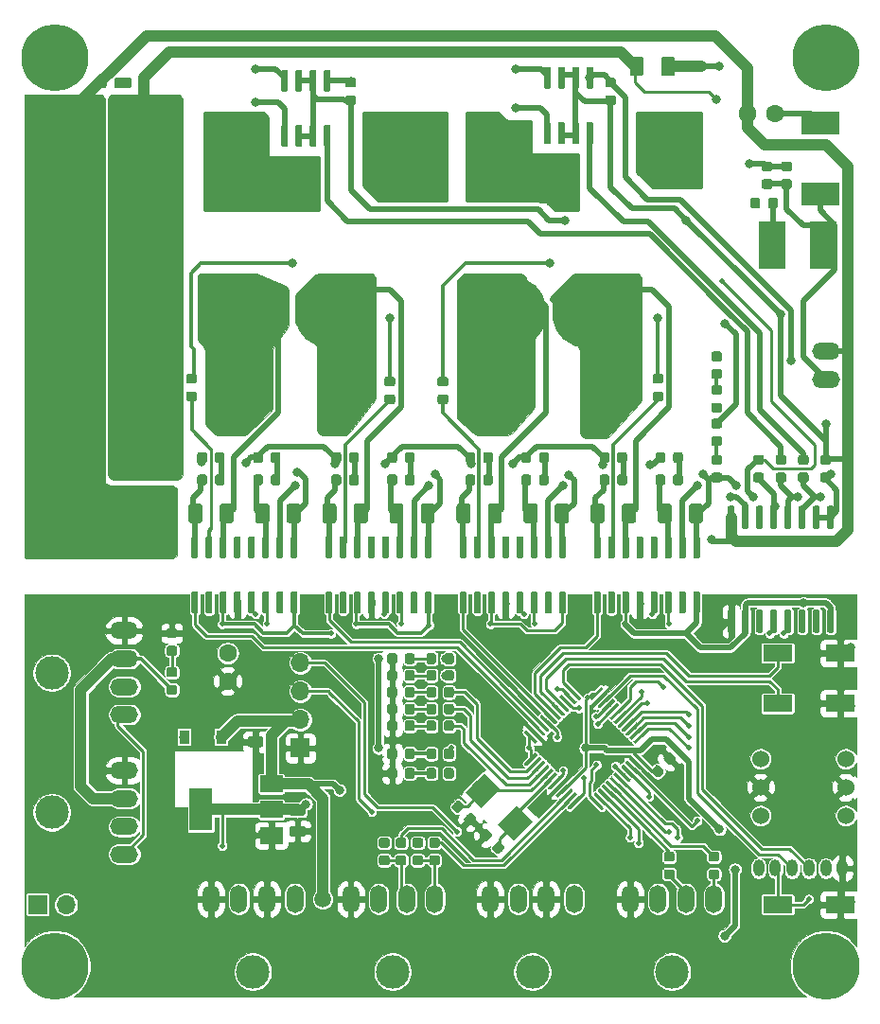
<source format=gbr>
G04 #@! TF.GenerationSoftware,KiCad,Pcbnew,(5.1.4)-1*
G04 #@! TF.CreationDate,2019-11-11T11:03:14+09:00*
G04 #@! TF.ProjectId,CanDCMD_ver1.1,43616e44-434d-4445-9f76-6572312e312e,rev?*
G04 #@! TF.SameCoordinates,Original*
G04 #@! TF.FileFunction,Copper,L1,Top*
G04 #@! TF.FilePolarity,Positive*
%FSLAX46Y46*%
G04 Gerber Fmt 4.6, Leading zero omitted, Abs format (unit mm)*
G04 Created by KiCad (PCBNEW (5.1.4)-1) date 2019-11-11 11:03:14*
%MOMM*%
%LPD*%
G04 APERTURE LIST*
%ADD10C,1.600000*%
%ADD11R,2.400000X4.200000*%
%ADD12C,0.100000*%
%ADD13C,0.875000*%
%ADD14C,3.000000*%
%ADD15O,2.500000X1.500000*%
%ADD16R,3.500000X2.000000*%
%ADD17C,2.000000*%
%ADD18C,1.524000*%
%ADD19C,0.600000*%
%ADD20C,1.250000*%
%ADD21R,2.600000X1.500000*%
%ADD22C,0.300000*%
%ADD23R,2.000000X3.800000*%
%ADD24R,2.000000X1.500000*%
%ADD25O,1.500000X2.500000*%
%ADD26C,6.500000*%
%ADD27R,1.700000X1.700000*%
%ADD28O,1.700000X1.700000*%
%ADD29O,1.000000X1.524000*%
%ADD30R,0.900000X1.200000*%
%ADD31C,0.975000*%
%ADD32C,6.000000*%
%ADD33C,0.800000*%
%ADD34C,0.500000*%
%ADD35C,1.500000*%
%ADD36C,0.250000*%
%ADD37C,0.500000*%
%ADD38C,0.300000*%
%ADD39C,1.000000*%
%ADD40C,0.026000*%
%ADD41C,0.254000*%
G04 APERTURE END LIST*
D10*
X155500000Y-68750000D03*
X153000000Y-68750000D03*
D11*
X155250000Y-80500000D03*
X159750000Y-80500000D03*
D12*
G36*
X120777691Y-135101053D02*
G01*
X120798926Y-135104203D01*
X120819750Y-135109419D01*
X120839962Y-135116651D01*
X120859368Y-135125830D01*
X120877781Y-135136866D01*
X120895024Y-135149654D01*
X120910930Y-135164070D01*
X120925346Y-135179976D01*
X120938134Y-135197219D01*
X120949170Y-135215632D01*
X120958349Y-135235038D01*
X120965581Y-135255250D01*
X120970797Y-135276074D01*
X120973947Y-135297309D01*
X120975000Y-135318750D01*
X120975000Y-135756250D01*
X120973947Y-135777691D01*
X120970797Y-135798926D01*
X120965581Y-135819750D01*
X120958349Y-135839962D01*
X120949170Y-135859368D01*
X120938134Y-135877781D01*
X120925346Y-135895024D01*
X120910930Y-135910930D01*
X120895024Y-135925346D01*
X120877781Y-135938134D01*
X120859368Y-135949170D01*
X120839962Y-135958349D01*
X120819750Y-135965581D01*
X120798926Y-135970797D01*
X120777691Y-135973947D01*
X120756250Y-135975000D01*
X120243750Y-135975000D01*
X120222309Y-135973947D01*
X120201074Y-135970797D01*
X120180250Y-135965581D01*
X120160038Y-135958349D01*
X120140632Y-135949170D01*
X120122219Y-135938134D01*
X120104976Y-135925346D01*
X120089070Y-135910930D01*
X120074654Y-135895024D01*
X120061866Y-135877781D01*
X120050830Y-135859368D01*
X120041651Y-135839962D01*
X120034419Y-135819750D01*
X120029203Y-135798926D01*
X120026053Y-135777691D01*
X120025000Y-135756250D01*
X120025000Y-135318750D01*
X120026053Y-135297309D01*
X120029203Y-135276074D01*
X120034419Y-135255250D01*
X120041651Y-135235038D01*
X120050830Y-135215632D01*
X120061866Y-135197219D01*
X120074654Y-135179976D01*
X120089070Y-135164070D01*
X120104976Y-135149654D01*
X120122219Y-135136866D01*
X120140632Y-135125830D01*
X120160038Y-135116651D01*
X120180250Y-135109419D01*
X120201074Y-135104203D01*
X120222309Y-135101053D01*
X120243750Y-135100000D01*
X120756250Y-135100000D01*
X120777691Y-135101053D01*
X120777691Y-135101053D01*
G37*
D13*
X120500000Y-135537500D03*
D12*
G36*
X120777691Y-133526053D02*
G01*
X120798926Y-133529203D01*
X120819750Y-133534419D01*
X120839962Y-133541651D01*
X120859368Y-133550830D01*
X120877781Y-133561866D01*
X120895024Y-133574654D01*
X120910930Y-133589070D01*
X120925346Y-133604976D01*
X120938134Y-133622219D01*
X120949170Y-133640632D01*
X120958349Y-133660038D01*
X120965581Y-133680250D01*
X120970797Y-133701074D01*
X120973947Y-133722309D01*
X120975000Y-133743750D01*
X120975000Y-134181250D01*
X120973947Y-134202691D01*
X120970797Y-134223926D01*
X120965581Y-134244750D01*
X120958349Y-134264962D01*
X120949170Y-134284368D01*
X120938134Y-134302781D01*
X120925346Y-134320024D01*
X120910930Y-134335930D01*
X120895024Y-134350346D01*
X120877781Y-134363134D01*
X120859368Y-134374170D01*
X120839962Y-134383349D01*
X120819750Y-134390581D01*
X120798926Y-134395797D01*
X120777691Y-134398947D01*
X120756250Y-134400000D01*
X120243750Y-134400000D01*
X120222309Y-134398947D01*
X120201074Y-134395797D01*
X120180250Y-134390581D01*
X120160038Y-134383349D01*
X120140632Y-134374170D01*
X120122219Y-134363134D01*
X120104976Y-134350346D01*
X120089070Y-134335930D01*
X120074654Y-134320024D01*
X120061866Y-134302781D01*
X120050830Y-134284368D01*
X120041651Y-134264962D01*
X120034419Y-134244750D01*
X120029203Y-134223926D01*
X120026053Y-134202691D01*
X120025000Y-134181250D01*
X120025000Y-133743750D01*
X120026053Y-133722309D01*
X120029203Y-133701074D01*
X120034419Y-133680250D01*
X120041651Y-133660038D01*
X120050830Y-133640632D01*
X120061866Y-133622219D01*
X120074654Y-133604976D01*
X120089070Y-133589070D01*
X120104976Y-133574654D01*
X120122219Y-133561866D01*
X120140632Y-133550830D01*
X120160038Y-133541651D01*
X120180250Y-133534419D01*
X120201074Y-133529203D01*
X120222309Y-133526053D01*
X120243750Y-133525000D01*
X120756250Y-133525000D01*
X120777691Y-133526053D01*
X120777691Y-133526053D01*
G37*
D13*
X120500000Y-133962500D03*
D14*
X90750000Y-131250000D03*
D15*
X97250000Y-135000000D03*
X97250000Y-132500000D03*
X97250000Y-130000000D03*
X97250000Y-127500000D03*
D16*
X159500000Y-75900000D03*
X159500000Y-69600000D03*
D17*
X129300431Y-129300431D03*
D12*
G36*
X127744796Y-129441852D02*
G01*
X129441852Y-127744796D01*
X130856066Y-129159010D01*
X129159010Y-130856066D01*
X127744796Y-129441852D01*
X127744796Y-129441852D01*
G37*
D17*
X132199569Y-132199569D03*
D12*
G36*
X130643934Y-132340990D02*
G01*
X132340990Y-130643934D01*
X133755204Y-132058148D01*
X132058148Y-133755204D01*
X130643934Y-132340990D01*
X130643934Y-132340990D01*
G37*
D18*
X161810000Y-131540000D03*
X161810000Y-129000000D03*
X161810000Y-126460000D03*
X154190000Y-126460000D03*
X154190000Y-129000000D03*
X154190000Y-131540000D03*
D12*
G36*
X160609703Y-103825722D02*
G01*
X160624264Y-103827882D01*
X160638543Y-103831459D01*
X160652403Y-103836418D01*
X160665710Y-103842712D01*
X160678336Y-103850280D01*
X160690159Y-103859048D01*
X160701066Y-103868934D01*
X160710952Y-103879841D01*
X160719720Y-103891664D01*
X160727288Y-103904290D01*
X160733582Y-103917597D01*
X160738541Y-103931457D01*
X160742118Y-103945736D01*
X160744278Y-103960297D01*
X160745000Y-103975000D01*
X160745000Y-105725000D01*
X160744278Y-105739703D01*
X160742118Y-105754264D01*
X160738541Y-105768543D01*
X160733582Y-105782403D01*
X160727288Y-105795710D01*
X160719720Y-105808336D01*
X160710952Y-105820159D01*
X160701066Y-105831066D01*
X160690159Y-105840952D01*
X160678336Y-105849720D01*
X160665710Y-105857288D01*
X160652403Y-105863582D01*
X160638543Y-105868541D01*
X160624264Y-105872118D01*
X160609703Y-105874278D01*
X160595000Y-105875000D01*
X160295000Y-105875000D01*
X160280297Y-105874278D01*
X160265736Y-105872118D01*
X160251457Y-105868541D01*
X160237597Y-105863582D01*
X160224290Y-105857288D01*
X160211664Y-105849720D01*
X160199841Y-105840952D01*
X160188934Y-105831066D01*
X160179048Y-105820159D01*
X160170280Y-105808336D01*
X160162712Y-105795710D01*
X160156418Y-105782403D01*
X160151459Y-105768543D01*
X160147882Y-105754264D01*
X160145722Y-105739703D01*
X160145000Y-105725000D01*
X160145000Y-103975000D01*
X160145722Y-103960297D01*
X160147882Y-103945736D01*
X160151459Y-103931457D01*
X160156418Y-103917597D01*
X160162712Y-103904290D01*
X160170280Y-103891664D01*
X160179048Y-103879841D01*
X160188934Y-103868934D01*
X160199841Y-103859048D01*
X160211664Y-103850280D01*
X160224290Y-103842712D01*
X160237597Y-103836418D01*
X160251457Y-103831459D01*
X160265736Y-103827882D01*
X160280297Y-103825722D01*
X160295000Y-103825000D01*
X160595000Y-103825000D01*
X160609703Y-103825722D01*
X160609703Y-103825722D01*
G37*
D19*
X160445000Y-104850000D03*
D12*
G36*
X159339703Y-103825722D02*
G01*
X159354264Y-103827882D01*
X159368543Y-103831459D01*
X159382403Y-103836418D01*
X159395710Y-103842712D01*
X159408336Y-103850280D01*
X159420159Y-103859048D01*
X159431066Y-103868934D01*
X159440952Y-103879841D01*
X159449720Y-103891664D01*
X159457288Y-103904290D01*
X159463582Y-103917597D01*
X159468541Y-103931457D01*
X159472118Y-103945736D01*
X159474278Y-103960297D01*
X159475000Y-103975000D01*
X159475000Y-105725000D01*
X159474278Y-105739703D01*
X159472118Y-105754264D01*
X159468541Y-105768543D01*
X159463582Y-105782403D01*
X159457288Y-105795710D01*
X159449720Y-105808336D01*
X159440952Y-105820159D01*
X159431066Y-105831066D01*
X159420159Y-105840952D01*
X159408336Y-105849720D01*
X159395710Y-105857288D01*
X159382403Y-105863582D01*
X159368543Y-105868541D01*
X159354264Y-105872118D01*
X159339703Y-105874278D01*
X159325000Y-105875000D01*
X159025000Y-105875000D01*
X159010297Y-105874278D01*
X158995736Y-105872118D01*
X158981457Y-105868541D01*
X158967597Y-105863582D01*
X158954290Y-105857288D01*
X158941664Y-105849720D01*
X158929841Y-105840952D01*
X158918934Y-105831066D01*
X158909048Y-105820159D01*
X158900280Y-105808336D01*
X158892712Y-105795710D01*
X158886418Y-105782403D01*
X158881459Y-105768543D01*
X158877882Y-105754264D01*
X158875722Y-105739703D01*
X158875000Y-105725000D01*
X158875000Y-103975000D01*
X158875722Y-103960297D01*
X158877882Y-103945736D01*
X158881459Y-103931457D01*
X158886418Y-103917597D01*
X158892712Y-103904290D01*
X158900280Y-103891664D01*
X158909048Y-103879841D01*
X158918934Y-103868934D01*
X158929841Y-103859048D01*
X158941664Y-103850280D01*
X158954290Y-103842712D01*
X158967597Y-103836418D01*
X158981457Y-103831459D01*
X158995736Y-103827882D01*
X159010297Y-103825722D01*
X159025000Y-103825000D01*
X159325000Y-103825000D01*
X159339703Y-103825722D01*
X159339703Y-103825722D01*
G37*
D19*
X159175000Y-104850000D03*
D12*
G36*
X158069703Y-103825722D02*
G01*
X158084264Y-103827882D01*
X158098543Y-103831459D01*
X158112403Y-103836418D01*
X158125710Y-103842712D01*
X158138336Y-103850280D01*
X158150159Y-103859048D01*
X158161066Y-103868934D01*
X158170952Y-103879841D01*
X158179720Y-103891664D01*
X158187288Y-103904290D01*
X158193582Y-103917597D01*
X158198541Y-103931457D01*
X158202118Y-103945736D01*
X158204278Y-103960297D01*
X158205000Y-103975000D01*
X158205000Y-105725000D01*
X158204278Y-105739703D01*
X158202118Y-105754264D01*
X158198541Y-105768543D01*
X158193582Y-105782403D01*
X158187288Y-105795710D01*
X158179720Y-105808336D01*
X158170952Y-105820159D01*
X158161066Y-105831066D01*
X158150159Y-105840952D01*
X158138336Y-105849720D01*
X158125710Y-105857288D01*
X158112403Y-105863582D01*
X158098543Y-105868541D01*
X158084264Y-105872118D01*
X158069703Y-105874278D01*
X158055000Y-105875000D01*
X157755000Y-105875000D01*
X157740297Y-105874278D01*
X157725736Y-105872118D01*
X157711457Y-105868541D01*
X157697597Y-105863582D01*
X157684290Y-105857288D01*
X157671664Y-105849720D01*
X157659841Y-105840952D01*
X157648934Y-105831066D01*
X157639048Y-105820159D01*
X157630280Y-105808336D01*
X157622712Y-105795710D01*
X157616418Y-105782403D01*
X157611459Y-105768543D01*
X157607882Y-105754264D01*
X157605722Y-105739703D01*
X157605000Y-105725000D01*
X157605000Y-103975000D01*
X157605722Y-103960297D01*
X157607882Y-103945736D01*
X157611459Y-103931457D01*
X157616418Y-103917597D01*
X157622712Y-103904290D01*
X157630280Y-103891664D01*
X157639048Y-103879841D01*
X157648934Y-103868934D01*
X157659841Y-103859048D01*
X157671664Y-103850280D01*
X157684290Y-103842712D01*
X157697597Y-103836418D01*
X157711457Y-103831459D01*
X157725736Y-103827882D01*
X157740297Y-103825722D01*
X157755000Y-103825000D01*
X158055000Y-103825000D01*
X158069703Y-103825722D01*
X158069703Y-103825722D01*
G37*
D19*
X157905000Y-104850000D03*
D12*
G36*
X156799703Y-103825722D02*
G01*
X156814264Y-103827882D01*
X156828543Y-103831459D01*
X156842403Y-103836418D01*
X156855710Y-103842712D01*
X156868336Y-103850280D01*
X156880159Y-103859048D01*
X156891066Y-103868934D01*
X156900952Y-103879841D01*
X156909720Y-103891664D01*
X156917288Y-103904290D01*
X156923582Y-103917597D01*
X156928541Y-103931457D01*
X156932118Y-103945736D01*
X156934278Y-103960297D01*
X156935000Y-103975000D01*
X156935000Y-105725000D01*
X156934278Y-105739703D01*
X156932118Y-105754264D01*
X156928541Y-105768543D01*
X156923582Y-105782403D01*
X156917288Y-105795710D01*
X156909720Y-105808336D01*
X156900952Y-105820159D01*
X156891066Y-105831066D01*
X156880159Y-105840952D01*
X156868336Y-105849720D01*
X156855710Y-105857288D01*
X156842403Y-105863582D01*
X156828543Y-105868541D01*
X156814264Y-105872118D01*
X156799703Y-105874278D01*
X156785000Y-105875000D01*
X156485000Y-105875000D01*
X156470297Y-105874278D01*
X156455736Y-105872118D01*
X156441457Y-105868541D01*
X156427597Y-105863582D01*
X156414290Y-105857288D01*
X156401664Y-105849720D01*
X156389841Y-105840952D01*
X156378934Y-105831066D01*
X156369048Y-105820159D01*
X156360280Y-105808336D01*
X156352712Y-105795710D01*
X156346418Y-105782403D01*
X156341459Y-105768543D01*
X156337882Y-105754264D01*
X156335722Y-105739703D01*
X156335000Y-105725000D01*
X156335000Y-103975000D01*
X156335722Y-103960297D01*
X156337882Y-103945736D01*
X156341459Y-103931457D01*
X156346418Y-103917597D01*
X156352712Y-103904290D01*
X156360280Y-103891664D01*
X156369048Y-103879841D01*
X156378934Y-103868934D01*
X156389841Y-103859048D01*
X156401664Y-103850280D01*
X156414290Y-103842712D01*
X156427597Y-103836418D01*
X156441457Y-103831459D01*
X156455736Y-103827882D01*
X156470297Y-103825722D01*
X156485000Y-103825000D01*
X156785000Y-103825000D01*
X156799703Y-103825722D01*
X156799703Y-103825722D01*
G37*
D19*
X156635000Y-104850000D03*
D12*
G36*
X155529703Y-103825722D02*
G01*
X155544264Y-103827882D01*
X155558543Y-103831459D01*
X155572403Y-103836418D01*
X155585710Y-103842712D01*
X155598336Y-103850280D01*
X155610159Y-103859048D01*
X155621066Y-103868934D01*
X155630952Y-103879841D01*
X155639720Y-103891664D01*
X155647288Y-103904290D01*
X155653582Y-103917597D01*
X155658541Y-103931457D01*
X155662118Y-103945736D01*
X155664278Y-103960297D01*
X155665000Y-103975000D01*
X155665000Y-105725000D01*
X155664278Y-105739703D01*
X155662118Y-105754264D01*
X155658541Y-105768543D01*
X155653582Y-105782403D01*
X155647288Y-105795710D01*
X155639720Y-105808336D01*
X155630952Y-105820159D01*
X155621066Y-105831066D01*
X155610159Y-105840952D01*
X155598336Y-105849720D01*
X155585710Y-105857288D01*
X155572403Y-105863582D01*
X155558543Y-105868541D01*
X155544264Y-105872118D01*
X155529703Y-105874278D01*
X155515000Y-105875000D01*
X155215000Y-105875000D01*
X155200297Y-105874278D01*
X155185736Y-105872118D01*
X155171457Y-105868541D01*
X155157597Y-105863582D01*
X155144290Y-105857288D01*
X155131664Y-105849720D01*
X155119841Y-105840952D01*
X155108934Y-105831066D01*
X155099048Y-105820159D01*
X155090280Y-105808336D01*
X155082712Y-105795710D01*
X155076418Y-105782403D01*
X155071459Y-105768543D01*
X155067882Y-105754264D01*
X155065722Y-105739703D01*
X155065000Y-105725000D01*
X155065000Y-103975000D01*
X155065722Y-103960297D01*
X155067882Y-103945736D01*
X155071459Y-103931457D01*
X155076418Y-103917597D01*
X155082712Y-103904290D01*
X155090280Y-103891664D01*
X155099048Y-103879841D01*
X155108934Y-103868934D01*
X155119841Y-103859048D01*
X155131664Y-103850280D01*
X155144290Y-103842712D01*
X155157597Y-103836418D01*
X155171457Y-103831459D01*
X155185736Y-103827882D01*
X155200297Y-103825722D01*
X155215000Y-103825000D01*
X155515000Y-103825000D01*
X155529703Y-103825722D01*
X155529703Y-103825722D01*
G37*
D19*
X155365000Y-104850000D03*
D12*
G36*
X154259703Y-103825722D02*
G01*
X154274264Y-103827882D01*
X154288543Y-103831459D01*
X154302403Y-103836418D01*
X154315710Y-103842712D01*
X154328336Y-103850280D01*
X154340159Y-103859048D01*
X154351066Y-103868934D01*
X154360952Y-103879841D01*
X154369720Y-103891664D01*
X154377288Y-103904290D01*
X154383582Y-103917597D01*
X154388541Y-103931457D01*
X154392118Y-103945736D01*
X154394278Y-103960297D01*
X154395000Y-103975000D01*
X154395000Y-105725000D01*
X154394278Y-105739703D01*
X154392118Y-105754264D01*
X154388541Y-105768543D01*
X154383582Y-105782403D01*
X154377288Y-105795710D01*
X154369720Y-105808336D01*
X154360952Y-105820159D01*
X154351066Y-105831066D01*
X154340159Y-105840952D01*
X154328336Y-105849720D01*
X154315710Y-105857288D01*
X154302403Y-105863582D01*
X154288543Y-105868541D01*
X154274264Y-105872118D01*
X154259703Y-105874278D01*
X154245000Y-105875000D01*
X153945000Y-105875000D01*
X153930297Y-105874278D01*
X153915736Y-105872118D01*
X153901457Y-105868541D01*
X153887597Y-105863582D01*
X153874290Y-105857288D01*
X153861664Y-105849720D01*
X153849841Y-105840952D01*
X153838934Y-105831066D01*
X153829048Y-105820159D01*
X153820280Y-105808336D01*
X153812712Y-105795710D01*
X153806418Y-105782403D01*
X153801459Y-105768543D01*
X153797882Y-105754264D01*
X153795722Y-105739703D01*
X153795000Y-105725000D01*
X153795000Y-103975000D01*
X153795722Y-103960297D01*
X153797882Y-103945736D01*
X153801459Y-103931457D01*
X153806418Y-103917597D01*
X153812712Y-103904290D01*
X153820280Y-103891664D01*
X153829048Y-103879841D01*
X153838934Y-103868934D01*
X153849841Y-103859048D01*
X153861664Y-103850280D01*
X153874290Y-103842712D01*
X153887597Y-103836418D01*
X153901457Y-103831459D01*
X153915736Y-103827882D01*
X153930297Y-103825722D01*
X153945000Y-103825000D01*
X154245000Y-103825000D01*
X154259703Y-103825722D01*
X154259703Y-103825722D01*
G37*
D19*
X154095000Y-104850000D03*
D12*
G36*
X152989703Y-103825722D02*
G01*
X153004264Y-103827882D01*
X153018543Y-103831459D01*
X153032403Y-103836418D01*
X153045710Y-103842712D01*
X153058336Y-103850280D01*
X153070159Y-103859048D01*
X153081066Y-103868934D01*
X153090952Y-103879841D01*
X153099720Y-103891664D01*
X153107288Y-103904290D01*
X153113582Y-103917597D01*
X153118541Y-103931457D01*
X153122118Y-103945736D01*
X153124278Y-103960297D01*
X153125000Y-103975000D01*
X153125000Y-105725000D01*
X153124278Y-105739703D01*
X153122118Y-105754264D01*
X153118541Y-105768543D01*
X153113582Y-105782403D01*
X153107288Y-105795710D01*
X153099720Y-105808336D01*
X153090952Y-105820159D01*
X153081066Y-105831066D01*
X153070159Y-105840952D01*
X153058336Y-105849720D01*
X153045710Y-105857288D01*
X153032403Y-105863582D01*
X153018543Y-105868541D01*
X153004264Y-105872118D01*
X152989703Y-105874278D01*
X152975000Y-105875000D01*
X152675000Y-105875000D01*
X152660297Y-105874278D01*
X152645736Y-105872118D01*
X152631457Y-105868541D01*
X152617597Y-105863582D01*
X152604290Y-105857288D01*
X152591664Y-105849720D01*
X152579841Y-105840952D01*
X152568934Y-105831066D01*
X152559048Y-105820159D01*
X152550280Y-105808336D01*
X152542712Y-105795710D01*
X152536418Y-105782403D01*
X152531459Y-105768543D01*
X152527882Y-105754264D01*
X152525722Y-105739703D01*
X152525000Y-105725000D01*
X152525000Y-103975000D01*
X152525722Y-103960297D01*
X152527882Y-103945736D01*
X152531459Y-103931457D01*
X152536418Y-103917597D01*
X152542712Y-103904290D01*
X152550280Y-103891664D01*
X152559048Y-103879841D01*
X152568934Y-103868934D01*
X152579841Y-103859048D01*
X152591664Y-103850280D01*
X152604290Y-103842712D01*
X152617597Y-103836418D01*
X152631457Y-103831459D01*
X152645736Y-103827882D01*
X152660297Y-103825722D01*
X152675000Y-103825000D01*
X152975000Y-103825000D01*
X152989703Y-103825722D01*
X152989703Y-103825722D01*
G37*
D19*
X152825000Y-104850000D03*
D12*
G36*
X151719703Y-103825722D02*
G01*
X151734264Y-103827882D01*
X151748543Y-103831459D01*
X151762403Y-103836418D01*
X151775710Y-103842712D01*
X151788336Y-103850280D01*
X151800159Y-103859048D01*
X151811066Y-103868934D01*
X151820952Y-103879841D01*
X151829720Y-103891664D01*
X151837288Y-103904290D01*
X151843582Y-103917597D01*
X151848541Y-103931457D01*
X151852118Y-103945736D01*
X151854278Y-103960297D01*
X151855000Y-103975000D01*
X151855000Y-105725000D01*
X151854278Y-105739703D01*
X151852118Y-105754264D01*
X151848541Y-105768543D01*
X151843582Y-105782403D01*
X151837288Y-105795710D01*
X151829720Y-105808336D01*
X151820952Y-105820159D01*
X151811066Y-105831066D01*
X151800159Y-105840952D01*
X151788336Y-105849720D01*
X151775710Y-105857288D01*
X151762403Y-105863582D01*
X151748543Y-105868541D01*
X151734264Y-105872118D01*
X151719703Y-105874278D01*
X151705000Y-105875000D01*
X151405000Y-105875000D01*
X151390297Y-105874278D01*
X151375736Y-105872118D01*
X151361457Y-105868541D01*
X151347597Y-105863582D01*
X151334290Y-105857288D01*
X151321664Y-105849720D01*
X151309841Y-105840952D01*
X151298934Y-105831066D01*
X151289048Y-105820159D01*
X151280280Y-105808336D01*
X151272712Y-105795710D01*
X151266418Y-105782403D01*
X151261459Y-105768543D01*
X151257882Y-105754264D01*
X151255722Y-105739703D01*
X151255000Y-105725000D01*
X151255000Y-103975000D01*
X151255722Y-103960297D01*
X151257882Y-103945736D01*
X151261459Y-103931457D01*
X151266418Y-103917597D01*
X151272712Y-103904290D01*
X151280280Y-103891664D01*
X151289048Y-103879841D01*
X151298934Y-103868934D01*
X151309841Y-103859048D01*
X151321664Y-103850280D01*
X151334290Y-103842712D01*
X151347597Y-103836418D01*
X151361457Y-103831459D01*
X151375736Y-103827882D01*
X151390297Y-103825722D01*
X151405000Y-103825000D01*
X151705000Y-103825000D01*
X151719703Y-103825722D01*
X151719703Y-103825722D01*
G37*
D19*
X151555000Y-104850000D03*
D12*
G36*
X151719703Y-113125722D02*
G01*
X151734264Y-113127882D01*
X151748543Y-113131459D01*
X151762403Y-113136418D01*
X151775710Y-113142712D01*
X151788336Y-113150280D01*
X151800159Y-113159048D01*
X151811066Y-113168934D01*
X151820952Y-113179841D01*
X151829720Y-113191664D01*
X151837288Y-113204290D01*
X151843582Y-113217597D01*
X151848541Y-113231457D01*
X151852118Y-113245736D01*
X151854278Y-113260297D01*
X151855000Y-113275000D01*
X151855000Y-115025000D01*
X151854278Y-115039703D01*
X151852118Y-115054264D01*
X151848541Y-115068543D01*
X151843582Y-115082403D01*
X151837288Y-115095710D01*
X151829720Y-115108336D01*
X151820952Y-115120159D01*
X151811066Y-115131066D01*
X151800159Y-115140952D01*
X151788336Y-115149720D01*
X151775710Y-115157288D01*
X151762403Y-115163582D01*
X151748543Y-115168541D01*
X151734264Y-115172118D01*
X151719703Y-115174278D01*
X151705000Y-115175000D01*
X151405000Y-115175000D01*
X151390297Y-115174278D01*
X151375736Y-115172118D01*
X151361457Y-115168541D01*
X151347597Y-115163582D01*
X151334290Y-115157288D01*
X151321664Y-115149720D01*
X151309841Y-115140952D01*
X151298934Y-115131066D01*
X151289048Y-115120159D01*
X151280280Y-115108336D01*
X151272712Y-115095710D01*
X151266418Y-115082403D01*
X151261459Y-115068543D01*
X151257882Y-115054264D01*
X151255722Y-115039703D01*
X151255000Y-115025000D01*
X151255000Y-113275000D01*
X151255722Y-113260297D01*
X151257882Y-113245736D01*
X151261459Y-113231457D01*
X151266418Y-113217597D01*
X151272712Y-113204290D01*
X151280280Y-113191664D01*
X151289048Y-113179841D01*
X151298934Y-113168934D01*
X151309841Y-113159048D01*
X151321664Y-113150280D01*
X151334290Y-113142712D01*
X151347597Y-113136418D01*
X151361457Y-113131459D01*
X151375736Y-113127882D01*
X151390297Y-113125722D01*
X151405000Y-113125000D01*
X151705000Y-113125000D01*
X151719703Y-113125722D01*
X151719703Y-113125722D01*
G37*
D19*
X151555000Y-114150000D03*
D12*
G36*
X152989703Y-113125722D02*
G01*
X153004264Y-113127882D01*
X153018543Y-113131459D01*
X153032403Y-113136418D01*
X153045710Y-113142712D01*
X153058336Y-113150280D01*
X153070159Y-113159048D01*
X153081066Y-113168934D01*
X153090952Y-113179841D01*
X153099720Y-113191664D01*
X153107288Y-113204290D01*
X153113582Y-113217597D01*
X153118541Y-113231457D01*
X153122118Y-113245736D01*
X153124278Y-113260297D01*
X153125000Y-113275000D01*
X153125000Y-115025000D01*
X153124278Y-115039703D01*
X153122118Y-115054264D01*
X153118541Y-115068543D01*
X153113582Y-115082403D01*
X153107288Y-115095710D01*
X153099720Y-115108336D01*
X153090952Y-115120159D01*
X153081066Y-115131066D01*
X153070159Y-115140952D01*
X153058336Y-115149720D01*
X153045710Y-115157288D01*
X153032403Y-115163582D01*
X153018543Y-115168541D01*
X153004264Y-115172118D01*
X152989703Y-115174278D01*
X152975000Y-115175000D01*
X152675000Y-115175000D01*
X152660297Y-115174278D01*
X152645736Y-115172118D01*
X152631457Y-115168541D01*
X152617597Y-115163582D01*
X152604290Y-115157288D01*
X152591664Y-115149720D01*
X152579841Y-115140952D01*
X152568934Y-115131066D01*
X152559048Y-115120159D01*
X152550280Y-115108336D01*
X152542712Y-115095710D01*
X152536418Y-115082403D01*
X152531459Y-115068543D01*
X152527882Y-115054264D01*
X152525722Y-115039703D01*
X152525000Y-115025000D01*
X152525000Y-113275000D01*
X152525722Y-113260297D01*
X152527882Y-113245736D01*
X152531459Y-113231457D01*
X152536418Y-113217597D01*
X152542712Y-113204290D01*
X152550280Y-113191664D01*
X152559048Y-113179841D01*
X152568934Y-113168934D01*
X152579841Y-113159048D01*
X152591664Y-113150280D01*
X152604290Y-113142712D01*
X152617597Y-113136418D01*
X152631457Y-113131459D01*
X152645736Y-113127882D01*
X152660297Y-113125722D01*
X152675000Y-113125000D01*
X152975000Y-113125000D01*
X152989703Y-113125722D01*
X152989703Y-113125722D01*
G37*
D19*
X152825000Y-114150000D03*
D12*
G36*
X154259703Y-113125722D02*
G01*
X154274264Y-113127882D01*
X154288543Y-113131459D01*
X154302403Y-113136418D01*
X154315710Y-113142712D01*
X154328336Y-113150280D01*
X154340159Y-113159048D01*
X154351066Y-113168934D01*
X154360952Y-113179841D01*
X154369720Y-113191664D01*
X154377288Y-113204290D01*
X154383582Y-113217597D01*
X154388541Y-113231457D01*
X154392118Y-113245736D01*
X154394278Y-113260297D01*
X154395000Y-113275000D01*
X154395000Y-115025000D01*
X154394278Y-115039703D01*
X154392118Y-115054264D01*
X154388541Y-115068543D01*
X154383582Y-115082403D01*
X154377288Y-115095710D01*
X154369720Y-115108336D01*
X154360952Y-115120159D01*
X154351066Y-115131066D01*
X154340159Y-115140952D01*
X154328336Y-115149720D01*
X154315710Y-115157288D01*
X154302403Y-115163582D01*
X154288543Y-115168541D01*
X154274264Y-115172118D01*
X154259703Y-115174278D01*
X154245000Y-115175000D01*
X153945000Y-115175000D01*
X153930297Y-115174278D01*
X153915736Y-115172118D01*
X153901457Y-115168541D01*
X153887597Y-115163582D01*
X153874290Y-115157288D01*
X153861664Y-115149720D01*
X153849841Y-115140952D01*
X153838934Y-115131066D01*
X153829048Y-115120159D01*
X153820280Y-115108336D01*
X153812712Y-115095710D01*
X153806418Y-115082403D01*
X153801459Y-115068543D01*
X153797882Y-115054264D01*
X153795722Y-115039703D01*
X153795000Y-115025000D01*
X153795000Y-113275000D01*
X153795722Y-113260297D01*
X153797882Y-113245736D01*
X153801459Y-113231457D01*
X153806418Y-113217597D01*
X153812712Y-113204290D01*
X153820280Y-113191664D01*
X153829048Y-113179841D01*
X153838934Y-113168934D01*
X153849841Y-113159048D01*
X153861664Y-113150280D01*
X153874290Y-113142712D01*
X153887597Y-113136418D01*
X153901457Y-113131459D01*
X153915736Y-113127882D01*
X153930297Y-113125722D01*
X153945000Y-113125000D01*
X154245000Y-113125000D01*
X154259703Y-113125722D01*
X154259703Y-113125722D01*
G37*
D19*
X154095000Y-114150000D03*
D12*
G36*
X155529703Y-113125722D02*
G01*
X155544264Y-113127882D01*
X155558543Y-113131459D01*
X155572403Y-113136418D01*
X155585710Y-113142712D01*
X155598336Y-113150280D01*
X155610159Y-113159048D01*
X155621066Y-113168934D01*
X155630952Y-113179841D01*
X155639720Y-113191664D01*
X155647288Y-113204290D01*
X155653582Y-113217597D01*
X155658541Y-113231457D01*
X155662118Y-113245736D01*
X155664278Y-113260297D01*
X155665000Y-113275000D01*
X155665000Y-115025000D01*
X155664278Y-115039703D01*
X155662118Y-115054264D01*
X155658541Y-115068543D01*
X155653582Y-115082403D01*
X155647288Y-115095710D01*
X155639720Y-115108336D01*
X155630952Y-115120159D01*
X155621066Y-115131066D01*
X155610159Y-115140952D01*
X155598336Y-115149720D01*
X155585710Y-115157288D01*
X155572403Y-115163582D01*
X155558543Y-115168541D01*
X155544264Y-115172118D01*
X155529703Y-115174278D01*
X155515000Y-115175000D01*
X155215000Y-115175000D01*
X155200297Y-115174278D01*
X155185736Y-115172118D01*
X155171457Y-115168541D01*
X155157597Y-115163582D01*
X155144290Y-115157288D01*
X155131664Y-115149720D01*
X155119841Y-115140952D01*
X155108934Y-115131066D01*
X155099048Y-115120159D01*
X155090280Y-115108336D01*
X155082712Y-115095710D01*
X155076418Y-115082403D01*
X155071459Y-115068543D01*
X155067882Y-115054264D01*
X155065722Y-115039703D01*
X155065000Y-115025000D01*
X155065000Y-113275000D01*
X155065722Y-113260297D01*
X155067882Y-113245736D01*
X155071459Y-113231457D01*
X155076418Y-113217597D01*
X155082712Y-113204290D01*
X155090280Y-113191664D01*
X155099048Y-113179841D01*
X155108934Y-113168934D01*
X155119841Y-113159048D01*
X155131664Y-113150280D01*
X155144290Y-113142712D01*
X155157597Y-113136418D01*
X155171457Y-113131459D01*
X155185736Y-113127882D01*
X155200297Y-113125722D01*
X155215000Y-113125000D01*
X155515000Y-113125000D01*
X155529703Y-113125722D01*
X155529703Y-113125722D01*
G37*
D19*
X155365000Y-114150000D03*
D12*
G36*
X156799703Y-113125722D02*
G01*
X156814264Y-113127882D01*
X156828543Y-113131459D01*
X156842403Y-113136418D01*
X156855710Y-113142712D01*
X156868336Y-113150280D01*
X156880159Y-113159048D01*
X156891066Y-113168934D01*
X156900952Y-113179841D01*
X156909720Y-113191664D01*
X156917288Y-113204290D01*
X156923582Y-113217597D01*
X156928541Y-113231457D01*
X156932118Y-113245736D01*
X156934278Y-113260297D01*
X156935000Y-113275000D01*
X156935000Y-115025000D01*
X156934278Y-115039703D01*
X156932118Y-115054264D01*
X156928541Y-115068543D01*
X156923582Y-115082403D01*
X156917288Y-115095710D01*
X156909720Y-115108336D01*
X156900952Y-115120159D01*
X156891066Y-115131066D01*
X156880159Y-115140952D01*
X156868336Y-115149720D01*
X156855710Y-115157288D01*
X156842403Y-115163582D01*
X156828543Y-115168541D01*
X156814264Y-115172118D01*
X156799703Y-115174278D01*
X156785000Y-115175000D01*
X156485000Y-115175000D01*
X156470297Y-115174278D01*
X156455736Y-115172118D01*
X156441457Y-115168541D01*
X156427597Y-115163582D01*
X156414290Y-115157288D01*
X156401664Y-115149720D01*
X156389841Y-115140952D01*
X156378934Y-115131066D01*
X156369048Y-115120159D01*
X156360280Y-115108336D01*
X156352712Y-115095710D01*
X156346418Y-115082403D01*
X156341459Y-115068543D01*
X156337882Y-115054264D01*
X156335722Y-115039703D01*
X156335000Y-115025000D01*
X156335000Y-113275000D01*
X156335722Y-113260297D01*
X156337882Y-113245736D01*
X156341459Y-113231457D01*
X156346418Y-113217597D01*
X156352712Y-113204290D01*
X156360280Y-113191664D01*
X156369048Y-113179841D01*
X156378934Y-113168934D01*
X156389841Y-113159048D01*
X156401664Y-113150280D01*
X156414290Y-113142712D01*
X156427597Y-113136418D01*
X156441457Y-113131459D01*
X156455736Y-113127882D01*
X156470297Y-113125722D01*
X156485000Y-113125000D01*
X156785000Y-113125000D01*
X156799703Y-113125722D01*
X156799703Y-113125722D01*
G37*
D19*
X156635000Y-114150000D03*
D12*
G36*
X158069703Y-113125722D02*
G01*
X158084264Y-113127882D01*
X158098543Y-113131459D01*
X158112403Y-113136418D01*
X158125710Y-113142712D01*
X158138336Y-113150280D01*
X158150159Y-113159048D01*
X158161066Y-113168934D01*
X158170952Y-113179841D01*
X158179720Y-113191664D01*
X158187288Y-113204290D01*
X158193582Y-113217597D01*
X158198541Y-113231457D01*
X158202118Y-113245736D01*
X158204278Y-113260297D01*
X158205000Y-113275000D01*
X158205000Y-115025000D01*
X158204278Y-115039703D01*
X158202118Y-115054264D01*
X158198541Y-115068543D01*
X158193582Y-115082403D01*
X158187288Y-115095710D01*
X158179720Y-115108336D01*
X158170952Y-115120159D01*
X158161066Y-115131066D01*
X158150159Y-115140952D01*
X158138336Y-115149720D01*
X158125710Y-115157288D01*
X158112403Y-115163582D01*
X158098543Y-115168541D01*
X158084264Y-115172118D01*
X158069703Y-115174278D01*
X158055000Y-115175000D01*
X157755000Y-115175000D01*
X157740297Y-115174278D01*
X157725736Y-115172118D01*
X157711457Y-115168541D01*
X157697597Y-115163582D01*
X157684290Y-115157288D01*
X157671664Y-115149720D01*
X157659841Y-115140952D01*
X157648934Y-115131066D01*
X157639048Y-115120159D01*
X157630280Y-115108336D01*
X157622712Y-115095710D01*
X157616418Y-115082403D01*
X157611459Y-115068543D01*
X157607882Y-115054264D01*
X157605722Y-115039703D01*
X157605000Y-115025000D01*
X157605000Y-113275000D01*
X157605722Y-113260297D01*
X157607882Y-113245736D01*
X157611459Y-113231457D01*
X157616418Y-113217597D01*
X157622712Y-113204290D01*
X157630280Y-113191664D01*
X157639048Y-113179841D01*
X157648934Y-113168934D01*
X157659841Y-113159048D01*
X157671664Y-113150280D01*
X157684290Y-113142712D01*
X157697597Y-113136418D01*
X157711457Y-113131459D01*
X157725736Y-113127882D01*
X157740297Y-113125722D01*
X157755000Y-113125000D01*
X158055000Y-113125000D01*
X158069703Y-113125722D01*
X158069703Y-113125722D01*
G37*
D19*
X157905000Y-114150000D03*
D12*
G36*
X159339703Y-113125722D02*
G01*
X159354264Y-113127882D01*
X159368543Y-113131459D01*
X159382403Y-113136418D01*
X159395710Y-113142712D01*
X159408336Y-113150280D01*
X159420159Y-113159048D01*
X159431066Y-113168934D01*
X159440952Y-113179841D01*
X159449720Y-113191664D01*
X159457288Y-113204290D01*
X159463582Y-113217597D01*
X159468541Y-113231457D01*
X159472118Y-113245736D01*
X159474278Y-113260297D01*
X159475000Y-113275000D01*
X159475000Y-115025000D01*
X159474278Y-115039703D01*
X159472118Y-115054264D01*
X159468541Y-115068543D01*
X159463582Y-115082403D01*
X159457288Y-115095710D01*
X159449720Y-115108336D01*
X159440952Y-115120159D01*
X159431066Y-115131066D01*
X159420159Y-115140952D01*
X159408336Y-115149720D01*
X159395710Y-115157288D01*
X159382403Y-115163582D01*
X159368543Y-115168541D01*
X159354264Y-115172118D01*
X159339703Y-115174278D01*
X159325000Y-115175000D01*
X159025000Y-115175000D01*
X159010297Y-115174278D01*
X158995736Y-115172118D01*
X158981457Y-115168541D01*
X158967597Y-115163582D01*
X158954290Y-115157288D01*
X158941664Y-115149720D01*
X158929841Y-115140952D01*
X158918934Y-115131066D01*
X158909048Y-115120159D01*
X158900280Y-115108336D01*
X158892712Y-115095710D01*
X158886418Y-115082403D01*
X158881459Y-115068543D01*
X158877882Y-115054264D01*
X158875722Y-115039703D01*
X158875000Y-115025000D01*
X158875000Y-113275000D01*
X158875722Y-113260297D01*
X158877882Y-113245736D01*
X158881459Y-113231457D01*
X158886418Y-113217597D01*
X158892712Y-113204290D01*
X158900280Y-113191664D01*
X158909048Y-113179841D01*
X158918934Y-113168934D01*
X158929841Y-113159048D01*
X158941664Y-113150280D01*
X158954290Y-113142712D01*
X158967597Y-113136418D01*
X158981457Y-113131459D01*
X158995736Y-113127882D01*
X159010297Y-113125722D01*
X159025000Y-113125000D01*
X159325000Y-113125000D01*
X159339703Y-113125722D01*
X159339703Y-113125722D01*
G37*
D19*
X159175000Y-114150000D03*
D12*
G36*
X160609703Y-113125722D02*
G01*
X160624264Y-113127882D01*
X160638543Y-113131459D01*
X160652403Y-113136418D01*
X160665710Y-113142712D01*
X160678336Y-113150280D01*
X160690159Y-113159048D01*
X160701066Y-113168934D01*
X160710952Y-113179841D01*
X160719720Y-113191664D01*
X160727288Y-113204290D01*
X160733582Y-113217597D01*
X160738541Y-113231457D01*
X160742118Y-113245736D01*
X160744278Y-113260297D01*
X160745000Y-113275000D01*
X160745000Y-115025000D01*
X160744278Y-115039703D01*
X160742118Y-115054264D01*
X160738541Y-115068543D01*
X160733582Y-115082403D01*
X160727288Y-115095710D01*
X160719720Y-115108336D01*
X160710952Y-115120159D01*
X160701066Y-115131066D01*
X160690159Y-115140952D01*
X160678336Y-115149720D01*
X160665710Y-115157288D01*
X160652403Y-115163582D01*
X160638543Y-115168541D01*
X160624264Y-115172118D01*
X160609703Y-115174278D01*
X160595000Y-115175000D01*
X160295000Y-115175000D01*
X160280297Y-115174278D01*
X160265736Y-115172118D01*
X160251457Y-115168541D01*
X160237597Y-115163582D01*
X160224290Y-115157288D01*
X160211664Y-115149720D01*
X160199841Y-115140952D01*
X160188934Y-115131066D01*
X160179048Y-115120159D01*
X160170280Y-115108336D01*
X160162712Y-115095710D01*
X160156418Y-115082403D01*
X160151459Y-115068543D01*
X160147882Y-115054264D01*
X160145722Y-115039703D01*
X160145000Y-115025000D01*
X160145000Y-113275000D01*
X160145722Y-113260297D01*
X160147882Y-113245736D01*
X160151459Y-113231457D01*
X160156418Y-113217597D01*
X160162712Y-113204290D01*
X160170280Y-113191664D01*
X160179048Y-113179841D01*
X160188934Y-113168934D01*
X160199841Y-113159048D01*
X160211664Y-113150280D01*
X160224290Y-113142712D01*
X160237597Y-113136418D01*
X160251457Y-113131459D01*
X160265736Y-113127882D01*
X160280297Y-113125722D01*
X160295000Y-113125000D01*
X160595000Y-113125000D01*
X160609703Y-113125722D01*
X160609703Y-113125722D01*
G37*
D19*
X160445000Y-114150000D03*
D12*
G36*
X127134264Y-130182733D02*
G01*
X127155499Y-130185883D01*
X127176323Y-130191099D01*
X127196535Y-130198331D01*
X127215941Y-130207510D01*
X127234354Y-130218546D01*
X127251597Y-130231334D01*
X127267503Y-130245750D01*
X127576862Y-130555109D01*
X127591278Y-130571015D01*
X127604066Y-130588258D01*
X127615102Y-130606671D01*
X127624281Y-130626077D01*
X127631513Y-130646289D01*
X127636729Y-130667113D01*
X127639879Y-130688348D01*
X127640932Y-130709789D01*
X127639879Y-130731230D01*
X127636729Y-130752465D01*
X127631513Y-130773289D01*
X127624281Y-130793501D01*
X127615102Y-130812907D01*
X127604066Y-130831320D01*
X127591278Y-130848563D01*
X127576862Y-130864469D01*
X127214469Y-131226862D01*
X127198563Y-131241278D01*
X127181320Y-131254066D01*
X127162907Y-131265102D01*
X127143501Y-131274281D01*
X127123289Y-131281513D01*
X127102465Y-131286729D01*
X127081230Y-131289879D01*
X127059789Y-131290932D01*
X127038348Y-131289879D01*
X127017113Y-131286729D01*
X126996289Y-131281513D01*
X126976077Y-131274281D01*
X126956671Y-131265102D01*
X126938258Y-131254066D01*
X126921015Y-131241278D01*
X126905109Y-131226862D01*
X126595750Y-130917503D01*
X126581334Y-130901597D01*
X126568546Y-130884354D01*
X126557510Y-130865941D01*
X126548331Y-130846535D01*
X126541099Y-130826323D01*
X126535883Y-130805499D01*
X126532733Y-130784264D01*
X126531680Y-130762823D01*
X126532733Y-130741382D01*
X126535883Y-130720147D01*
X126541099Y-130699323D01*
X126548331Y-130679111D01*
X126557510Y-130659705D01*
X126568546Y-130641292D01*
X126581334Y-130624049D01*
X126595750Y-130608143D01*
X126958143Y-130245750D01*
X126974049Y-130231334D01*
X126991292Y-130218546D01*
X127009705Y-130207510D01*
X127029111Y-130198331D01*
X127049323Y-130191099D01*
X127070147Y-130185883D01*
X127091382Y-130182733D01*
X127112823Y-130181680D01*
X127134264Y-130182733D01*
X127134264Y-130182733D01*
G37*
D13*
X127086306Y-130736306D03*
D12*
G36*
X128247958Y-131296427D02*
G01*
X128269193Y-131299577D01*
X128290017Y-131304793D01*
X128310229Y-131312025D01*
X128329635Y-131321204D01*
X128348048Y-131332240D01*
X128365291Y-131345028D01*
X128381197Y-131359444D01*
X128690556Y-131668803D01*
X128704972Y-131684709D01*
X128717760Y-131701952D01*
X128728796Y-131720365D01*
X128737975Y-131739771D01*
X128745207Y-131759983D01*
X128750423Y-131780807D01*
X128753573Y-131802042D01*
X128754626Y-131823483D01*
X128753573Y-131844924D01*
X128750423Y-131866159D01*
X128745207Y-131886983D01*
X128737975Y-131907195D01*
X128728796Y-131926601D01*
X128717760Y-131945014D01*
X128704972Y-131962257D01*
X128690556Y-131978163D01*
X128328163Y-132340556D01*
X128312257Y-132354972D01*
X128295014Y-132367760D01*
X128276601Y-132378796D01*
X128257195Y-132387975D01*
X128236983Y-132395207D01*
X128216159Y-132400423D01*
X128194924Y-132403573D01*
X128173483Y-132404626D01*
X128152042Y-132403573D01*
X128130807Y-132400423D01*
X128109983Y-132395207D01*
X128089771Y-132387975D01*
X128070365Y-132378796D01*
X128051952Y-132367760D01*
X128034709Y-132354972D01*
X128018803Y-132340556D01*
X127709444Y-132031197D01*
X127695028Y-132015291D01*
X127682240Y-131998048D01*
X127671204Y-131979635D01*
X127662025Y-131960229D01*
X127654793Y-131940017D01*
X127649577Y-131919193D01*
X127646427Y-131897958D01*
X127645374Y-131876517D01*
X127646427Y-131855076D01*
X127649577Y-131833841D01*
X127654793Y-131813017D01*
X127662025Y-131792805D01*
X127671204Y-131773399D01*
X127682240Y-131754986D01*
X127695028Y-131737743D01*
X127709444Y-131721837D01*
X128071837Y-131359444D01*
X128087743Y-131345028D01*
X128104986Y-131332240D01*
X128123399Y-131321204D01*
X128142805Y-131312025D01*
X128163017Y-131304793D01*
X128183841Y-131299577D01*
X128205076Y-131296427D01*
X128226517Y-131295374D01*
X128247958Y-131296427D01*
X128247958Y-131296427D01*
G37*
D13*
X128200000Y-131850000D03*
D12*
G36*
X130754805Y-133853274D02*
G01*
X130776040Y-133856424D01*
X130796864Y-133861640D01*
X130817076Y-133868872D01*
X130836482Y-133878051D01*
X130854895Y-133889087D01*
X130872138Y-133901875D01*
X130888044Y-133916291D01*
X131197403Y-134225650D01*
X131211819Y-134241556D01*
X131224607Y-134258799D01*
X131235643Y-134277212D01*
X131244822Y-134296618D01*
X131252054Y-134316830D01*
X131257270Y-134337654D01*
X131260420Y-134358889D01*
X131261473Y-134380330D01*
X131260420Y-134401771D01*
X131257270Y-134423006D01*
X131252054Y-134443830D01*
X131244822Y-134464042D01*
X131235643Y-134483448D01*
X131224607Y-134501861D01*
X131211819Y-134519104D01*
X131197403Y-134535010D01*
X130835010Y-134897403D01*
X130819104Y-134911819D01*
X130801861Y-134924607D01*
X130783448Y-134935643D01*
X130764042Y-134944822D01*
X130743830Y-134952054D01*
X130723006Y-134957270D01*
X130701771Y-134960420D01*
X130680330Y-134961473D01*
X130658889Y-134960420D01*
X130637654Y-134957270D01*
X130616830Y-134952054D01*
X130596618Y-134944822D01*
X130577212Y-134935643D01*
X130558799Y-134924607D01*
X130541556Y-134911819D01*
X130525650Y-134897403D01*
X130216291Y-134588044D01*
X130201875Y-134572138D01*
X130189087Y-134554895D01*
X130178051Y-134536482D01*
X130168872Y-134517076D01*
X130161640Y-134496864D01*
X130156424Y-134476040D01*
X130153274Y-134454805D01*
X130152221Y-134433364D01*
X130153274Y-134411923D01*
X130156424Y-134390688D01*
X130161640Y-134369864D01*
X130168872Y-134349652D01*
X130178051Y-134330246D01*
X130189087Y-134311833D01*
X130201875Y-134294590D01*
X130216291Y-134278684D01*
X130578684Y-133916291D01*
X130594590Y-133901875D01*
X130611833Y-133889087D01*
X130630246Y-133878051D01*
X130649652Y-133868872D01*
X130669864Y-133861640D01*
X130690688Y-133856424D01*
X130711923Y-133853274D01*
X130733364Y-133852221D01*
X130754805Y-133853274D01*
X130754805Y-133853274D01*
G37*
D13*
X130706847Y-134406847D03*
D12*
G36*
X129641111Y-132739580D02*
G01*
X129662346Y-132742730D01*
X129683170Y-132747946D01*
X129703382Y-132755178D01*
X129722788Y-132764357D01*
X129741201Y-132775393D01*
X129758444Y-132788181D01*
X129774350Y-132802597D01*
X130083709Y-133111956D01*
X130098125Y-133127862D01*
X130110913Y-133145105D01*
X130121949Y-133163518D01*
X130131128Y-133182924D01*
X130138360Y-133203136D01*
X130143576Y-133223960D01*
X130146726Y-133245195D01*
X130147779Y-133266636D01*
X130146726Y-133288077D01*
X130143576Y-133309312D01*
X130138360Y-133330136D01*
X130131128Y-133350348D01*
X130121949Y-133369754D01*
X130110913Y-133388167D01*
X130098125Y-133405410D01*
X130083709Y-133421316D01*
X129721316Y-133783709D01*
X129705410Y-133798125D01*
X129688167Y-133810913D01*
X129669754Y-133821949D01*
X129650348Y-133831128D01*
X129630136Y-133838360D01*
X129609312Y-133843576D01*
X129588077Y-133846726D01*
X129566636Y-133847779D01*
X129545195Y-133846726D01*
X129523960Y-133843576D01*
X129503136Y-133838360D01*
X129482924Y-133831128D01*
X129463518Y-133821949D01*
X129445105Y-133810913D01*
X129427862Y-133798125D01*
X129411956Y-133783709D01*
X129102597Y-133474350D01*
X129088181Y-133458444D01*
X129075393Y-133441201D01*
X129064357Y-133422788D01*
X129055178Y-133403382D01*
X129047946Y-133383170D01*
X129042730Y-133362346D01*
X129039580Y-133341111D01*
X129038527Y-133319670D01*
X129039580Y-133298229D01*
X129042730Y-133276994D01*
X129047946Y-133256170D01*
X129055178Y-133235958D01*
X129064357Y-133216552D01*
X129075393Y-133198139D01*
X129088181Y-133180896D01*
X129102597Y-133164990D01*
X129464990Y-132802597D01*
X129480896Y-132788181D01*
X129498139Y-132775393D01*
X129516552Y-132764357D01*
X129535958Y-132755178D01*
X129556170Y-132747946D01*
X129576994Y-132742730D01*
X129598229Y-132739580D01*
X129619670Y-132738527D01*
X129641111Y-132739580D01*
X129641111Y-132739580D01*
G37*
D13*
X129593153Y-133293153D03*
D12*
G36*
X118799504Y-103626204D02*
G01*
X118823773Y-103629804D01*
X118847571Y-103635765D01*
X118870671Y-103644030D01*
X118892849Y-103654520D01*
X118913893Y-103667133D01*
X118933598Y-103681747D01*
X118951777Y-103698223D01*
X118968253Y-103716402D01*
X118982867Y-103736107D01*
X118995480Y-103757151D01*
X119005970Y-103779329D01*
X119014235Y-103802429D01*
X119020196Y-103826227D01*
X119023796Y-103850496D01*
X119025000Y-103875000D01*
X119025000Y-105125000D01*
X119023796Y-105149504D01*
X119020196Y-105173773D01*
X119014235Y-105197571D01*
X119005970Y-105220671D01*
X118995480Y-105242849D01*
X118982867Y-105263893D01*
X118968253Y-105283598D01*
X118951777Y-105301777D01*
X118933598Y-105318253D01*
X118913893Y-105332867D01*
X118892849Y-105345480D01*
X118870671Y-105355970D01*
X118847571Y-105364235D01*
X118823773Y-105370196D01*
X118799504Y-105373796D01*
X118775000Y-105375000D01*
X118025000Y-105375000D01*
X118000496Y-105373796D01*
X117976227Y-105370196D01*
X117952429Y-105364235D01*
X117929329Y-105355970D01*
X117907151Y-105345480D01*
X117886107Y-105332867D01*
X117866402Y-105318253D01*
X117848223Y-105301777D01*
X117831747Y-105283598D01*
X117817133Y-105263893D01*
X117804520Y-105242849D01*
X117794030Y-105220671D01*
X117785765Y-105197571D01*
X117779804Y-105173773D01*
X117776204Y-105149504D01*
X117775000Y-105125000D01*
X117775000Y-103875000D01*
X117776204Y-103850496D01*
X117779804Y-103826227D01*
X117785765Y-103802429D01*
X117794030Y-103779329D01*
X117804520Y-103757151D01*
X117817133Y-103736107D01*
X117831747Y-103716402D01*
X117848223Y-103698223D01*
X117866402Y-103681747D01*
X117886107Y-103667133D01*
X117907151Y-103654520D01*
X117929329Y-103644030D01*
X117952429Y-103635765D01*
X117976227Y-103629804D01*
X118000496Y-103626204D01*
X118025000Y-103625000D01*
X118775000Y-103625000D01*
X118799504Y-103626204D01*
X118799504Y-103626204D01*
G37*
D20*
X118400000Y-104500000D03*
D12*
G36*
X115999504Y-103626204D02*
G01*
X116023773Y-103629804D01*
X116047571Y-103635765D01*
X116070671Y-103644030D01*
X116092849Y-103654520D01*
X116113893Y-103667133D01*
X116133598Y-103681747D01*
X116151777Y-103698223D01*
X116168253Y-103716402D01*
X116182867Y-103736107D01*
X116195480Y-103757151D01*
X116205970Y-103779329D01*
X116214235Y-103802429D01*
X116220196Y-103826227D01*
X116223796Y-103850496D01*
X116225000Y-103875000D01*
X116225000Y-105125000D01*
X116223796Y-105149504D01*
X116220196Y-105173773D01*
X116214235Y-105197571D01*
X116205970Y-105220671D01*
X116195480Y-105242849D01*
X116182867Y-105263893D01*
X116168253Y-105283598D01*
X116151777Y-105301777D01*
X116133598Y-105318253D01*
X116113893Y-105332867D01*
X116092849Y-105345480D01*
X116070671Y-105355970D01*
X116047571Y-105364235D01*
X116023773Y-105370196D01*
X115999504Y-105373796D01*
X115975000Y-105375000D01*
X115225000Y-105375000D01*
X115200496Y-105373796D01*
X115176227Y-105370196D01*
X115152429Y-105364235D01*
X115129329Y-105355970D01*
X115107151Y-105345480D01*
X115086107Y-105332867D01*
X115066402Y-105318253D01*
X115048223Y-105301777D01*
X115031747Y-105283598D01*
X115017133Y-105263893D01*
X115004520Y-105242849D01*
X114994030Y-105220671D01*
X114985765Y-105197571D01*
X114979804Y-105173773D01*
X114976204Y-105149504D01*
X114975000Y-105125000D01*
X114975000Y-103875000D01*
X114976204Y-103850496D01*
X114979804Y-103826227D01*
X114985765Y-103802429D01*
X114994030Y-103779329D01*
X115004520Y-103757151D01*
X115017133Y-103736107D01*
X115031747Y-103716402D01*
X115048223Y-103698223D01*
X115066402Y-103681747D01*
X115086107Y-103667133D01*
X115107151Y-103654520D01*
X115129329Y-103644030D01*
X115152429Y-103635765D01*
X115176227Y-103629804D01*
X115200496Y-103626204D01*
X115225000Y-103625000D01*
X115975000Y-103625000D01*
X115999504Y-103626204D01*
X115999504Y-103626204D01*
G37*
D20*
X115600000Y-104500000D03*
D12*
G36*
X124799504Y-103626204D02*
G01*
X124823773Y-103629804D01*
X124847571Y-103635765D01*
X124870671Y-103644030D01*
X124892849Y-103654520D01*
X124913893Y-103667133D01*
X124933598Y-103681747D01*
X124951777Y-103698223D01*
X124968253Y-103716402D01*
X124982867Y-103736107D01*
X124995480Y-103757151D01*
X125005970Y-103779329D01*
X125014235Y-103802429D01*
X125020196Y-103826227D01*
X125023796Y-103850496D01*
X125025000Y-103875000D01*
X125025000Y-105125000D01*
X125023796Y-105149504D01*
X125020196Y-105173773D01*
X125014235Y-105197571D01*
X125005970Y-105220671D01*
X124995480Y-105242849D01*
X124982867Y-105263893D01*
X124968253Y-105283598D01*
X124951777Y-105301777D01*
X124933598Y-105318253D01*
X124913893Y-105332867D01*
X124892849Y-105345480D01*
X124870671Y-105355970D01*
X124847571Y-105364235D01*
X124823773Y-105370196D01*
X124799504Y-105373796D01*
X124775000Y-105375000D01*
X124025000Y-105375000D01*
X124000496Y-105373796D01*
X123976227Y-105370196D01*
X123952429Y-105364235D01*
X123929329Y-105355970D01*
X123907151Y-105345480D01*
X123886107Y-105332867D01*
X123866402Y-105318253D01*
X123848223Y-105301777D01*
X123831747Y-105283598D01*
X123817133Y-105263893D01*
X123804520Y-105242849D01*
X123794030Y-105220671D01*
X123785765Y-105197571D01*
X123779804Y-105173773D01*
X123776204Y-105149504D01*
X123775000Y-105125000D01*
X123775000Y-103875000D01*
X123776204Y-103850496D01*
X123779804Y-103826227D01*
X123785765Y-103802429D01*
X123794030Y-103779329D01*
X123804520Y-103757151D01*
X123817133Y-103736107D01*
X123831747Y-103716402D01*
X123848223Y-103698223D01*
X123866402Y-103681747D01*
X123886107Y-103667133D01*
X123907151Y-103654520D01*
X123929329Y-103644030D01*
X123952429Y-103635765D01*
X123976227Y-103629804D01*
X124000496Y-103626204D01*
X124025000Y-103625000D01*
X124775000Y-103625000D01*
X124799504Y-103626204D01*
X124799504Y-103626204D01*
G37*
D20*
X124400000Y-104500000D03*
D12*
G36*
X121999504Y-103626204D02*
G01*
X122023773Y-103629804D01*
X122047571Y-103635765D01*
X122070671Y-103644030D01*
X122092849Y-103654520D01*
X122113893Y-103667133D01*
X122133598Y-103681747D01*
X122151777Y-103698223D01*
X122168253Y-103716402D01*
X122182867Y-103736107D01*
X122195480Y-103757151D01*
X122205970Y-103779329D01*
X122214235Y-103802429D01*
X122220196Y-103826227D01*
X122223796Y-103850496D01*
X122225000Y-103875000D01*
X122225000Y-105125000D01*
X122223796Y-105149504D01*
X122220196Y-105173773D01*
X122214235Y-105197571D01*
X122205970Y-105220671D01*
X122195480Y-105242849D01*
X122182867Y-105263893D01*
X122168253Y-105283598D01*
X122151777Y-105301777D01*
X122133598Y-105318253D01*
X122113893Y-105332867D01*
X122092849Y-105345480D01*
X122070671Y-105355970D01*
X122047571Y-105364235D01*
X122023773Y-105370196D01*
X121999504Y-105373796D01*
X121975000Y-105375000D01*
X121225000Y-105375000D01*
X121200496Y-105373796D01*
X121176227Y-105370196D01*
X121152429Y-105364235D01*
X121129329Y-105355970D01*
X121107151Y-105345480D01*
X121086107Y-105332867D01*
X121066402Y-105318253D01*
X121048223Y-105301777D01*
X121031747Y-105283598D01*
X121017133Y-105263893D01*
X121004520Y-105242849D01*
X120994030Y-105220671D01*
X120985765Y-105197571D01*
X120979804Y-105173773D01*
X120976204Y-105149504D01*
X120975000Y-105125000D01*
X120975000Y-103875000D01*
X120976204Y-103850496D01*
X120979804Y-103826227D01*
X120985765Y-103802429D01*
X120994030Y-103779329D01*
X121004520Y-103757151D01*
X121017133Y-103736107D01*
X121031747Y-103716402D01*
X121048223Y-103698223D01*
X121066402Y-103681747D01*
X121086107Y-103667133D01*
X121107151Y-103654520D01*
X121129329Y-103644030D01*
X121152429Y-103635765D01*
X121176227Y-103629804D01*
X121200496Y-103626204D01*
X121225000Y-103625000D01*
X121975000Y-103625000D01*
X121999504Y-103626204D01*
X121999504Y-103626204D01*
G37*
D20*
X121600000Y-104500000D03*
D12*
G36*
X103999504Y-103626204D02*
G01*
X104023773Y-103629804D01*
X104047571Y-103635765D01*
X104070671Y-103644030D01*
X104092849Y-103654520D01*
X104113893Y-103667133D01*
X104133598Y-103681747D01*
X104151777Y-103698223D01*
X104168253Y-103716402D01*
X104182867Y-103736107D01*
X104195480Y-103757151D01*
X104205970Y-103779329D01*
X104214235Y-103802429D01*
X104220196Y-103826227D01*
X104223796Y-103850496D01*
X104225000Y-103875000D01*
X104225000Y-105125000D01*
X104223796Y-105149504D01*
X104220196Y-105173773D01*
X104214235Y-105197571D01*
X104205970Y-105220671D01*
X104195480Y-105242849D01*
X104182867Y-105263893D01*
X104168253Y-105283598D01*
X104151777Y-105301777D01*
X104133598Y-105318253D01*
X104113893Y-105332867D01*
X104092849Y-105345480D01*
X104070671Y-105355970D01*
X104047571Y-105364235D01*
X104023773Y-105370196D01*
X103999504Y-105373796D01*
X103975000Y-105375000D01*
X103225000Y-105375000D01*
X103200496Y-105373796D01*
X103176227Y-105370196D01*
X103152429Y-105364235D01*
X103129329Y-105355970D01*
X103107151Y-105345480D01*
X103086107Y-105332867D01*
X103066402Y-105318253D01*
X103048223Y-105301777D01*
X103031747Y-105283598D01*
X103017133Y-105263893D01*
X103004520Y-105242849D01*
X102994030Y-105220671D01*
X102985765Y-105197571D01*
X102979804Y-105173773D01*
X102976204Y-105149504D01*
X102975000Y-105125000D01*
X102975000Y-103875000D01*
X102976204Y-103850496D01*
X102979804Y-103826227D01*
X102985765Y-103802429D01*
X102994030Y-103779329D01*
X103004520Y-103757151D01*
X103017133Y-103736107D01*
X103031747Y-103716402D01*
X103048223Y-103698223D01*
X103066402Y-103681747D01*
X103086107Y-103667133D01*
X103107151Y-103654520D01*
X103129329Y-103644030D01*
X103152429Y-103635765D01*
X103176227Y-103629804D01*
X103200496Y-103626204D01*
X103225000Y-103625000D01*
X103975000Y-103625000D01*
X103999504Y-103626204D01*
X103999504Y-103626204D01*
G37*
D20*
X103600000Y-104500000D03*
D12*
G36*
X106799504Y-103626204D02*
G01*
X106823773Y-103629804D01*
X106847571Y-103635765D01*
X106870671Y-103644030D01*
X106892849Y-103654520D01*
X106913893Y-103667133D01*
X106933598Y-103681747D01*
X106951777Y-103698223D01*
X106968253Y-103716402D01*
X106982867Y-103736107D01*
X106995480Y-103757151D01*
X107005970Y-103779329D01*
X107014235Y-103802429D01*
X107020196Y-103826227D01*
X107023796Y-103850496D01*
X107025000Y-103875000D01*
X107025000Y-105125000D01*
X107023796Y-105149504D01*
X107020196Y-105173773D01*
X107014235Y-105197571D01*
X107005970Y-105220671D01*
X106995480Y-105242849D01*
X106982867Y-105263893D01*
X106968253Y-105283598D01*
X106951777Y-105301777D01*
X106933598Y-105318253D01*
X106913893Y-105332867D01*
X106892849Y-105345480D01*
X106870671Y-105355970D01*
X106847571Y-105364235D01*
X106823773Y-105370196D01*
X106799504Y-105373796D01*
X106775000Y-105375000D01*
X106025000Y-105375000D01*
X106000496Y-105373796D01*
X105976227Y-105370196D01*
X105952429Y-105364235D01*
X105929329Y-105355970D01*
X105907151Y-105345480D01*
X105886107Y-105332867D01*
X105866402Y-105318253D01*
X105848223Y-105301777D01*
X105831747Y-105283598D01*
X105817133Y-105263893D01*
X105804520Y-105242849D01*
X105794030Y-105220671D01*
X105785765Y-105197571D01*
X105779804Y-105173773D01*
X105776204Y-105149504D01*
X105775000Y-105125000D01*
X105775000Y-103875000D01*
X105776204Y-103850496D01*
X105779804Y-103826227D01*
X105785765Y-103802429D01*
X105794030Y-103779329D01*
X105804520Y-103757151D01*
X105817133Y-103736107D01*
X105831747Y-103716402D01*
X105848223Y-103698223D01*
X105866402Y-103681747D01*
X105886107Y-103667133D01*
X105907151Y-103654520D01*
X105929329Y-103644030D01*
X105952429Y-103635765D01*
X105976227Y-103629804D01*
X106000496Y-103626204D01*
X106025000Y-103625000D01*
X106775000Y-103625000D01*
X106799504Y-103626204D01*
X106799504Y-103626204D01*
G37*
D20*
X106400000Y-104500000D03*
D12*
G36*
X109999504Y-103626204D02*
G01*
X110023773Y-103629804D01*
X110047571Y-103635765D01*
X110070671Y-103644030D01*
X110092849Y-103654520D01*
X110113893Y-103667133D01*
X110133598Y-103681747D01*
X110151777Y-103698223D01*
X110168253Y-103716402D01*
X110182867Y-103736107D01*
X110195480Y-103757151D01*
X110205970Y-103779329D01*
X110214235Y-103802429D01*
X110220196Y-103826227D01*
X110223796Y-103850496D01*
X110225000Y-103875000D01*
X110225000Y-105125000D01*
X110223796Y-105149504D01*
X110220196Y-105173773D01*
X110214235Y-105197571D01*
X110205970Y-105220671D01*
X110195480Y-105242849D01*
X110182867Y-105263893D01*
X110168253Y-105283598D01*
X110151777Y-105301777D01*
X110133598Y-105318253D01*
X110113893Y-105332867D01*
X110092849Y-105345480D01*
X110070671Y-105355970D01*
X110047571Y-105364235D01*
X110023773Y-105370196D01*
X109999504Y-105373796D01*
X109975000Y-105375000D01*
X109225000Y-105375000D01*
X109200496Y-105373796D01*
X109176227Y-105370196D01*
X109152429Y-105364235D01*
X109129329Y-105355970D01*
X109107151Y-105345480D01*
X109086107Y-105332867D01*
X109066402Y-105318253D01*
X109048223Y-105301777D01*
X109031747Y-105283598D01*
X109017133Y-105263893D01*
X109004520Y-105242849D01*
X108994030Y-105220671D01*
X108985765Y-105197571D01*
X108979804Y-105173773D01*
X108976204Y-105149504D01*
X108975000Y-105125000D01*
X108975000Y-103875000D01*
X108976204Y-103850496D01*
X108979804Y-103826227D01*
X108985765Y-103802429D01*
X108994030Y-103779329D01*
X109004520Y-103757151D01*
X109017133Y-103736107D01*
X109031747Y-103716402D01*
X109048223Y-103698223D01*
X109066402Y-103681747D01*
X109086107Y-103667133D01*
X109107151Y-103654520D01*
X109129329Y-103644030D01*
X109152429Y-103635765D01*
X109176227Y-103629804D01*
X109200496Y-103626204D01*
X109225000Y-103625000D01*
X109975000Y-103625000D01*
X109999504Y-103626204D01*
X109999504Y-103626204D01*
G37*
D20*
X109600000Y-104500000D03*
D12*
G36*
X112799504Y-103626204D02*
G01*
X112823773Y-103629804D01*
X112847571Y-103635765D01*
X112870671Y-103644030D01*
X112892849Y-103654520D01*
X112913893Y-103667133D01*
X112933598Y-103681747D01*
X112951777Y-103698223D01*
X112968253Y-103716402D01*
X112982867Y-103736107D01*
X112995480Y-103757151D01*
X113005970Y-103779329D01*
X113014235Y-103802429D01*
X113020196Y-103826227D01*
X113023796Y-103850496D01*
X113025000Y-103875000D01*
X113025000Y-105125000D01*
X113023796Y-105149504D01*
X113020196Y-105173773D01*
X113014235Y-105197571D01*
X113005970Y-105220671D01*
X112995480Y-105242849D01*
X112982867Y-105263893D01*
X112968253Y-105283598D01*
X112951777Y-105301777D01*
X112933598Y-105318253D01*
X112913893Y-105332867D01*
X112892849Y-105345480D01*
X112870671Y-105355970D01*
X112847571Y-105364235D01*
X112823773Y-105370196D01*
X112799504Y-105373796D01*
X112775000Y-105375000D01*
X112025000Y-105375000D01*
X112000496Y-105373796D01*
X111976227Y-105370196D01*
X111952429Y-105364235D01*
X111929329Y-105355970D01*
X111907151Y-105345480D01*
X111886107Y-105332867D01*
X111866402Y-105318253D01*
X111848223Y-105301777D01*
X111831747Y-105283598D01*
X111817133Y-105263893D01*
X111804520Y-105242849D01*
X111794030Y-105220671D01*
X111785765Y-105197571D01*
X111779804Y-105173773D01*
X111776204Y-105149504D01*
X111775000Y-105125000D01*
X111775000Y-103875000D01*
X111776204Y-103850496D01*
X111779804Y-103826227D01*
X111785765Y-103802429D01*
X111794030Y-103779329D01*
X111804520Y-103757151D01*
X111817133Y-103736107D01*
X111831747Y-103716402D01*
X111848223Y-103698223D01*
X111866402Y-103681747D01*
X111886107Y-103667133D01*
X111907151Y-103654520D01*
X111929329Y-103644030D01*
X111952429Y-103635765D01*
X111976227Y-103629804D01*
X112000496Y-103626204D01*
X112025000Y-103625000D01*
X112775000Y-103625000D01*
X112799504Y-103626204D01*
X112799504Y-103626204D01*
G37*
D20*
X112400000Y-104500000D03*
D12*
G36*
X142799504Y-103626204D02*
G01*
X142823773Y-103629804D01*
X142847571Y-103635765D01*
X142870671Y-103644030D01*
X142892849Y-103654520D01*
X142913893Y-103667133D01*
X142933598Y-103681747D01*
X142951777Y-103698223D01*
X142968253Y-103716402D01*
X142982867Y-103736107D01*
X142995480Y-103757151D01*
X143005970Y-103779329D01*
X143014235Y-103802429D01*
X143020196Y-103826227D01*
X143023796Y-103850496D01*
X143025000Y-103875000D01*
X143025000Y-105125000D01*
X143023796Y-105149504D01*
X143020196Y-105173773D01*
X143014235Y-105197571D01*
X143005970Y-105220671D01*
X142995480Y-105242849D01*
X142982867Y-105263893D01*
X142968253Y-105283598D01*
X142951777Y-105301777D01*
X142933598Y-105318253D01*
X142913893Y-105332867D01*
X142892849Y-105345480D01*
X142870671Y-105355970D01*
X142847571Y-105364235D01*
X142823773Y-105370196D01*
X142799504Y-105373796D01*
X142775000Y-105375000D01*
X142025000Y-105375000D01*
X142000496Y-105373796D01*
X141976227Y-105370196D01*
X141952429Y-105364235D01*
X141929329Y-105355970D01*
X141907151Y-105345480D01*
X141886107Y-105332867D01*
X141866402Y-105318253D01*
X141848223Y-105301777D01*
X141831747Y-105283598D01*
X141817133Y-105263893D01*
X141804520Y-105242849D01*
X141794030Y-105220671D01*
X141785765Y-105197571D01*
X141779804Y-105173773D01*
X141776204Y-105149504D01*
X141775000Y-105125000D01*
X141775000Y-103875000D01*
X141776204Y-103850496D01*
X141779804Y-103826227D01*
X141785765Y-103802429D01*
X141794030Y-103779329D01*
X141804520Y-103757151D01*
X141817133Y-103736107D01*
X141831747Y-103716402D01*
X141848223Y-103698223D01*
X141866402Y-103681747D01*
X141886107Y-103667133D01*
X141907151Y-103654520D01*
X141929329Y-103644030D01*
X141952429Y-103635765D01*
X141976227Y-103629804D01*
X142000496Y-103626204D01*
X142025000Y-103625000D01*
X142775000Y-103625000D01*
X142799504Y-103626204D01*
X142799504Y-103626204D01*
G37*
D20*
X142400000Y-104500000D03*
D12*
G36*
X139999504Y-103626204D02*
G01*
X140023773Y-103629804D01*
X140047571Y-103635765D01*
X140070671Y-103644030D01*
X140092849Y-103654520D01*
X140113893Y-103667133D01*
X140133598Y-103681747D01*
X140151777Y-103698223D01*
X140168253Y-103716402D01*
X140182867Y-103736107D01*
X140195480Y-103757151D01*
X140205970Y-103779329D01*
X140214235Y-103802429D01*
X140220196Y-103826227D01*
X140223796Y-103850496D01*
X140225000Y-103875000D01*
X140225000Y-105125000D01*
X140223796Y-105149504D01*
X140220196Y-105173773D01*
X140214235Y-105197571D01*
X140205970Y-105220671D01*
X140195480Y-105242849D01*
X140182867Y-105263893D01*
X140168253Y-105283598D01*
X140151777Y-105301777D01*
X140133598Y-105318253D01*
X140113893Y-105332867D01*
X140092849Y-105345480D01*
X140070671Y-105355970D01*
X140047571Y-105364235D01*
X140023773Y-105370196D01*
X139999504Y-105373796D01*
X139975000Y-105375000D01*
X139225000Y-105375000D01*
X139200496Y-105373796D01*
X139176227Y-105370196D01*
X139152429Y-105364235D01*
X139129329Y-105355970D01*
X139107151Y-105345480D01*
X139086107Y-105332867D01*
X139066402Y-105318253D01*
X139048223Y-105301777D01*
X139031747Y-105283598D01*
X139017133Y-105263893D01*
X139004520Y-105242849D01*
X138994030Y-105220671D01*
X138985765Y-105197571D01*
X138979804Y-105173773D01*
X138976204Y-105149504D01*
X138975000Y-105125000D01*
X138975000Y-103875000D01*
X138976204Y-103850496D01*
X138979804Y-103826227D01*
X138985765Y-103802429D01*
X138994030Y-103779329D01*
X139004520Y-103757151D01*
X139017133Y-103736107D01*
X139031747Y-103716402D01*
X139048223Y-103698223D01*
X139066402Y-103681747D01*
X139086107Y-103667133D01*
X139107151Y-103654520D01*
X139129329Y-103644030D01*
X139152429Y-103635765D01*
X139176227Y-103629804D01*
X139200496Y-103626204D01*
X139225000Y-103625000D01*
X139975000Y-103625000D01*
X139999504Y-103626204D01*
X139999504Y-103626204D01*
G37*
D20*
X139600000Y-104500000D03*
D12*
G36*
X148799504Y-103626204D02*
G01*
X148823773Y-103629804D01*
X148847571Y-103635765D01*
X148870671Y-103644030D01*
X148892849Y-103654520D01*
X148913893Y-103667133D01*
X148933598Y-103681747D01*
X148951777Y-103698223D01*
X148968253Y-103716402D01*
X148982867Y-103736107D01*
X148995480Y-103757151D01*
X149005970Y-103779329D01*
X149014235Y-103802429D01*
X149020196Y-103826227D01*
X149023796Y-103850496D01*
X149025000Y-103875000D01*
X149025000Y-105125000D01*
X149023796Y-105149504D01*
X149020196Y-105173773D01*
X149014235Y-105197571D01*
X149005970Y-105220671D01*
X148995480Y-105242849D01*
X148982867Y-105263893D01*
X148968253Y-105283598D01*
X148951777Y-105301777D01*
X148933598Y-105318253D01*
X148913893Y-105332867D01*
X148892849Y-105345480D01*
X148870671Y-105355970D01*
X148847571Y-105364235D01*
X148823773Y-105370196D01*
X148799504Y-105373796D01*
X148775000Y-105375000D01*
X148025000Y-105375000D01*
X148000496Y-105373796D01*
X147976227Y-105370196D01*
X147952429Y-105364235D01*
X147929329Y-105355970D01*
X147907151Y-105345480D01*
X147886107Y-105332867D01*
X147866402Y-105318253D01*
X147848223Y-105301777D01*
X147831747Y-105283598D01*
X147817133Y-105263893D01*
X147804520Y-105242849D01*
X147794030Y-105220671D01*
X147785765Y-105197571D01*
X147779804Y-105173773D01*
X147776204Y-105149504D01*
X147775000Y-105125000D01*
X147775000Y-103875000D01*
X147776204Y-103850496D01*
X147779804Y-103826227D01*
X147785765Y-103802429D01*
X147794030Y-103779329D01*
X147804520Y-103757151D01*
X147817133Y-103736107D01*
X147831747Y-103716402D01*
X147848223Y-103698223D01*
X147866402Y-103681747D01*
X147886107Y-103667133D01*
X147907151Y-103654520D01*
X147929329Y-103644030D01*
X147952429Y-103635765D01*
X147976227Y-103629804D01*
X148000496Y-103626204D01*
X148025000Y-103625000D01*
X148775000Y-103625000D01*
X148799504Y-103626204D01*
X148799504Y-103626204D01*
G37*
D20*
X148400000Y-104500000D03*
D12*
G36*
X145999504Y-103626204D02*
G01*
X146023773Y-103629804D01*
X146047571Y-103635765D01*
X146070671Y-103644030D01*
X146092849Y-103654520D01*
X146113893Y-103667133D01*
X146133598Y-103681747D01*
X146151777Y-103698223D01*
X146168253Y-103716402D01*
X146182867Y-103736107D01*
X146195480Y-103757151D01*
X146205970Y-103779329D01*
X146214235Y-103802429D01*
X146220196Y-103826227D01*
X146223796Y-103850496D01*
X146225000Y-103875000D01*
X146225000Y-105125000D01*
X146223796Y-105149504D01*
X146220196Y-105173773D01*
X146214235Y-105197571D01*
X146205970Y-105220671D01*
X146195480Y-105242849D01*
X146182867Y-105263893D01*
X146168253Y-105283598D01*
X146151777Y-105301777D01*
X146133598Y-105318253D01*
X146113893Y-105332867D01*
X146092849Y-105345480D01*
X146070671Y-105355970D01*
X146047571Y-105364235D01*
X146023773Y-105370196D01*
X145999504Y-105373796D01*
X145975000Y-105375000D01*
X145225000Y-105375000D01*
X145200496Y-105373796D01*
X145176227Y-105370196D01*
X145152429Y-105364235D01*
X145129329Y-105355970D01*
X145107151Y-105345480D01*
X145086107Y-105332867D01*
X145066402Y-105318253D01*
X145048223Y-105301777D01*
X145031747Y-105283598D01*
X145017133Y-105263893D01*
X145004520Y-105242849D01*
X144994030Y-105220671D01*
X144985765Y-105197571D01*
X144979804Y-105173773D01*
X144976204Y-105149504D01*
X144975000Y-105125000D01*
X144975000Y-103875000D01*
X144976204Y-103850496D01*
X144979804Y-103826227D01*
X144985765Y-103802429D01*
X144994030Y-103779329D01*
X145004520Y-103757151D01*
X145017133Y-103736107D01*
X145031747Y-103716402D01*
X145048223Y-103698223D01*
X145066402Y-103681747D01*
X145086107Y-103667133D01*
X145107151Y-103654520D01*
X145129329Y-103644030D01*
X145152429Y-103635765D01*
X145176227Y-103629804D01*
X145200496Y-103626204D01*
X145225000Y-103625000D01*
X145975000Y-103625000D01*
X145999504Y-103626204D01*
X145999504Y-103626204D01*
G37*
D20*
X145600000Y-104500000D03*
D12*
G36*
X130799504Y-103626204D02*
G01*
X130823773Y-103629804D01*
X130847571Y-103635765D01*
X130870671Y-103644030D01*
X130892849Y-103654520D01*
X130913893Y-103667133D01*
X130933598Y-103681747D01*
X130951777Y-103698223D01*
X130968253Y-103716402D01*
X130982867Y-103736107D01*
X130995480Y-103757151D01*
X131005970Y-103779329D01*
X131014235Y-103802429D01*
X131020196Y-103826227D01*
X131023796Y-103850496D01*
X131025000Y-103875000D01*
X131025000Y-105125000D01*
X131023796Y-105149504D01*
X131020196Y-105173773D01*
X131014235Y-105197571D01*
X131005970Y-105220671D01*
X130995480Y-105242849D01*
X130982867Y-105263893D01*
X130968253Y-105283598D01*
X130951777Y-105301777D01*
X130933598Y-105318253D01*
X130913893Y-105332867D01*
X130892849Y-105345480D01*
X130870671Y-105355970D01*
X130847571Y-105364235D01*
X130823773Y-105370196D01*
X130799504Y-105373796D01*
X130775000Y-105375000D01*
X130025000Y-105375000D01*
X130000496Y-105373796D01*
X129976227Y-105370196D01*
X129952429Y-105364235D01*
X129929329Y-105355970D01*
X129907151Y-105345480D01*
X129886107Y-105332867D01*
X129866402Y-105318253D01*
X129848223Y-105301777D01*
X129831747Y-105283598D01*
X129817133Y-105263893D01*
X129804520Y-105242849D01*
X129794030Y-105220671D01*
X129785765Y-105197571D01*
X129779804Y-105173773D01*
X129776204Y-105149504D01*
X129775000Y-105125000D01*
X129775000Y-103875000D01*
X129776204Y-103850496D01*
X129779804Y-103826227D01*
X129785765Y-103802429D01*
X129794030Y-103779329D01*
X129804520Y-103757151D01*
X129817133Y-103736107D01*
X129831747Y-103716402D01*
X129848223Y-103698223D01*
X129866402Y-103681747D01*
X129886107Y-103667133D01*
X129907151Y-103654520D01*
X129929329Y-103644030D01*
X129952429Y-103635765D01*
X129976227Y-103629804D01*
X130000496Y-103626204D01*
X130025000Y-103625000D01*
X130775000Y-103625000D01*
X130799504Y-103626204D01*
X130799504Y-103626204D01*
G37*
D20*
X130400000Y-104500000D03*
D12*
G36*
X127999504Y-103626204D02*
G01*
X128023773Y-103629804D01*
X128047571Y-103635765D01*
X128070671Y-103644030D01*
X128092849Y-103654520D01*
X128113893Y-103667133D01*
X128133598Y-103681747D01*
X128151777Y-103698223D01*
X128168253Y-103716402D01*
X128182867Y-103736107D01*
X128195480Y-103757151D01*
X128205970Y-103779329D01*
X128214235Y-103802429D01*
X128220196Y-103826227D01*
X128223796Y-103850496D01*
X128225000Y-103875000D01*
X128225000Y-105125000D01*
X128223796Y-105149504D01*
X128220196Y-105173773D01*
X128214235Y-105197571D01*
X128205970Y-105220671D01*
X128195480Y-105242849D01*
X128182867Y-105263893D01*
X128168253Y-105283598D01*
X128151777Y-105301777D01*
X128133598Y-105318253D01*
X128113893Y-105332867D01*
X128092849Y-105345480D01*
X128070671Y-105355970D01*
X128047571Y-105364235D01*
X128023773Y-105370196D01*
X127999504Y-105373796D01*
X127975000Y-105375000D01*
X127225000Y-105375000D01*
X127200496Y-105373796D01*
X127176227Y-105370196D01*
X127152429Y-105364235D01*
X127129329Y-105355970D01*
X127107151Y-105345480D01*
X127086107Y-105332867D01*
X127066402Y-105318253D01*
X127048223Y-105301777D01*
X127031747Y-105283598D01*
X127017133Y-105263893D01*
X127004520Y-105242849D01*
X126994030Y-105220671D01*
X126985765Y-105197571D01*
X126979804Y-105173773D01*
X126976204Y-105149504D01*
X126975000Y-105125000D01*
X126975000Y-103875000D01*
X126976204Y-103850496D01*
X126979804Y-103826227D01*
X126985765Y-103802429D01*
X126994030Y-103779329D01*
X127004520Y-103757151D01*
X127017133Y-103736107D01*
X127031747Y-103716402D01*
X127048223Y-103698223D01*
X127066402Y-103681747D01*
X127086107Y-103667133D01*
X127107151Y-103654520D01*
X127129329Y-103644030D01*
X127152429Y-103635765D01*
X127176227Y-103629804D01*
X127200496Y-103626204D01*
X127225000Y-103625000D01*
X127975000Y-103625000D01*
X127999504Y-103626204D01*
X127999504Y-103626204D01*
G37*
D20*
X127600000Y-104500000D03*
D12*
G36*
X133999504Y-103626204D02*
G01*
X134023773Y-103629804D01*
X134047571Y-103635765D01*
X134070671Y-103644030D01*
X134092849Y-103654520D01*
X134113893Y-103667133D01*
X134133598Y-103681747D01*
X134151777Y-103698223D01*
X134168253Y-103716402D01*
X134182867Y-103736107D01*
X134195480Y-103757151D01*
X134205970Y-103779329D01*
X134214235Y-103802429D01*
X134220196Y-103826227D01*
X134223796Y-103850496D01*
X134225000Y-103875000D01*
X134225000Y-105125000D01*
X134223796Y-105149504D01*
X134220196Y-105173773D01*
X134214235Y-105197571D01*
X134205970Y-105220671D01*
X134195480Y-105242849D01*
X134182867Y-105263893D01*
X134168253Y-105283598D01*
X134151777Y-105301777D01*
X134133598Y-105318253D01*
X134113893Y-105332867D01*
X134092849Y-105345480D01*
X134070671Y-105355970D01*
X134047571Y-105364235D01*
X134023773Y-105370196D01*
X133999504Y-105373796D01*
X133975000Y-105375000D01*
X133225000Y-105375000D01*
X133200496Y-105373796D01*
X133176227Y-105370196D01*
X133152429Y-105364235D01*
X133129329Y-105355970D01*
X133107151Y-105345480D01*
X133086107Y-105332867D01*
X133066402Y-105318253D01*
X133048223Y-105301777D01*
X133031747Y-105283598D01*
X133017133Y-105263893D01*
X133004520Y-105242849D01*
X132994030Y-105220671D01*
X132985765Y-105197571D01*
X132979804Y-105173773D01*
X132976204Y-105149504D01*
X132975000Y-105125000D01*
X132975000Y-103875000D01*
X132976204Y-103850496D01*
X132979804Y-103826227D01*
X132985765Y-103802429D01*
X132994030Y-103779329D01*
X133004520Y-103757151D01*
X133017133Y-103736107D01*
X133031747Y-103716402D01*
X133048223Y-103698223D01*
X133066402Y-103681747D01*
X133086107Y-103667133D01*
X133107151Y-103654520D01*
X133129329Y-103644030D01*
X133152429Y-103635765D01*
X133176227Y-103629804D01*
X133200496Y-103626204D01*
X133225000Y-103625000D01*
X133975000Y-103625000D01*
X133999504Y-103626204D01*
X133999504Y-103626204D01*
G37*
D20*
X133600000Y-104500000D03*
D12*
G36*
X136799504Y-103626204D02*
G01*
X136823773Y-103629804D01*
X136847571Y-103635765D01*
X136870671Y-103644030D01*
X136892849Y-103654520D01*
X136913893Y-103667133D01*
X136933598Y-103681747D01*
X136951777Y-103698223D01*
X136968253Y-103716402D01*
X136982867Y-103736107D01*
X136995480Y-103757151D01*
X137005970Y-103779329D01*
X137014235Y-103802429D01*
X137020196Y-103826227D01*
X137023796Y-103850496D01*
X137025000Y-103875000D01*
X137025000Y-105125000D01*
X137023796Y-105149504D01*
X137020196Y-105173773D01*
X137014235Y-105197571D01*
X137005970Y-105220671D01*
X136995480Y-105242849D01*
X136982867Y-105263893D01*
X136968253Y-105283598D01*
X136951777Y-105301777D01*
X136933598Y-105318253D01*
X136913893Y-105332867D01*
X136892849Y-105345480D01*
X136870671Y-105355970D01*
X136847571Y-105364235D01*
X136823773Y-105370196D01*
X136799504Y-105373796D01*
X136775000Y-105375000D01*
X136025000Y-105375000D01*
X136000496Y-105373796D01*
X135976227Y-105370196D01*
X135952429Y-105364235D01*
X135929329Y-105355970D01*
X135907151Y-105345480D01*
X135886107Y-105332867D01*
X135866402Y-105318253D01*
X135848223Y-105301777D01*
X135831747Y-105283598D01*
X135817133Y-105263893D01*
X135804520Y-105242849D01*
X135794030Y-105220671D01*
X135785765Y-105197571D01*
X135779804Y-105173773D01*
X135776204Y-105149504D01*
X135775000Y-105125000D01*
X135775000Y-103875000D01*
X135776204Y-103850496D01*
X135779804Y-103826227D01*
X135785765Y-103802429D01*
X135794030Y-103779329D01*
X135804520Y-103757151D01*
X135817133Y-103736107D01*
X135831747Y-103716402D01*
X135848223Y-103698223D01*
X135866402Y-103681747D01*
X135886107Y-103667133D01*
X135907151Y-103654520D01*
X135929329Y-103644030D01*
X135952429Y-103635765D01*
X135976227Y-103629804D01*
X136000496Y-103626204D01*
X136025000Y-103625000D01*
X136775000Y-103625000D01*
X136799504Y-103626204D01*
X136799504Y-103626204D01*
G37*
D20*
X136400000Y-104500000D03*
D12*
G36*
X144938077Y-127003274D02*
G01*
X144959312Y-127006424D01*
X144980136Y-127011640D01*
X145000348Y-127018872D01*
X145019754Y-127028051D01*
X145038167Y-127039087D01*
X145055410Y-127051875D01*
X145071316Y-127066291D01*
X145433709Y-127428684D01*
X145448125Y-127444590D01*
X145460913Y-127461833D01*
X145471949Y-127480246D01*
X145481128Y-127499652D01*
X145488360Y-127519864D01*
X145493576Y-127540688D01*
X145496726Y-127561923D01*
X145497779Y-127583364D01*
X145496726Y-127604805D01*
X145493576Y-127626040D01*
X145488360Y-127646864D01*
X145481128Y-127667076D01*
X145471949Y-127686482D01*
X145460913Y-127704895D01*
X145448125Y-127722138D01*
X145433709Y-127738044D01*
X145124350Y-128047403D01*
X145108444Y-128061819D01*
X145091201Y-128074607D01*
X145072788Y-128085643D01*
X145053382Y-128094822D01*
X145033170Y-128102054D01*
X145012346Y-128107270D01*
X144991111Y-128110420D01*
X144969670Y-128111473D01*
X144948229Y-128110420D01*
X144926994Y-128107270D01*
X144906170Y-128102054D01*
X144885958Y-128094822D01*
X144866552Y-128085643D01*
X144848139Y-128074607D01*
X144830896Y-128061819D01*
X144814990Y-128047403D01*
X144452597Y-127685010D01*
X144438181Y-127669104D01*
X144425393Y-127651861D01*
X144414357Y-127633448D01*
X144405178Y-127614042D01*
X144397946Y-127593830D01*
X144392730Y-127573006D01*
X144389580Y-127551771D01*
X144388527Y-127530330D01*
X144389580Y-127508889D01*
X144392730Y-127487654D01*
X144397946Y-127466830D01*
X144405178Y-127446618D01*
X144414357Y-127427212D01*
X144425393Y-127408799D01*
X144438181Y-127391556D01*
X144452597Y-127375650D01*
X144761956Y-127066291D01*
X144777862Y-127051875D01*
X144795105Y-127039087D01*
X144813518Y-127028051D01*
X144832924Y-127018872D01*
X144853136Y-127011640D01*
X144873960Y-127006424D01*
X144895195Y-127003274D01*
X144916636Y-127002221D01*
X144938077Y-127003274D01*
X144938077Y-127003274D01*
G37*
D13*
X144943153Y-127556847D03*
D12*
G36*
X146051771Y-125889580D02*
G01*
X146073006Y-125892730D01*
X146093830Y-125897946D01*
X146114042Y-125905178D01*
X146133448Y-125914357D01*
X146151861Y-125925393D01*
X146169104Y-125938181D01*
X146185010Y-125952597D01*
X146547403Y-126314990D01*
X146561819Y-126330896D01*
X146574607Y-126348139D01*
X146585643Y-126366552D01*
X146594822Y-126385958D01*
X146602054Y-126406170D01*
X146607270Y-126426994D01*
X146610420Y-126448229D01*
X146611473Y-126469670D01*
X146610420Y-126491111D01*
X146607270Y-126512346D01*
X146602054Y-126533170D01*
X146594822Y-126553382D01*
X146585643Y-126572788D01*
X146574607Y-126591201D01*
X146561819Y-126608444D01*
X146547403Y-126624350D01*
X146238044Y-126933709D01*
X146222138Y-126948125D01*
X146204895Y-126960913D01*
X146186482Y-126971949D01*
X146167076Y-126981128D01*
X146146864Y-126988360D01*
X146126040Y-126993576D01*
X146104805Y-126996726D01*
X146083364Y-126997779D01*
X146061923Y-126996726D01*
X146040688Y-126993576D01*
X146019864Y-126988360D01*
X145999652Y-126981128D01*
X145980246Y-126971949D01*
X145961833Y-126960913D01*
X145944590Y-126948125D01*
X145928684Y-126933709D01*
X145566291Y-126571316D01*
X145551875Y-126555410D01*
X145539087Y-126538167D01*
X145528051Y-126519754D01*
X145518872Y-126500348D01*
X145511640Y-126480136D01*
X145506424Y-126459312D01*
X145503274Y-126438077D01*
X145502221Y-126416636D01*
X145503274Y-126395195D01*
X145506424Y-126373960D01*
X145511640Y-126353136D01*
X145518872Y-126332924D01*
X145528051Y-126313518D01*
X145539087Y-126295105D01*
X145551875Y-126277862D01*
X145566291Y-126261956D01*
X145875650Y-125952597D01*
X145891556Y-125938181D01*
X145908799Y-125925393D01*
X145927212Y-125914357D01*
X145946618Y-125905178D01*
X145966830Y-125897946D01*
X145987654Y-125892730D01*
X146008889Y-125889580D01*
X146030330Y-125888527D01*
X146051771Y-125889580D01*
X146051771Y-125889580D01*
G37*
D13*
X146056847Y-126443153D03*
D12*
G36*
X160277691Y-99276053D02*
G01*
X160298926Y-99279203D01*
X160319750Y-99284419D01*
X160339962Y-99291651D01*
X160359368Y-99300830D01*
X160377781Y-99311866D01*
X160395024Y-99324654D01*
X160410930Y-99339070D01*
X160425346Y-99354976D01*
X160438134Y-99372219D01*
X160449170Y-99390632D01*
X160458349Y-99410038D01*
X160465581Y-99430250D01*
X160470797Y-99451074D01*
X160473947Y-99472309D01*
X160475000Y-99493750D01*
X160475000Y-99931250D01*
X160473947Y-99952691D01*
X160470797Y-99973926D01*
X160465581Y-99994750D01*
X160458349Y-100014962D01*
X160449170Y-100034368D01*
X160438134Y-100052781D01*
X160425346Y-100070024D01*
X160410930Y-100085930D01*
X160395024Y-100100346D01*
X160377781Y-100113134D01*
X160359368Y-100124170D01*
X160339962Y-100133349D01*
X160319750Y-100140581D01*
X160298926Y-100145797D01*
X160277691Y-100148947D01*
X160256250Y-100150000D01*
X159743750Y-100150000D01*
X159722309Y-100148947D01*
X159701074Y-100145797D01*
X159680250Y-100140581D01*
X159660038Y-100133349D01*
X159640632Y-100124170D01*
X159622219Y-100113134D01*
X159604976Y-100100346D01*
X159589070Y-100085930D01*
X159574654Y-100070024D01*
X159561866Y-100052781D01*
X159550830Y-100034368D01*
X159541651Y-100014962D01*
X159534419Y-99994750D01*
X159529203Y-99973926D01*
X159526053Y-99952691D01*
X159525000Y-99931250D01*
X159525000Y-99493750D01*
X159526053Y-99472309D01*
X159529203Y-99451074D01*
X159534419Y-99430250D01*
X159541651Y-99410038D01*
X159550830Y-99390632D01*
X159561866Y-99372219D01*
X159574654Y-99354976D01*
X159589070Y-99339070D01*
X159604976Y-99324654D01*
X159622219Y-99311866D01*
X159640632Y-99300830D01*
X159660038Y-99291651D01*
X159680250Y-99284419D01*
X159701074Y-99279203D01*
X159722309Y-99276053D01*
X159743750Y-99275000D01*
X160256250Y-99275000D01*
X160277691Y-99276053D01*
X160277691Y-99276053D01*
G37*
D13*
X160000000Y-99712500D03*
D12*
G36*
X160277691Y-100851053D02*
G01*
X160298926Y-100854203D01*
X160319750Y-100859419D01*
X160339962Y-100866651D01*
X160359368Y-100875830D01*
X160377781Y-100886866D01*
X160395024Y-100899654D01*
X160410930Y-100914070D01*
X160425346Y-100929976D01*
X160438134Y-100947219D01*
X160449170Y-100965632D01*
X160458349Y-100985038D01*
X160465581Y-101005250D01*
X160470797Y-101026074D01*
X160473947Y-101047309D01*
X160475000Y-101068750D01*
X160475000Y-101506250D01*
X160473947Y-101527691D01*
X160470797Y-101548926D01*
X160465581Y-101569750D01*
X160458349Y-101589962D01*
X160449170Y-101609368D01*
X160438134Y-101627781D01*
X160425346Y-101645024D01*
X160410930Y-101660930D01*
X160395024Y-101675346D01*
X160377781Y-101688134D01*
X160359368Y-101699170D01*
X160339962Y-101708349D01*
X160319750Y-101715581D01*
X160298926Y-101720797D01*
X160277691Y-101723947D01*
X160256250Y-101725000D01*
X159743750Y-101725000D01*
X159722309Y-101723947D01*
X159701074Y-101720797D01*
X159680250Y-101715581D01*
X159660038Y-101708349D01*
X159640632Y-101699170D01*
X159622219Y-101688134D01*
X159604976Y-101675346D01*
X159589070Y-101660930D01*
X159574654Y-101645024D01*
X159561866Y-101627781D01*
X159550830Y-101609368D01*
X159541651Y-101589962D01*
X159534419Y-101569750D01*
X159529203Y-101548926D01*
X159526053Y-101527691D01*
X159525000Y-101506250D01*
X159525000Y-101068750D01*
X159526053Y-101047309D01*
X159529203Y-101026074D01*
X159534419Y-101005250D01*
X159541651Y-100985038D01*
X159550830Y-100965632D01*
X159561866Y-100947219D01*
X159574654Y-100929976D01*
X159589070Y-100914070D01*
X159604976Y-100899654D01*
X159622219Y-100886866D01*
X159640632Y-100875830D01*
X159660038Y-100866651D01*
X159680250Y-100859419D01*
X159701074Y-100854203D01*
X159722309Y-100851053D01*
X159743750Y-100850000D01*
X160256250Y-100850000D01*
X160277691Y-100851053D01*
X160277691Y-100851053D01*
G37*
D13*
X160000000Y-101287500D03*
D12*
G36*
X141027691Y-67101053D02*
G01*
X141048926Y-67104203D01*
X141069750Y-67109419D01*
X141089962Y-67116651D01*
X141109368Y-67125830D01*
X141127781Y-67136866D01*
X141145024Y-67149654D01*
X141160930Y-67164070D01*
X141175346Y-67179976D01*
X141188134Y-67197219D01*
X141199170Y-67215632D01*
X141208349Y-67235038D01*
X141215581Y-67255250D01*
X141220797Y-67276074D01*
X141223947Y-67297309D01*
X141225000Y-67318750D01*
X141225000Y-67756250D01*
X141223947Y-67777691D01*
X141220797Y-67798926D01*
X141215581Y-67819750D01*
X141208349Y-67839962D01*
X141199170Y-67859368D01*
X141188134Y-67877781D01*
X141175346Y-67895024D01*
X141160930Y-67910930D01*
X141145024Y-67925346D01*
X141127781Y-67938134D01*
X141109368Y-67949170D01*
X141089962Y-67958349D01*
X141069750Y-67965581D01*
X141048926Y-67970797D01*
X141027691Y-67973947D01*
X141006250Y-67975000D01*
X140493750Y-67975000D01*
X140472309Y-67973947D01*
X140451074Y-67970797D01*
X140430250Y-67965581D01*
X140410038Y-67958349D01*
X140390632Y-67949170D01*
X140372219Y-67938134D01*
X140354976Y-67925346D01*
X140339070Y-67910930D01*
X140324654Y-67895024D01*
X140311866Y-67877781D01*
X140300830Y-67859368D01*
X140291651Y-67839962D01*
X140284419Y-67819750D01*
X140279203Y-67798926D01*
X140276053Y-67777691D01*
X140275000Y-67756250D01*
X140275000Y-67318750D01*
X140276053Y-67297309D01*
X140279203Y-67276074D01*
X140284419Y-67255250D01*
X140291651Y-67235038D01*
X140300830Y-67215632D01*
X140311866Y-67197219D01*
X140324654Y-67179976D01*
X140339070Y-67164070D01*
X140354976Y-67149654D01*
X140372219Y-67136866D01*
X140390632Y-67125830D01*
X140410038Y-67116651D01*
X140430250Y-67109419D01*
X140451074Y-67104203D01*
X140472309Y-67101053D01*
X140493750Y-67100000D01*
X141006250Y-67100000D01*
X141027691Y-67101053D01*
X141027691Y-67101053D01*
G37*
D13*
X140750000Y-67537500D03*
D12*
G36*
X141027691Y-65526053D02*
G01*
X141048926Y-65529203D01*
X141069750Y-65534419D01*
X141089962Y-65541651D01*
X141109368Y-65550830D01*
X141127781Y-65561866D01*
X141145024Y-65574654D01*
X141160930Y-65589070D01*
X141175346Y-65604976D01*
X141188134Y-65622219D01*
X141199170Y-65640632D01*
X141208349Y-65660038D01*
X141215581Y-65680250D01*
X141220797Y-65701074D01*
X141223947Y-65722309D01*
X141225000Y-65743750D01*
X141225000Y-66181250D01*
X141223947Y-66202691D01*
X141220797Y-66223926D01*
X141215581Y-66244750D01*
X141208349Y-66264962D01*
X141199170Y-66284368D01*
X141188134Y-66302781D01*
X141175346Y-66320024D01*
X141160930Y-66335930D01*
X141145024Y-66350346D01*
X141127781Y-66363134D01*
X141109368Y-66374170D01*
X141089962Y-66383349D01*
X141069750Y-66390581D01*
X141048926Y-66395797D01*
X141027691Y-66398947D01*
X141006250Y-66400000D01*
X140493750Y-66400000D01*
X140472309Y-66398947D01*
X140451074Y-66395797D01*
X140430250Y-66390581D01*
X140410038Y-66383349D01*
X140390632Y-66374170D01*
X140372219Y-66363134D01*
X140354976Y-66350346D01*
X140339070Y-66335930D01*
X140324654Y-66320024D01*
X140311866Y-66302781D01*
X140300830Y-66284368D01*
X140291651Y-66264962D01*
X140284419Y-66244750D01*
X140279203Y-66223926D01*
X140276053Y-66202691D01*
X140275000Y-66181250D01*
X140275000Y-65743750D01*
X140276053Y-65722309D01*
X140279203Y-65701074D01*
X140284419Y-65680250D01*
X140291651Y-65660038D01*
X140300830Y-65640632D01*
X140311866Y-65622219D01*
X140324654Y-65604976D01*
X140339070Y-65589070D01*
X140354976Y-65574654D01*
X140372219Y-65561866D01*
X140390632Y-65550830D01*
X140410038Y-65541651D01*
X140430250Y-65534419D01*
X140451074Y-65529203D01*
X140472309Y-65526053D01*
X140493750Y-65525000D01*
X141006250Y-65525000D01*
X141027691Y-65526053D01*
X141027691Y-65526053D01*
G37*
D13*
X140750000Y-65962500D03*
D12*
G36*
X117777691Y-65526053D02*
G01*
X117798926Y-65529203D01*
X117819750Y-65534419D01*
X117839962Y-65541651D01*
X117859368Y-65550830D01*
X117877781Y-65561866D01*
X117895024Y-65574654D01*
X117910930Y-65589070D01*
X117925346Y-65604976D01*
X117938134Y-65622219D01*
X117949170Y-65640632D01*
X117958349Y-65660038D01*
X117965581Y-65680250D01*
X117970797Y-65701074D01*
X117973947Y-65722309D01*
X117975000Y-65743750D01*
X117975000Y-66181250D01*
X117973947Y-66202691D01*
X117970797Y-66223926D01*
X117965581Y-66244750D01*
X117958349Y-66264962D01*
X117949170Y-66284368D01*
X117938134Y-66302781D01*
X117925346Y-66320024D01*
X117910930Y-66335930D01*
X117895024Y-66350346D01*
X117877781Y-66363134D01*
X117859368Y-66374170D01*
X117839962Y-66383349D01*
X117819750Y-66390581D01*
X117798926Y-66395797D01*
X117777691Y-66398947D01*
X117756250Y-66400000D01*
X117243750Y-66400000D01*
X117222309Y-66398947D01*
X117201074Y-66395797D01*
X117180250Y-66390581D01*
X117160038Y-66383349D01*
X117140632Y-66374170D01*
X117122219Y-66363134D01*
X117104976Y-66350346D01*
X117089070Y-66335930D01*
X117074654Y-66320024D01*
X117061866Y-66302781D01*
X117050830Y-66284368D01*
X117041651Y-66264962D01*
X117034419Y-66244750D01*
X117029203Y-66223926D01*
X117026053Y-66202691D01*
X117025000Y-66181250D01*
X117025000Y-65743750D01*
X117026053Y-65722309D01*
X117029203Y-65701074D01*
X117034419Y-65680250D01*
X117041651Y-65660038D01*
X117050830Y-65640632D01*
X117061866Y-65622219D01*
X117074654Y-65604976D01*
X117089070Y-65589070D01*
X117104976Y-65574654D01*
X117122219Y-65561866D01*
X117140632Y-65550830D01*
X117160038Y-65541651D01*
X117180250Y-65534419D01*
X117201074Y-65529203D01*
X117222309Y-65526053D01*
X117243750Y-65525000D01*
X117756250Y-65525000D01*
X117777691Y-65526053D01*
X117777691Y-65526053D01*
G37*
D13*
X117500000Y-65962500D03*
D12*
G36*
X117777691Y-67101053D02*
G01*
X117798926Y-67104203D01*
X117819750Y-67109419D01*
X117839962Y-67116651D01*
X117859368Y-67125830D01*
X117877781Y-67136866D01*
X117895024Y-67149654D01*
X117910930Y-67164070D01*
X117925346Y-67179976D01*
X117938134Y-67197219D01*
X117949170Y-67215632D01*
X117958349Y-67235038D01*
X117965581Y-67255250D01*
X117970797Y-67276074D01*
X117973947Y-67297309D01*
X117975000Y-67318750D01*
X117975000Y-67756250D01*
X117973947Y-67777691D01*
X117970797Y-67798926D01*
X117965581Y-67819750D01*
X117958349Y-67839962D01*
X117949170Y-67859368D01*
X117938134Y-67877781D01*
X117925346Y-67895024D01*
X117910930Y-67910930D01*
X117895024Y-67925346D01*
X117877781Y-67938134D01*
X117859368Y-67949170D01*
X117839962Y-67958349D01*
X117819750Y-67965581D01*
X117798926Y-67970797D01*
X117777691Y-67973947D01*
X117756250Y-67975000D01*
X117243750Y-67975000D01*
X117222309Y-67973947D01*
X117201074Y-67970797D01*
X117180250Y-67965581D01*
X117160038Y-67958349D01*
X117140632Y-67949170D01*
X117122219Y-67938134D01*
X117104976Y-67925346D01*
X117089070Y-67910930D01*
X117074654Y-67895024D01*
X117061866Y-67877781D01*
X117050830Y-67859368D01*
X117041651Y-67839962D01*
X117034419Y-67819750D01*
X117029203Y-67798926D01*
X117026053Y-67777691D01*
X117025000Y-67756250D01*
X117025000Y-67318750D01*
X117026053Y-67297309D01*
X117029203Y-67276074D01*
X117034419Y-67255250D01*
X117041651Y-67235038D01*
X117050830Y-67215632D01*
X117061866Y-67197219D01*
X117074654Y-67179976D01*
X117089070Y-67164070D01*
X117104976Y-67149654D01*
X117122219Y-67136866D01*
X117140632Y-67125830D01*
X117160038Y-67116651D01*
X117180250Y-67109419D01*
X117201074Y-67104203D01*
X117222309Y-67101053D01*
X117243750Y-67100000D01*
X117756250Y-67100000D01*
X117777691Y-67101053D01*
X117777691Y-67101053D01*
G37*
D13*
X117500000Y-67537500D03*
D12*
G36*
X126527691Y-118526053D02*
G01*
X126548926Y-118529203D01*
X126569750Y-118534419D01*
X126589962Y-118541651D01*
X126609368Y-118550830D01*
X126627781Y-118561866D01*
X126645024Y-118574654D01*
X126660930Y-118589070D01*
X126675346Y-118604976D01*
X126688134Y-118622219D01*
X126699170Y-118640632D01*
X126708349Y-118660038D01*
X126715581Y-118680250D01*
X126720797Y-118701074D01*
X126723947Y-118722309D01*
X126725000Y-118743750D01*
X126725000Y-119256250D01*
X126723947Y-119277691D01*
X126720797Y-119298926D01*
X126715581Y-119319750D01*
X126708349Y-119339962D01*
X126699170Y-119359368D01*
X126688134Y-119377781D01*
X126675346Y-119395024D01*
X126660930Y-119410930D01*
X126645024Y-119425346D01*
X126627781Y-119438134D01*
X126609368Y-119449170D01*
X126589962Y-119458349D01*
X126569750Y-119465581D01*
X126548926Y-119470797D01*
X126527691Y-119473947D01*
X126506250Y-119475000D01*
X126068750Y-119475000D01*
X126047309Y-119473947D01*
X126026074Y-119470797D01*
X126005250Y-119465581D01*
X125985038Y-119458349D01*
X125965632Y-119449170D01*
X125947219Y-119438134D01*
X125929976Y-119425346D01*
X125914070Y-119410930D01*
X125899654Y-119395024D01*
X125886866Y-119377781D01*
X125875830Y-119359368D01*
X125866651Y-119339962D01*
X125859419Y-119319750D01*
X125854203Y-119298926D01*
X125851053Y-119277691D01*
X125850000Y-119256250D01*
X125850000Y-118743750D01*
X125851053Y-118722309D01*
X125854203Y-118701074D01*
X125859419Y-118680250D01*
X125866651Y-118660038D01*
X125875830Y-118640632D01*
X125886866Y-118622219D01*
X125899654Y-118604976D01*
X125914070Y-118589070D01*
X125929976Y-118574654D01*
X125947219Y-118561866D01*
X125965632Y-118550830D01*
X125985038Y-118541651D01*
X126005250Y-118534419D01*
X126026074Y-118529203D01*
X126047309Y-118526053D01*
X126068750Y-118525000D01*
X126506250Y-118525000D01*
X126527691Y-118526053D01*
X126527691Y-118526053D01*
G37*
D13*
X126287500Y-119000000D03*
D12*
G36*
X124952691Y-118526053D02*
G01*
X124973926Y-118529203D01*
X124994750Y-118534419D01*
X125014962Y-118541651D01*
X125034368Y-118550830D01*
X125052781Y-118561866D01*
X125070024Y-118574654D01*
X125085930Y-118589070D01*
X125100346Y-118604976D01*
X125113134Y-118622219D01*
X125124170Y-118640632D01*
X125133349Y-118660038D01*
X125140581Y-118680250D01*
X125145797Y-118701074D01*
X125148947Y-118722309D01*
X125150000Y-118743750D01*
X125150000Y-119256250D01*
X125148947Y-119277691D01*
X125145797Y-119298926D01*
X125140581Y-119319750D01*
X125133349Y-119339962D01*
X125124170Y-119359368D01*
X125113134Y-119377781D01*
X125100346Y-119395024D01*
X125085930Y-119410930D01*
X125070024Y-119425346D01*
X125052781Y-119438134D01*
X125034368Y-119449170D01*
X125014962Y-119458349D01*
X124994750Y-119465581D01*
X124973926Y-119470797D01*
X124952691Y-119473947D01*
X124931250Y-119475000D01*
X124493750Y-119475000D01*
X124472309Y-119473947D01*
X124451074Y-119470797D01*
X124430250Y-119465581D01*
X124410038Y-119458349D01*
X124390632Y-119449170D01*
X124372219Y-119438134D01*
X124354976Y-119425346D01*
X124339070Y-119410930D01*
X124324654Y-119395024D01*
X124311866Y-119377781D01*
X124300830Y-119359368D01*
X124291651Y-119339962D01*
X124284419Y-119319750D01*
X124279203Y-119298926D01*
X124276053Y-119277691D01*
X124275000Y-119256250D01*
X124275000Y-118743750D01*
X124276053Y-118722309D01*
X124279203Y-118701074D01*
X124284419Y-118680250D01*
X124291651Y-118660038D01*
X124300830Y-118640632D01*
X124311866Y-118622219D01*
X124324654Y-118604976D01*
X124339070Y-118589070D01*
X124354976Y-118574654D01*
X124372219Y-118561866D01*
X124390632Y-118550830D01*
X124410038Y-118541651D01*
X124430250Y-118534419D01*
X124451074Y-118529203D01*
X124472309Y-118526053D01*
X124493750Y-118525000D01*
X124931250Y-118525000D01*
X124952691Y-118526053D01*
X124952691Y-118526053D01*
G37*
D13*
X124712500Y-119000000D03*
D12*
G36*
X116452691Y-101026053D02*
G01*
X116473926Y-101029203D01*
X116494750Y-101034419D01*
X116514962Y-101041651D01*
X116534368Y-101050830D01*
X116552781Y-101061866D01*
X116570024Y-101074654D01*
X116585930Y-101089070D01*
X116600346Y-101104976D01*
X116613134Y-101122219D01*
X116624170Y-101140632D01*
X116633349Y-101160038D01*
X116640581Y-101180250D01*
X116645797Y-101201074D01*
X116648947Y-101222309D01*
X116650000Y-101243750D01*
X116650000Y-101756250D01*
X116648947Y-101777691D01*
X116645797Y-101798926D01*
X116640581Y-101819750D01*
X116633349Y-101839962D01*
X116624170Y-101859368D01*
X116613134Y-101877781D01*
X116600346Y-101895024D01*
X116585930Y-101910930D01*
X116570024Y-101925346D01*
X116552781Y-101938134D01*
X116534368Y-101949170D01*
X116514962Y-101958349D01*
X116494750Y-101965581D01*
X116473926Y-101970797D01*
X116452691Y-101973947D01*
X116431250Y-101975000D01*
X115993750Y-101975000D01*
X115972309Y-101973947D01*
X115951074Y-101970797D01*
X115930250Y-101965581D01*
X115910038Y-101958349D01*
X115890632Y-101949170D01*
X115872219Y-101938134D01*
X115854976Y-101925346D01*
X115839070Y-101910930D01*
X115824654Y-101895024D01*
X115811866Y-101877781D01*
X115800830Y-101859368D01*
X115791651Y-101839962D01*
X115784419Y-101819750D01*
X115779203Y-101798926D01*
X115776053Y-101777691D01*
X115775000Y-101756250D01*
X115775000Y-101243750D01*
X115776053Y-101222309D01*
X115779203Y-101201074D01*
X115784419Y-101180250D01*
X115791651Y-101160038D01*
X115800830Y-101140632D01*
X115811866Y-101122219D01*
X115824654Y-101104976D01*
X115839070Y-101089070D01*
X115854976Y-101074654D01*
X115872219Y-101061866D01*
X115890632Y-101050830D01*
X115910038Y-101041651D01*
X115930250Y-101034419D01*
X115951074Y-101029203D01*
X115972309Y-101026053D01*
X115993750Y-101025000D01*
X116431250Y-101025000D01*
X116452691Y-101026053D01*
X116452691Y-101026053D01*
G37*
D13*
X116212500Y-101500000D03*
D12*
G36*
X118027691Y-101026053D02*
G01*
X118048926Y-101029203D01*
X118069750Y-101034419D01*
X118089962Y-101041651D01*
X118109368Y-101050830D01*
X118127781Y-101061866D01*
X118145024Y-101074654D01*
X118160930Y-101089070D01*
X118175346Y-101104976D01*
X118188134Y-101122219D01*
X118199170Y-101140632D01*
X118208349Y-101160038D01*
X118215581Y-101180250D01*
X118220797Y-101201074D01*
X118223947Y-101222309D01*
X118225000Y-101243750D01*
X118225000Y-101756250D01*
X118223947Y-101777691D01*
X118220797Y-101798926D01*
X118215581Y-101819750D01*
X118208349Y-101839962D01*
X118199170Y-101859368D01*
X118188134Y-101877781D01*
X118175346Y-101895024D01*
X118160930Y-101910930D01*
X118145024Y-101925346D01*
X118127781Y-101938134D01*
X118109368Y-101949170D01*
X118089962Y-101958349D01*
X118069750Y-101965581D01*
X118048926Y-101970797D01*
X118027691Y-101973947D01*
X118006250Y-101975000D01*
X117568750Y-101975000D01*
X117547309Y-101973947D01*
X117526074Y-101970797D01*
X117505250Y-101965581D01*
X117485038Y-101958349D01*
X117465632Y-101949170D01*
X117447219Y-101938134D01*
X117429976Y-101925346D01*
X117414070Y-101910930D01*
X117399654Y-101895024D01*
X117386866Y-101877781D01*
X117375830Y-101859368D01*
X117366651Y-101839962D01*
X117359419Y-101819750D01*
X117354203Y-101798926D01*
X117351053Y-101777691D01*
X117350000Y-101756250D01*
X117350000Y-101243750D01*
X117351053Y-101222309D01*
X117354203Y-101201074D01*
X117359419Y-101180250D01*
X117366651Y-101160038D01*
X117375830Y-101140632D01*
X117386866Y-101122219D01*
X117399654Y-101104976D01*
X117414070Y-101089070D01*
X117429976Y-101074654D01*
X117447219Y-101061866D01*
X117465632Y-101050830D01*
X117485038Y-101041651D01*
X117505250Y-101034419D01*
X117526074Y-101029203D01*
X117547309Y-101026053D01*
X117568750Y-101025000D01*
X118006250Y-101025000D01*
X118027691Y-101026053D01*
X118027691Y-101026053D01*
G37*
D13*
X117787500Y-101500000D03*
D12*
G36*
X106027691Y-101026053D02*
G01*
X106048926Y-101029203D01*
X106069750Y-101034419D01*
X106089962Y-101041651D01*
X106109368Y-101050830D01*
X106127781Y-101061866D01*
X106145024Y-101074654D01*
X106160930Y-101089070D01*
X106175346Y-101104976D01*
X106188134Y-101122219D01*
X106199170Y-101140632D01*
X106208349Y-101160038D01*
X106215581Y-101180250D01*
X106220797Y-101201074D01*
X106223947Y-101222309D01*
X106225000Y-101243750D01*
X106225000Y-101756250D01*
X106223947Y-101777691D01*
X106220797Y-101798926D01*
X106215581Y-101819750D01*
X106208349Y-101839962D01*
X106199170Y-101859368D01*
X106188134Y-101877781D01*
X106175346Y-101895024D01*
X106160930Y-101910930D01*
X106145024Y-101925346D01*
X106127781Y-101938134D01*
X106109368Y-101949170D01*
X106089962Y-101958349D01*
X106069750Y-101965581D01*
X106048926Y-101970797D01*
X106027691Y-101973947D01*
X106006250Y-101975000D01*
X105568750Y-101975000D01*
X105547309Y-101973947D01*
X105526074Y-101970797D01*
X105505250Y-101965581D01*
X105485038Y-101958349D01*
X105465632Y-101949170D01*
X105447219Y-101938134D01*
X105429976Y-101925346D01*
X105414070Y-101910930D01*
X105399654Y-101895024D01*
X105386866Y-101877781D01*
X105375830Y-101859368D01*
X105366651Y-101839962D01*
X105359419Y-101819750D01*
X105354203Y-101798926D01*
X105351053Y-101777691D01*
X105350000Y-101756250D01*
X105350000Y-101243750D01*
X105351053Y-101222309D01*
X105354203Y-101201074D01*
X105359419Y-101180250D01*
X105366651Y-101160038D01*
X105375830Y-101140632D01*
X105386866Y-101122219D01*
X105399654Y-101104976D01*
X105414070Y-101089070D01*
X105429976Y-101074654D01*
X105447219Y-101061866D01*
X105465632Y-101050830D01*
X105485038Y-101041651D01*
X105505250Y-101034419D01*
X105526074Y-101029203D01*
X105547309Y-101026053D01*
X105568750Y-101025000D01*
X106006250Y-101025000D01*
X106027691Y-101026053D01*
X106027691Y-101026053D01*
G37*
D13*
X105787500Y-101500000D03*
D12*
G36*
X104452691Y-101026053D02*
G01*
X104473926Y-101029203D01*
X104494750Y-101034419D01*
X104514962Y-101041651D01*
X104534368Y-101050830D01*
X104552781Y-101061866D01*
X104570024Y-101074654D01*
X104585930Y-101089070D01*
X104600346Y-101104976D01*
X104613134Y-101122219D01*
X104624170Y-101140632D01*
X104633349Y-101160038D01*
X104640581Y-101180250D01*
X104645797Y-101201074D01*
X104648947Y-101222309D01*
X104650000Y-101243750D01*
X104650000Y-101756250D01*
X104648947Y-101777691D01*
X104645797Y-101798926D01*
X104640581Y-101819750D01*
X104633349Y-101839962D01*
X104624170Y-101859368D01*
X104613134Y-101877781D01*
X104600346Y-101895024D01*
X104585930Y-101910930D01*
X104570024Y-101925346D01*
X104552781Y-101938134D01*
X104534368Y-101949170D01*
X104514962Y-101958349D01*
X104494750Y-101965581D01*
X104473926Y-101970797D01*
X104452691Y-101973947D01*
X104431250Y-101975000D01*
X103993750Y-101975000D01*
X103972309Y-101973947D01*
X103951074Y-101970797D01*
X103930250Y-101965581D01*
X103910038Y-101958349D01*
X103890632Y-101949170D01*
X103872219Y-101938134D01*
X103854976Y-101925346D01*
X103839070Y-101910930D01*
X103824654Y-101895024D01*
X103811866Y-101877781D01*
X103800830Y-101859368D01*
X103791651Y-101839962D01*
X103784419Y-101819750D01*
X103779203Y-101798926D01*
X103776053Y-101777691D01*
X103775000Y-101756250D01*
X103775000Y-101243750D01*
X103776053Y-101222309D01*
X103779203Y-101201074D01*
X103784419Y-101180250D01*
X103791651Y-101160038D01*
X103800830Y-101140632D01*
X103811866Y-101122219D01*
X103824654Y-101104976D01*
X103839070Y-101089070D01*
X103854976Y-101074654D01*
X103872219Y-101061866D01*
X103890632Y-101050830D01*
X103910038Y-101041651D01*
X103930250Y-101034419D01*
X103951074Y-101029203D01*
X103972309Y-101026053D01*
X103993750Y-101025000D01*
X104431250Y-101025000D01*
X104452691Y-101026053D01*
X104452691Y-101026053D01*
G37*
D13*
X104212500Y-101500000D03*
D12*
G36*
X142027691Y-101026053D02*
G01*
X142048926Y-101029203D01*
X142069750Y-101034419D01*
X142089962Y-101041651D01*
X142109368Y-101050830D01*
X142127781Y-101061866D01*
X142145024Y-101074654D01*
X142160930Y-101089070D01*
X142175346Y-101104976D01*
X142188134Y-101122219D01*
X142199170Y-101140632D01*
X142208349Y-101160038D01*
X142215581Y-101180250D01*
X142220797Y-101201074D01*
X142223947Y-101222309D01*
X142225000Y-101243750D01*
X142225000Y-101756250D01*
X142223947Y-101777691D01*
X142220797Y-101798926D01*
X142215581Y-101819750D01*
X142208349Y-101839962D01*
X142199170Y-101859368D01*
X142188134Y-101877781D01*
X142175346Y-101895024D01*
X142160930Y-101910930D01*
X142145024Y-101925346D01*
X142127781Y-101938134D01*
X142109368Y-101949170D01*
X142089962Y-101958349D01*
X142069750Y-101965581D01*
X142048926Y-101970797D01*
X142027691Y-101973947D01*
X142006250Y-101975000D01*
X141568750Y-101975000D01*
X141547309Y-101973947D01*
X141526074Y-101970797D01*
X141505250Y-101965581D01*
X141485038Y-101958349D01*
X141465632Y-101949170D01*
X141447219Y-101938134D01*
X141429976Y-101925346D01*
X141414070Y-101910930D01*
X141399654Y-101895024D01*
X141386866Y-101877781D01*
X141375830Y-101859368D01*
X141366651Y-101839962D01*
X141359419Y-101819750D01*
X141354203Y-101798926D01*
X141351053Y-101777691D01*
X141350000Y-101756250D01*
X141350000Y-101243750D01*
X141351053Y-101222309D01*
X141354203Y-101201074D01*
X141359419Y-101180250D01*
X141366651Y-101160038D01*
X141375830Y-101140632D01*
X141386866Y-101122219D01*
X141399654Y-101104976D01*
X141414070Y-101089070D01*
X141429976Y-101074654D01*
X141447219Y-101061866D01*
X141465632Y-101050830D01*
X141485038Y-101041651D01*
X141505250Y-101034419D01*
X141526074Y-101029203D01*
X141547309Y-101026053D01*
X141568750Y-101025000D01*
X142006250Y-101025000D01*
X142027691Y-101026053D01*
X142027691Y-101026053D01*
G37*
D13*
X141787500Y-101500000D03*
D12*
G36*
X140452691Y-101026053D02*
G01*
X140473926Y-101029203D01*
X140494750Y-101034419D01*
X140514962Y-101041651D01*
X140534368Y-101050830D01*
X140552781Y-101061866D01*
X140570024Y-101074654D01*
X140585930Y-101089070D01*
X140600346Y-101104976D01*
X140613134Y-101122219D01*
X140624170Y-101140632D01*
X140633349Y-101160038D01*
X140640581Y-101180250D01*
X140645797Y-101201074D01*
X140648947Y-101222309D01*
X140650000Y-101243750D01*
X140650000Y-101756250D01*
X140648947Y-101777691D01*
X140645797Y-101798926D01*
X140640581Y-101819750D01*
X140633349Y-101839962D01*
X140624170Y-101859368D01*
X140613134Y-101877781D01*
X140600346Y-101895024D01*
X140585930Y-101910930D01*
X140570024Y-101925346D01*
X140552781Y-101938134D01*
X140534368Y-101949170D01*
X140514962Y-101958349D01*
X140494750Y-101965581D01*
X140473926Y-101970797D01*
X140452691Y-101973947D01*
X140431250Y-101975000D01*
X139993750Y-101975000D01*
X139972309Y-101973947D01*
X139951074Y-101970797D01*
X139930250Y-101965581D01*
X139910038Y-101958349D01*
X139890632Y-101949170D01*
X139872219Y-101938134D01*
X139854976Y-101925346D01*
X139839070Y-101910930D01*
X139824654Y-101895024D01*
X139811866Y-101877781D01*
X139800830Y-101859368D01*
X139791651Y-101839962D01*
X139784419Y-101819750D01*
X139779203Y-101798926D01*
X139776053Y-101777691D01*
X139775000Y-101756250D01*
X139775000Y-101243750D01*
X139776053Y-101222309D01*
X139779203Y-101201074D01*
X139784419Y-101180250D01*
X139791651Y-101160038D01*
X139800830Y-101140632D01*
X139811866Y-101122219D01*
X139824654Y-101104976D01*
X139839070Y-101089070D01*
X139854976Y-101074654D01*
X139872219Y-101061866D01*
X139890632Y-101050830D01*
X139910038Y-101041651D01*
X139930250Y-101034419D01*
X139951074Y-101029203D01*
X139972309Y-101026053D01*
X139993750Y-101025000D01*
X140431250Y-101025000D01*
X140452691Y-101026053D01*
X140452691Y-101026053D01*
G37*
D13*
X140212500Y-101500000D03*
D12*
G36*
X128452691Y-101026053D02*
G01*
X128473926Y-101029203D01*
X128494750Y-101034419D01*
X128514962Y-101041651D01*
X128534368Y-101050830D01*
X128552781Y-101061866D01*
X128570024Y-101074654D01*
X128585930Y-101089070D01*
X128600346Y-101104976D01*
X128613134Y-101122219D01*
X128624170Y-101140632D01*
X128633349Y-101160038D01*
X128640581Y-101180250D01*
X128645797Y-101201074D01*
X128648947Y-101222309D01*
X128650000Y-101243750D01*
X128650000Y-101756250D01*
X128648947Y-101777691D01*
X128645797Y-101798926D01*
X128640581Y-101819750D01*
X128633349Y-101839962D01*
X128624170Y-101859368D01*
X128613134Y-101877781D01*
X128600346Y-101895024D01*
X128585930Y-101910930D01*
X128570024Y-101925346D01*
X128552781Y-101938134D01*
X128534368Y-101949170D01*
X128514962Y-101958349D01*
X128494750Y-101965581D01*
X128473926Y-101970797D01*
X128452691Y-101973947D01*
X128431250Y-101975000D01*
X127993750Y-101975000D01*
X127972309Y-101973947D01*
X127951074Y-101970797D01*
X127930250Y-101965581D01*
X127910038Y-101958349D01*
X127890632Y-101949170D01*
X127872219Y-101938134D01*
X127854976Y-101925346D01*
X127839070Y-101910930D01*
X127824654Y-101895024D01*
X127811866Y-101877781D01*
X127800830Y-101859368D01*
X127791651Y-101839962D01*
X127784419Y-101819750D01*
X127779203Y-101798926D01*
X127776053Y-101777691D01*
X127775000Y-101756250D01*
X127775000Y-101243750D01*
X127776053Y-101222309D01*
X127779203Y-101201074D01*
X127784419Y-101180250D01*
X127791651Y-101160038D01*
X127800830Y-101140632D01*
X127811866Y-101122219D01*
X127824654Y-101104976D01*
X127839070Y-101089070D01*
X127854976Y-101074654D01*
X127872219Y-101061866D01*
X127890632Y-101050830D01*
X127910038Y-101041651D01*
X127930250Y-101034419D01*
X127951074Y-101029203D01*
X127972309Y-101026053D01*
X127993750Y-101025000D01*
X128431250Y-101025000D01*
X128452691Y-101026053D01*
X128452691Y-101026053D01*
G37*
D13*
X128212500Y-101500000D03*
D12*
G36*
X130027691Y-101026053D02*
G01*
X130048926Y-101029203D01*
X130069750Y-101034419D01*
X130089962Y-101041651D01*
X130109368Y-101050830D01*
X130127781Y-101061866D01*
X130145024Y-101074654D01*
X130160930Y-101089070D01*
X130175346Y-101104976D01*
X130188134Y-101122219D01*
X130199170Y-101140632D01*
X130208349Y-101160038D01*
X130215581Y-101180250D01*
X130220797Y-101201074D01*
X130223947Y-101222309D01*
X130225000Y-101243750D01*
X130225000Y-101756250D01*
X130223947Y-101777691D01*
X130220797Y-101798926D01*
X130215581Y-101819750D01*
X130208349Y-101839962D01*
X130199170Y-101859368D01*
X130188134Y-101877781D01*
X130175346Y-101895024D01*
X130160930Y-101910930D01*
X130145024Y-101925346D01*
X130127781Y-101938134D01*
X130109368Y-101949170D01*
X130089962Y-101958349D01*
X130069750Y-101965581D01*
X130048926Y-101970797D01*
X130027691Y-101973947D01*
X130006250Y-101975000D01*
X129568750Y-101975000D01*
X129547309Y-101973947D01*
X129526074Y-101970797D01*
X129505250Y-101965581D01*
X129485038Y-101958349D01*
X129465632Y-101949170D01*
X129447219Y-101938134D01*
X129429976Y-101925346D01*
X129414070Y-101910930D01*
X129399654Y-101895024D01*
X129386866Y-101877781D01*
X129375830Y-101859368D01*
X129366651Y-101839962D01*
X129359419Y-101819750D01*
X129354203Y-101798926D01*
X129351053Y-101777691D01*
X129350000Y-101756250D01*
X129350000Y-101243750D01*
X129351053Y-101222309D01*
X129354203Y-101201074D01*
X129359419Y-101180250D01*
X129366651Y-101160038D01*
X129375830Y-101140632D01*
X129386866Y-101122219D01*
X129399654Y-101104976D01*
X129414070Y-101089070D01*
X129429976Y-101074654D01*
X129447219Y-101061866D01*
X129465632Y-101050830D01*
X129485038Y-101041651D01*
X129505250Y-101034419D01*
X129526074Y-101029203D01*
X129547309Y-101026053D01*
X129568750Y-101025000D01*
X130006250Y-101025000D01*
X130027691Y-101026053D01*
X130027691Y-101026053D01*
G37*
D13*
X129787500Y-101500000D03*
D12*
G36*
X121452691Y-101026053D02*
G01*
X121473926Y-101029203D01*
X121494750Y-101034419D01*
X121514962Y-101041651D01*
X121534368Y-101050830D01*
X121552781Y-101061866D01*
X121570024Y-101074654D01*
X121585930Y-101089070D01*
X121600346Y-101104976D01*
X121613134Y-101122219D01*
X121624170Y-101140632D01*
X121633349Y-101160038D01*
X121640581Y-101180250D01*
X121645797Y-101201074D01*
X121648947Y-101222309D01*
X121650000Y-101243750D01*
X121650000Y-101756250D01*
X121648947Y-101777691D01*
X121645797Y-101798926D01*
X121640581Y-101819750D01*
X121633349Y-101839962D01*
X121624170Y-101859368D01*
X121613134Y-101877781D01*
X121600346Y-101895024D01*
X121585930Y-101910930D01*
X121570024Y-101925346D01*
X121552781Y-101938134D01*
X121534368Y-101949170D01*
X121514962Y-101958349D01*
X121494750Y-101965581D01*
X121473926Y-101970797D01*
X121452691Y-101973947D01*
X121431250Y-101975000D01*
X120993750Y-101975000D01*
X120972309Y-101973947D01*
X120951074Y-101970797D01*
X120930250Y-101965581D01*
X120910038Y-101958349D01*
X120890632Y-101949170D01*
X120872219Y-101938134D01*
X120854976Y-101925346D01*
X120839070Y-101910930D01*
X120824654Y-101895024D01*
X120811866Y-101877781D01*
X120800830Y-101859368D01*
X120791651Y-101839962D01*
X120784419Y-101819750D01*
X120779203Y-101798926D01*
X120776053Y-101777691D01*
X120775000Y-101756250D01*
X120775000Y-101243750D01*
X120776053Y-101222309D01*
X120779203Y-101201074D01*
X120784419Y-101180250D01*
X120791651Y-101160038D01*
X120800830Y-101140632D01*
X120811866Y-101122219D01*
X120824654Y-101104976D01*
X120839070Y-101089070D01*
X120854976Y-101074654D01*
X120872219Y-101061866D01*
X120890632Y-101050830D01*
X120910038Y-101041651D01*
X120930250Y-101034419D01*
X120951074Y-101029203D01*
X120972309Y-101026053D01*
X120993750Y-101025000D01*
X121431250Y-101025000D01*
X121452691Y-101026053D01*
X121452691Y-101026053D01*
G37*
D13*
X121212500Y-101500000D03*
D12*
G36*
X123027691Y-101026053D02*
G01*
X123048926Y-101029203D01*
X123069750Y-101034419D01*
X123089962Y-101041651D01*
X123109368Y-101050830D01*
X123127781Y-101061866D01*
X123145024Y-101074654D01*
X123160930Y-101089070D01*
X123175346Y-101104976D01*
X123188134Y-101122219D01*
X123199170Y-101140632D01*
X123208349Y-101160038D01*
X123215581Y-101180250D01*
X123220797Y-101201074D01*
X123223947Y-101222309D01*
X123225000Y-101243750D01*
X123225000Y-101756250D01*
X123223947Y-101777691D01*
X123220797Y-101798926D01*
X123215581Y-101819750D01*
X123208349Y-101839962D01*
X123199170Y-101859368D01*
X123188134Y-101877781D01*
X123175346Y-101895024D01*
X123160930Y-101910930D01*
X123145024Y-101925346D01*
X123127781Y-101938134D01*
X123109368Y-101949170D01*
X123089962Y-101958349D01*
X123069750Y-101965581D01*
X123048926Y-101970797D01*
X123027691Y-101973947D01*
X123006250Y-101975000D01*
X122568750Y-101975000D01*
X122547309Y-101973947D01*
X122526074Y-101970797D01*
X122505250Y-101965581D01*
X122485038Y-101958349D01*
X122465632Y-101949170D01*
X122447219Y-101938134D01*
X122429976Y-101925346D01*
X122414070Y-101910930D01*
X122399654Y-101895024D01*
X122386866Y-101877781D01*
X122375830Y-101859368D01*
X122366651Y-101839962D01*
X122359419Y-101819750D01*
X122354203Y-101798926D01*
X122351053Y-101777691D01*
X122350000Y-101756250D01*
X122350000Y-101243750D01*
X122351053Y-101222309D01*
X122354203Y-101201074D01*
X122359419Y-101180250D01*
X122366651Y-101160038D01*
X122375830Y-101140632D01*
X122386866Y-101122219D01*
X122399654Y-101104976D01*
X122414070Y-101089070D01*
X122429976Y-101074654D01*
X122447219Y-101061866D01*
X122465632Y-101050830D01*
X122485038Y-101041651D01*
X122505250Y-101034419D01*
X122526074Y-101029203D01*
X122547309Y-101026053D01*
X122568750Y-101025000D01*
X123006250Y-101025000D01*
X123027691Y-101026053D01*
X123027691Y-101026053D01*
G37*
D13*
X122787500Y-101500000D03*
D12*
G36*
X111027691Y-101026053D02*
G01*
X111048926Y-101029203D01*
X111069750Y-101034419D01*
X111089962Y-101041651D01*
X111109368Y-101050830D01*
X111127781Y-101061866D01*
X111145024Y-101074654D01*
X111160930Y-101089070D01*
X111175346Y-101104976D01*
X111188134Y-101122219D01*
X111199170Y-101140632D01*
X111208349Y-101160038D01*
X111215581Y-101180250D01*
X111220797Y-101201074D01*
X111223947Y-101222309D01*
X111225000Y-101243750D01*
X111225000Y-101756250D01*
X111223947Y-101777691D01*
X111220797Y-101798926D01*
X111215581Y-101819750D01*
X111208349Y-101839962D01*
X111199170Y-101859368D01*
X111188134Y-101877781D01*
X111175346Y-101895024D01*
X111160930Y-101910930D01*
X111145024Y-101925346D01*
X111127781Y-101938134D01*
X111109368Y-101949170D01*
X111089962Y-101958349D01*
X111069750Y-101965581D01*
X111048926Y-101970797D01*
X111027691Y-101973947D01*
X111006250Y-101975000D01*
X110568750Y-101975000D01*
X110547309Y-101973947D01*
X110526074Y-101970797D01*
X110505250Y-101965581D01*
X110485038Y-101958349D01*
X110465632Y-101949170D01*
X110447219Y-101938134D01*
X110429976Y-101925346D01*
X110414070Y-101910930D01*
X110399654Y-101895024D01*
X110386866Y-101877781D01*
X110375830Y-101859368D01*
X110366651Y-101839962D01*
X110359419Y-101819750D01*
X110354203Y-101798926D01*
X110351053Y-101777691D01*
X110350000Y-101756250D01*
X110350000Y-101243750D01*
X110351053Y-101222309D01*
X110354203Y-101201074D01*
X110359419Y-101180250D01*
X110366651Y-101160038D01*
X110375830Y-101140632D01*
X110386866Y-101122219D01*
X110399654Y-101104976D01*
X110414070Y-101089070D01*
X110429976Y-101074654D01*
X110447219Y-101061866D01*
X110465632Y-101050830D01*
X110485038Y-101041651D01*
X110505250Y-101034419D01*
X110526074Y-101029203D01*
X110547309Y-101026053D01*
X110568750Y-101025000D01*
X111006250Y-101025000D01*
X111027691Y-101026053D01*
X111027691Y-101026053D01*
G37*
D13*
X110787500Y-101500000D03*
D12*
G36*
X109452691Y-101026053D02*
G01*
X109473926Y-101029203D01*
X109494750Y-101034419D01*
X109514962Y-101041651D01*
X109534368Y-101050830D01*
X109552781Y-101061866D01*
X109570024Y-101074654D01*
X109585930Y-101089070D01*
X109600346Y-101104976D01*
X109613134Y-101122219D01*
X109624170Y-101140632D01*
X109633349Y-101160038D01*
X109640581Y-101180250D01*
X109645797Y-101201074D01*
X109648947Y-101222309D01*
X109650000Y-101243750D01*
X109650000Y-101756250D01*
X109648947Y-101777691D01*
X109645797Y-101798926D01*
X109640581Y-101819750D01*
X109633349Y-101839962D01*
X109624170Y-101859368D01*
X109613134Y-101877781D01*
X109600346Y-101895024D01*
X109585930Y-101910930D01*
X109570024Y-101925346D01*
X109552781Y-101938134D01*
X109534368Y-101949170D01*
X109514962Y-101958349D01*
X109494750Y-101965581D01*
X109473926Y-101970797D01*
X109452691Y-101973947D01*
X109431250Y-101975000D01*
X108993750Y-101975000D01*
X108972309Y-101973947D01*
X108951074Y-101970797D01*
X108930250Y-101965581D01*
X108910038Y-101958349D01*
X108890632Y-101949170D01*
X108872219Y-101938134D01*
X108854976Y-101925346D01*
X108839070Y-101910930D01*
X108824654Y-101895024D01*
X108811866Y-101877781D01*
X108800830Y-101859368D01*
X108791651Y-101839962D01*
X108784419Y-101819750D01*
X108779203Y-101798926D01*
X108776053Y-101777691D01*
X108775000Y-101756250D01*
X108775000Y-101243750D01*
X108776053Y-101222309D01*
X108779203Y-101201074D01*
X108784419Y-101180250D01*
X108791651Y-101160038D01*
X108800830Y-101140632D01*
X108811866Y-101122219D01*
X108824654Y-101104976D01*
X108839070Y-101089070D01*
X108854976Y-101074654D01*
X108872219Y-101061866D01*
X108890632Y-101050830D01*
X108910038Y-101041651D01*
X108930250Y-101034419D01*
X108951074Y-101029203D01*
X108972309Y-101026053D01*
X108993750Y-101025000D01*
X109431250Y-101025000D01*
X109452691Y-101026053D01*
X109452691Y-101026053D01*
G37*
D13*
X109212500Y-101500000D03*
D12*
G36*
X147027691Y-101026053D02*
G01*
X147048926Y-101029203D01*
X147069750Y-101034419D01*
X147089962Y-101041651D01*
X147109368Y-101050830D01*
X147127781Y-101061866D01*
X147145024Y-101074654D01*
X147160930Y-101089070D01*
X147175346Y-101104976D01*
X147188134Y-101122219D01*
X147199170Y-101140632D01*
X147208349Y-101160038D01*
X147215581Y-101180250D01*
X147220797Y-101201074D01*
X147223947Y-101222309D01*
X147225000Y-101243750D01*
X147225000Y-101756250D01*
X147223947Y-101777691D01*
X147220797Y-101798926D01*
X147215581Y-101819750D01*
X147208349Y-101839962D01*
X147199170Y-101859368D01*
X147188134Y-101877781D01*
X147175346Y-101895024D01*
X147160930Y-101910930D01*
X147145024Y-101925346D01*
X147127781Y-101938134D01*
X147109368Y-101949170D01*
X147089962Y-101958349D01*
X147069750Y-101965581D01*
X147048926Y-101970797D01*
X147027691Y-101973947D01*
X147006250Y-101975000D01*
X146568750Y-101975000D01*
X146547309Y-101973947D01*
X146526074Y-101970797D01*
X146505250Y-101965581D01*
X146485038Y-101958349D01*
X146465632Y-101949170D01*
X146447219Y-101938134D01*
X146429976Y-101925346D01*
X146414070Y-101910930D01*
X146399654Y-101895024D01*
X146386866Y-101877781D01*
X146375830Y-101859368D01*
X146366651Y-101839962D01*
X146359419Y-101819750D01*
X146354203Y-101798926D01*
X146351053Y-101777691D01*
X146350000Y-101756250D01*
X146350000Y-101243750D01*
X146351053Y-101222309D01*
X146354203Y-101201074D01*
X146359419Y-101180250D01*
X146366651Y-101160038D01*
X146375830Y-101140632D01*
X146386866Y-101122219D01*
X146399654Y-101104976D01*
X146414070Y-101089070D01*
X146429976Y-101074654D01*
X146447219Y-101061866D01*
X146465632Y-101050830D01*
X146485038Y-101041651D01*
X146505250Y-101034419D01*
X146526074Y-101029203D01*
X146547309Y-101026053D01*
X146568750Y-101025000D01*
X147006250Y-101025000D01*
X147027691Y-101026053D01*
X147027691Y-101026053D01*
G37*
D13*
X146787500Y-101500000D03*
D12*
G36*
X145452691Y-101026053D02*
G01*
X145473926Y-101029203D01*
X145494750Y-101034419D01*
X145514962Y-101041651D01*
X145534368Y-101050830D01*
X145552781Y-101061866D01*
X145570024Y-101074654D01*
X145585930Y-101089070D01*
X145600346Y-101104976D01*
X145613134Y-101122219D01*
X145624170Y-101140632D01*
X145633349Y-101160038D01*
X145640581Y-101180250D01*
X145645797Y-101201074D01*
X145648947Y-101222309D01*
X145650000Y-101243750D01*
X145650000Y-101756250D01*
X145648947Y-101777691D01*
X145645797Y-101798926D01*
X145640581Y-101819750D01*
X145633349Y-101839962D01*
X145624170Y-101859368D01*
X145613134Y-101877781D01*
X145600346Y-101895024D01*
X145585930Y-101910930D01*
X145570024Y-101925346D01*
X145552781Y-101938134D01*
X145534368Y-101949170D01*
X145514962Y-101958349D01*
X145494750Y-101965581D01*
X145473926Y-101970797D01*
X145452691Y-101973947D01*
X145431250Y-101975000D01*
X144993750Y-101975000D01*
X144972309Y-101973947D01*
X144951074Y-101970797D01*
X144930250Y-101965581D01*
X144910038Y-101958349D01*
X144890632Y-101949170D01*
X144872219Y-101938134D01*
X144854976Y-101925346D01*
X144839070Y-101910930D01*
X144824654Y-101895024D01*
X144811866Y-101877781D01*
X144800830Y-101859368D01*
X144791651Y-101839962D01*
X144784419Y-101819750D01*
X144779203Y-101798926D01*
X144776053Y-101777691D01*
X144775000Y-101756250D01*
X144775000Y-101243750D01*
X144776053Y-101222309D01*
X144779203Y-101201074D01*
X144784419Y-101180250D01*
X144791651Y-101160038D01*
X144800830Y-101140632D01*
X144811866Y-101122219D01*
X144824654Y-101104976D01*
X144839070Y-101089070D01*
X144854976Y-101074654D01*
X144872219Y-101061866D01*
X144890632Y-101050830D01*
X144910038Y-101041651D01*
X144930250Y-101034419D01*
X144951074Y-101029203D01*
X144972309Y-101026053D01*
X144993750Y-101025000D01*
X145431250Y-101025000D01*
X145452691Y-101026053D01*
X145452691Y-101026053D01*
G37*
D13*
X145212500Y-101500000D03*
D12*
G36*
X133452691Y-101026053D02*
G01*
X133473926Y-101029203D01*
X133494750Y-101034419D01*
X133514962Y-101041651D01*
X133534368Y-101050830D01*
X133552781Y-101061866D01*
X133570024Y-101074654D01*
X133585930Y-101089070D01*
X133600346Y-101104976D01*
X133613134Y-101122219D01*
X133624170Y-101140632D01*
X133633349Y-101160038D01*
X133640581Y-101180250D01*
X133645797Y-101201074D01*
X133648947Y-101222309D01*
X133650000Y-101243750D01*
X133650000Y-101756250D01*
X133648947Y-101777691D01*
X133645797Y-101798926D01*
X133640581Y-101819750D01*
X133633349Y-101839962D01*
X133624170Y-101859368D01*
X133613134Y-101877781D01*
X133600346Y-101895024D01*
X133585930Y-101910930D01*
X133570024Y-101925346D01*
X133552781Y-101938134D01*
X133534368Y-101949170D01*
X133514962Y-101958349D01*
X133494750Y-101965581D01*
X133473926Y-101970797D01*
X133452691Y-101973947D01*
X133431250Y-101975000D01*
X132993750Y-101975000D01*
X132972309Y-101973947D01*
X132951074Y-101970797D01*
X132930250Y-101965581D01*
X132910038Y-101958349D01*
X132890632Y-101949170D01*
X132872219Y-101938134D01*
X132854976Y-101925346D01*
X132839070Y-101910930D01*
X132824654Y-101895024D01*
X132811866Y-101877781D01*
X132800830Y-101859368D01*
X132791651Y-101839962D01*
X132784419Y-101819750D01*
X132779203Y-101798926D01*
X132776053Y-101777691D01*
X132775000Y-101756250D01*
X132775000Y-101243750D01*
X132776053Y-101222309D01*
X132779203Y-101201074D01*
X132784419Y-101180250D01*
X132791651Y-101160038D01*
X132800830Y-101140632D01*
X132811866Y-101122219D01*
X132824654Y-101104976D01*
X132839070Y-101089070D01*
X132854976Y-101074654D01*
X132872219Y-101061866D01*
X132890632Y-101050830D01*
X132910038Y-101041651D01*
X132930250Y-101034419D01*
X132951074Y-101029203D01*
X132972309Y-101026053D01*
X132993750Y-101025000D01*
X133431250Y-101025000D01*
X133452691Y-101026053D01*
X133452691Y-101026053D01*
G37*
D13*
X133212500Y-101500000D03*
D12*
G36*
X135027691Y-101026053D02*
G01*
X135048926Y-101029203D01*
X135069750Y-101034419D01*
X135089962Y-101041651D01*
X135109368Y-101050830D01*
X135127781Y-101061866D01*
X135145024Y-101074654D01*
X135160930Y-101089070D01*
X135175346Y-101104976D01*
X135188134Y-101122219D01*
X135199170Y-101140632D01*
X135208349Y-101160038D01*
X135215581Y-101180250D01*
X135220797Y-101201074D01*
X135223947Y-101222309D01*
X135225000Y-101243750D01*
X135225000Y-101756250D01*
X135223947Y-101777691D01*
X135220797Y-101798926D01*
X135215581Y-101819750D01*
X135208349Y-101839962D01*
X135199170Y-101859368D01*
X135188134Y-101877781D01*
X135175346Y-101895024D01*
X135160930Y-101910930D01*
X135145024Y-101925346D01*
X135127781Y-101938134D01*
X135109368Y-101949170D01*
X135089962Y-101958349D01*
X135069750Y-101965581D01*
X135048926Y-101970797D01*
X135027691Y-101973947D01*
X135006250Y-101975000D01*
X134568750Y-101975000D01*
X134547309Y-101973947D01*
X134526074Y-101970797D01*
X134505250Y-101965581D01*
X134485038Y-101958349D01*
X134465632Y-101949170D01*
X134447219Y-101938134D01*
X134429976Y-101925346D01*
X134414070Y-101910930D01*
X134399654Y-101895024D01*
X134386866Y-101877781D01*
X134375830Y-101859368D01*
X134366651Y-101839962D01*
X134359419Y-101819750D01*
X134354203Y-101798926D01*
X134351053Y-101777691D01*
X134350000Y-101756250D01*
X134350000Y-101243750D01*
X134351053Y-101222309D01*
X134354203Y-101201074D01*
X134359419Y-101180250D01*
X134366651Y-101160038D01*
X134375830Y-101140632D01*
X134386866Y-101122219D01*
X134399654Y-101104976D01*
X134414070Y-101089070D01*
X134429976Y-101074654D01*
X134447219Y-101061866D01*
X134465632Y-101050830D01*
X134485038Y-101041651D01*
X134505250Y-101034419D01*
X134526074Y-101029203D01*
X134547309Y-101026053D01*
X134568750Y-101025000D01*
X135006250Y-101025000D01*
X135027691Y-101026053D01*
X135027691Y-101026053D01*
G37*
D13*
X134787500Y-101500000D03*
D12*
G36*
X143499504Y-63626204D02*
G01*
X143523773Y-63629804D01*
X143547571Y-63635765D01*
X143570671Y-63644030D01*
X143592849Y-63654520D01*
X143613893Y-63667133D01*
X143633598Y-63681747D01*
X143651777Y-63698223D01*
X143668253Y-63716402D01*
X143682867Y-63736107D01*
X143695480Y-63757151D01*
X143705970Y-63779329D01*
X143714235Y-63802429D01*
X143720196Y-63826227D01*
X143723796Y-63850496D01*
X143725000Y-63875000D01*
X143725000Y-65125000D01*
X143723796Y-65149504D01*
X143720196Y-65173773D01*
X143714235Y-65197571D01*
X143705970Y-65220671D01*
X143695480Y-65242849D01*
X143682867Y-65263893D01*
X143668253Y-65283598D01*
X143651777Y-65301777D01*
X143633598Y-65318253D01*
X143613893Y-65332867D01*
X143592849Y-65345480D01*
X143570671Y-65355970D01*
X143547571Y-65364235D01*
X143523773Y-65370196D01*
X143499504Y-65373796D01*
X143475000Y-65375000D01*
X142725000Y-65375000D01*
X142700496Y-65373796D01*
X142676227Y-65370196D01*
X142652429Y-65364235D01*
X142629329Y-65355970D01*
X142607151Y-65345480D01*
X142586107Y-65332867D01*
X142566402Y-65318253D01*
X142548223Y-65301777D01*
X142531747Y-65283598D01*
X142517133Y-65263893D01*
X142504520Y-65242849D01*
X142494030Y-65220671D01*
X142485765Y-65197571D01*
X142479804Y-65173773D01*
X142476204Y-65149504D01*
X142475000Y-65125000D01*
X142475000Y-63875000D01*
X142476204Y-63850496D01*
X142479804Y-63826227D01*
X142485765Y-63802429D01*
X142494030Y-63779329D01*
X142504520Y-63757151D01*
X142517133Y-63736107D01*
X142531747Y-63716402D01*
X142548223Y-63698223D01*
X142566402Y-63681747D01*
X142586107Y-63667133D01*
X142607151Y-63654520D01*
X142629329Y-63644030D01*
X142652429Y-63635765D01*
X142676227Y-63629804D01*
X142700496Y-63626204D01*
X142725000Y-63625000D01*
X143475000Y-63625000D01*
X143499504Y-63626204D01*
X143499504Y-63626204D01*
G37*
D20*
X143100000Y-64500000D03*
D12*
G36*
X146299504Y-63626204D02*
G01*
X146323773Y-63629804D01*
X146347571Y-63635765D01*
X146370671Y-63644030D01*
X146392849Y-63654520D01*
X146413893Y-63667133D01*
X146433598Y-63681747D01*
X146451777Y-63698223D01*
X146468253Y-63716402D01*
X146482867Y-63736107D01*
X146495480Y-63757151D01*
X146505970Y-63779329D01*
X146514235Y-63802429D01*
X146520196Y-63826227D01*
X146523796Y-63850496D01*
X146525000Y-63875000D01*
X146525000Y-65125000D01*
X146523796Y-65149504D01*
X146520196Y-65173773D01*
X146514235Y-65197571D01*
X146505970Y-65220671D01*
X146495480Y-65242849D01*
X146482867Y-65263893D01*
X146468253Y-65283598D01*
X146451777Y-65301777D01*
X146433598Y-65318253D01*
X146413893Y-65332867D01*
X146392849Y-65345480D01*
X146370671Y-65355970D01*
X146347571Y-65364235D01*
X146323773Y-65370196D01*
X146299504Y-65373796D01*
X146275000Y-65375000D01*
X145525000Y-65375000D01*
X145500496Y-65373796D01*
X145476227Y-65370196D01*
X145452429Y-65364235D01*
X145429329Y-65355970D01*
X145407151Y-65345480D01*
X145386107Y-65332867D01*
X145366402Y-65318253D01*
X145348223Y-65301777D01*
X145331747Y-65283598D01*
X145317133Y-65263893D01*
X145304520Y-65242849D01*
X145294030Y-65220671D01*
X145285765Y-65197571D01*
X145279804Y-65173773D01*
X145276204Y-65149504D01*
X145275000Y-65125000D01*
X145275000Y-63875000D01*
X145276204Y-63850496D01*
X145279804Y-63826227D01*
X145285765Y-63802429D01*
X145294030Y-63779329D01*
X145304520Y-63757151D01*
X145317133Y-63736107D01*
X145331747Y-63716402D01*
X145348223Y-63698223D01*
X145366402Y-63681747D01*
X145386107Y-63667133D01*
X145407151Y-63654520D01*
X145429329Y-63644030D01*
X145452429Y-63635765D01*
X145476227Y-63629804D01*
X145500496Y-63626204D01*
X145525000Y-63625000D01*
X146275000Y-63625000D01*
X146299504Y-63626204D01*
X146299504Y-63626204D01*
G37*
D20*
X145900000Y-64500000D03*
D12*
G36*
X135259703Y-69500722D02*
G01*
X135274264Y-69502882D01*
X135288543Y-69506459D01*
X135302403Y-69511418D01*
X135315710Y-69517712D01*
X135328336Y-69525280D01*
X135340159Y-69534048D01*
X135351066Y-69543934D01*
X135360952Y-69554841D01*
X135369720Y-69566664D01*
X135377288Y-69579290D01*
X135383582Y-69592597D01*
X135388541Y-69606457D01*
X135392118Y-69620736D01*
X135394278Y-69635297D01*
X135395000Y-69650000D01*
X135395000Y-71300000D01*
X135394278Y-71314703D01*
X135392118Y-71329264D01*
X135388541Y-71343543D01*
X135383582Y-71357403D01*
X135377288Y-71370710D01*
X135369720Y-71383336D01*
X135360952Y-71395159D01*
X135351066Y-71406066D01*
X135340159Y-71415952D01*
X135328336Y-71424720D01*
X135315710Y-71432288D01*
X135302403Y-71438582D01*
X135288543Y-71443541D01*
X135274264Y-71447118D01*
X135259703Y-71449278D01*
X135245000Y-71450000D01*
X134945000Y-71450000D01*
X134930297Y-71449278D01*
X134915736Y-71447118D01*
X134901457Y-71443541D01*
X134887597Y-71438582D01*
X134874290Y-71432288D01*
X134861664Y-71424720D01*
X134849841Y-71415952D01*
X134838934Y-71406066D01*
X134829048Y-71395159D01*
X134820280Y-71383336D01*
X134812712Y-71370710D01*
X134806418Y-71357403D01*
X134801459Y-71343543D01*
X134797882Y-71329264D01*
X134795722Y-71314703D01*
X134795000Y-71300000D01*
X134795000Y-69650000D01*
X134795722Y-69635297D01*
X134797882Y-69620736D01*
X134801459Y-69606457D01*
X134806418Y-69592597D01*
X134812712Y-69579290D01*
X134820280Y-69566664D01*
X134829048Y-69554841D01*
X134838934Y-69543934D01*
X134849841Y-69534048D01*
X134861664Y-69525280D01*
X134874290Y-69517712D01*
X134887597Y-69511418D01*
X134901457Y-69506459D01*
X134915736Y-69502882D01*
X134930297Y-69500722D01*
X134945000Y-69500000D01*
X135245000Y-69500000D01*
X135259703Y-69500722D01*
X135259703Y-69500722D01*
G37*
D19*
X135095000Y-70475000D03*
D12*
G36*
X136529703Y-69500722D02*
G01*
X136544264Y-69502882D01*
X136558543Y-69506459D01*
X136572403Y-69511418D01*
X136585710Y-69517712D01*
X136598336Y-69525280D01*
X136610159Y-69534048D01*
X136621066Y-69543934D01*
X136630952Y-69554841D01*
X136639720Y-69566664D01*
X136647288Y-69579290D01*
X136653582Y-69592597D01*
X136658541Y-69606457D01*
X136662118Y-69620736D01*
X136664278Y-69635297D01*
X136665000Y-69650000D01*
X136665000Y-71300000D01*
X136664278Y-71314703D01*
X136662118Y-71329264D01*
X136658541Y-71343543D01*
X136653582Y-71357403D01*
X136647288Y-71370710D01*
X136639720Y-71383336D01*
X136630952Y-71395159D01*
X136621066Y-71406066D01*
X136610159Y-71415952D01*
X136598336Y-71424720D01*
X136585710Y-71432288D01*
X136572403Y-71438582D01*
X136558543Y-71443541D01*
X136544264Y-71447118D01*
X136529703Y-71449278D01*
X136515000Y-71450000D01*
X136215000Y-71450000D01*
X136200297Y-71449278D01*
X136185736Y-71447118D01*
X136171457Y-71443541D01*
X136157597Y-71438582D01*
X136144290Y-71432288D01*
X136131664Y-71424720D01*
X136119841Y-71415952D01*
X136108934Y-71406066D01*
X136099048Y-71395159D01*
X136090280Y-71383336D01*
X136082712Y-71370710D01*
X136076418Y-71357403D01*
X136071459Y-71343543D01*
X136067882Y-71329264D01*
X136065722Y-71314703D01*
X136065000Y-71300000D01*
X136065000Y-69650000D01*
X136065722Y-69635297D01*
X136067882Y-69620736D01*
X136071459Y-69606457D01*
X136076418Y-69592597D01*
X136082712Y-69579290D01*
X136090280Y-69566664D01*
X136099048Y-69554841D01*
X136108934Y-69543934D01*
X136119841Y-69534048D01*
X136131664Y-69525280D01*
X136144290Y-69517712D01*
X136157597Y-69511418D01*
X136171457Y-69506459D01*
X136185736Y-69502882D01*
X136200297Y-69500722D01*
X136215000Y-69500000D01*
X136515000Y-69500000D01*
X136529703Y-69500722D01*
X136529703Y-69500722D01*
G37*
D19*
X136365000Y-70475000D03*
D12*
G36*
X137799703Y-69500722D02*
G01*
X137814264Y-69502882D01*
X137828543Y-69506459D01*
X137842403Y-69511418D01*
X137855710Y-69517712D01*
X137868336Y-69525280D01*
X137880159Y-69534048D01*
X137891066Y-69543934D01*
X137900952Y-69554841D01*
X137909720Y-69566664D01*
X137917288Y-69579290D01*
X137923582Y-69592597D01*
X137928541Y-69606457D01*
X137932118Y-69620736D01*
X137934278Y-69635297D01*
X137935000Y-69650000D01*
X137935000Y-71300000D01*
X137934278Y-71314703D01*
X137932118Y-71329264D01*
X137928541Y-71343543D01*
X137923582Y-71357403D01*
X137917288Y-71370710D01*
X137909720Y-71383336D01*
X137900952Y-71395159D01*
X137891066Y-71406066D01*
X137880159Y-71415952D01*
X137868336Y-71424720D01*
X137855710Y-71432288D01*
X137842403Y-71438582D01*
X137828543Y-71443541D01*
X137814264Y-71447118D01*
X137799703Y-71449278D01*
X137785000Y-71450000D01*
X137485000Y-71450000D01*
X137470297Y-71449278D01*
X137455736Y-71447118D01*
X137441457Y-71443541D01*
X137427597Y-71438582D01*
X137414290Y-71432288D01*
X137401664Y-71424720D01*
X137389841Y-71415952D01*
X137378934Y-71406066D01*
X137369048Y-71395159D01*
X137360280Y-71383336D01*
X137352712Y-71370710D01*
X137346418Y-71357403D01*
X137341459Y-71343543D01*
X137337882Y-71329264D01*
X137335722Y-71314703D01*
X137335000Y-71300000D01*
X137335000Y-69650000D01*
X137335722Y-69635297D01*
X137337882Y-69620736D01*
X137341459Y-69606457D01*
X137346418Y-69592597D01*
X137352712Y-69579290D01*
X137360280Y-69566664D01*
X137369048Y-69554841D01*
X137378934Y-69543934D01*
X137389841Y-69534048D01*
X137401664Y-69525280D01*
X137414290Y-69517712D01*
X137427597Y-69511418D01*
X137441457Y-69506459D01*
X137455736Y-69502882D01*
X137470297Y-69500722D01*
X137485000Y-69500000D01*
X137785000Y-69500000D01*
X137799703Y-69500722D01*
X137799703Y-69500722D01*
G37*
D19*
X137635000Y-70475000D03*
D12*
G36*
X139069703Y-69500722D02*
G01*
X139084264Y-69502882D01*
X139098543Y-69506459D01*
X139112403Y-69511418D01*
X139125710Y-69517712D01*
X139138336Y-69525280D01*
X139150159Y-69534048D01*
X139161066Y-69543934D01*
X139170952Y-69554841D01*
X139179720Y-69566664D01*
X139187288Y-69579290D01*
X139193582Y-69592597D01*
X139198541Y-69606457D01*
X139202118Y-69620736D01*
X139204278Y-69635297D01*
X139205000Y-69650000D01*
X139205000Y-71300000D01*
X139204278Y-71314703D01*
X139202118Y-71329264D01*
X139198541Y-71343543D01*
X139193582Y-71357403D01*
X139187288Y-71370710D01*
X139179720Y-71383336D01*
X139170952Y-71395159D01*
X139161066Y-71406066D01*
X139150159Y-71415952D01*
X139138336Y-71424720D01*
X139125710Y-71432288D01*
X139112403Y-71438582D01*
X139098543Y-71443541D01*
X139084264Y-71447118D01*
X139069703Y-71449278D01*
X139055000Y-71450000D01*
X138755000Y-71450000D01*
X138740297Y-71449278D01*
X138725736Y-71447118D01*
X138711457Y-71443541D01*
X138697597Y-71438582D01*
X138684290Y-71432288D01*
X138671664Y-71424720D01*
X138659841Y-71415952D01*
X138648934Y-71406066D01*
X138639048Y-71395159D01*
X138630280Y-71383336D01*
X138622712Y-71370710D01*
X138616418Y-71357403D01*
X138611459Y-71343543D01*
X138607882Y-71329264D01*
X138605722Y-71314703D01*
X138605000Y-71300000D01*
X138605000Y-69650000D01*
X138605722Y-69635297D01*
X138607882Y-69620736D01*
X138611459Y-69606457D01*
X138616418Y-69592597D01*
X138622712Y-69579290D01*
X138630280Y-69566664D01*
X138639048Y-69554841D01*
X138648934Y-69543934D01*
X138659841Y-69534048D01*
X138671664Y-69525280D01*
X138684290Y-69517712D01*
X138697597Y-69511418D01*
X138711457Y-69506459D01*
X138725736Y-69502882D01*
X138740297Y-69500722D01*
X138755000Y-69500000D01*
X139055000Y-69500000D01*
X139069703Y-69500722D01*
X139069703Y-69500722D01*
G37*
D19*
X138905000Y-70475000D03*
D12*
G36*
X139069703Y-64550722D02*
G01*
X139084264Y-64552882D01*
X139098543Y-64556459D01*
X139112403Y-64561418D01*
X139125710Y-64567712D01*
X139138336Y-64575280D01*
X139150159Y-64584048D01*
X139161066Y-64593934D01*
X139170952Y-64604841D01*
X139179720Y-64616664D01*
X139187288Y-64629290D01*
X139193582Y-64642597D01*
X139198541Y-64656457D01*
X139202118Y-64670736D01*
X139204278Y-64685297D01*
X139205000Y-64700000D01*
X139205000Y-66350000D01*
X139204278Y-66364703D01*
X139202118Y-66379264D01*
X139198541Y-66393543D01*
X139193582Y-66407403D01*
X139187288Y-66420710D01*
X139179720Y-66433336D01*
X139170952Y-66445159D01*
X139161066Y-66456066D01*
X139150159Y-66465952D01*
X139138336Y-66474720D01*
X139125710Y-66482288D01*
X139112403Y-66488582D01*
X139098543Y-66493541D01*
X139084264Y-66497118D01*
X139069703Y-66499278D01*
X139055000Y-66500000D01*
X138755000Y-66500000D01*
X138740297Y-66499278D01*
X138725736Y-66497118D01*
X138711457Y-66493541D01*
X138697597Y-66488582D01*
X138684290Y-66482288D01*
X138671664Y-66474720D01*
X138659841Y-66465952D01*
X138648934Y-66456066D01*
X138639048Y-66445159D01*
X138630280Y-66433336D01*
X138622712Y-66420710D01*
X138616418Y-66407403D01*
X138611459Y-66393543D01*
X138607882Y-66379264D01*
X138605722Y-66364703D01*
X138605000Y-66350000D01*
X138605000Y-64700000D01*
X138605722Y-64685297D01*
X138607882Y-64670736D01*
X138611459Y-64656457D01*
X138616418Y-64642597D01*
X138622712Y-64629290D01*
X138630280Y-64616664D01*
X138639048Y-64604841D01*
X138648934Y-64593934D01*
X138659841Y-64584048D01*
X138671664Y-64575280D01*
X138684290Y-64567712D01*
X138697597Y-64561418D01*
X138711457Y-64556459D01*
X138725736Y-64552882D01*
X138740297Y-64550722D01*
X138755000Y-64550000D01*
X139055000Y-64550000D01*
X139069703Y-64550722D01*
X139069703Y-64550722D01*
G37*
D19*
X138905000Y-65525000D03*
D12*
G36*
X137799703Y-64550722D02*
G01*
X137814264Y-64552882D01*
X137828543Y-64556459D01*
X137842403Y-64561418D01*
X137855710Y-64567712D01*
X137868336Y-64575280D01*
X137880159Y-64584048D01*
X137891066Y-64593934D01*
X137900952Y-64604841D01*
X137909720Y-64616664D01*
X137917288Y-64629290D01*
X137923582Y-64642597D01*
X137928541Y-64656457D01*
X137932118Y-64670736D01*
X137934278Y-64685297D01*
X137935000Y-64700000D01*
X137935000Y-66350000D01*
X137934278Y-66364703D01*
X137932118Y-66379264D01*
X137928541Y-66393543D01*
X137923582Y-66407403D01*
X137917288Y-66420710D01*
X137909720Y-66433336D01*
X137900952Y-66445159D01*
X137891066Y-66456066D01*
X137880159Y-66465952D01*
X137868336Y-66474720D01*
X137855710Y-66482288D01*
X137842403Y-66488582D01*
X137828543Y-66493541D01*
X137814264Y-66497118D01*
X137799703Y-66499278D01*
X137785000Y-66500000D01*
X137485000Y-66500000D01*
X137470297Y-66499278D01*
X137455736Y-66497118D01*
X137441457Y-66493541D01*
X137427597Y-66488582D01*
X137414290Y-66482288D01*
X137401664Y-66474720D01*
X137389841Y-66465952D01*
X137378934Y-66456066D01*
X137369048Y-66445159D01*
X137360280Y-66433336D01*
X137352712Y-66420710D01*
X137346418Y-66407403D01*
X137341459Y-66393543D01*
X137337882Y-66379264D01*
X137335722Y-66364703D01*
X137335000Y-66350000D01*
X137335000Y-64700000D01*
X137335722Y-64685297D01*
X137337882Y-64670736D01*
X137341459Y-64656457D01*
X137346418Y-64642597D01*
X137352712Y-64629290D01*
X137360280Y-64616664D01*
X137369048Y-64604841D01*
X137378934Y-64593934D01*
X137389841Y-64584048D01*
X137401664Y-64575280D01*
X137414290Y-64567712D01*
X137427597Y-64561418D01*
X137441457Y-64556459D01*
X137455736Y-64552882D01*
X137470297Y-64550722D01*
X137485000Y-64550000D01*
X137785000Y-64550000D01*
X137799703Y-64550722D01*
X137799703Y-64550722D01*
G37*
D19*
X137635000Y-65525000D03*
D12*
G36*
X136529703Y-64550722D02*
G01*
X136544264Y-64552882D01*
X136558543Y-64556459D01*
X136572403Y-64561418D01*
X136585710Y-64567712D01*
X136598336Y-64575280D01*
X136610159Y-64584048D01*
X136621066Y-64593934D01*
X136630952Y-64604841D01*
X136639720Y-64616664D01*
X136647288Y-64629290D01*
X136653582Y-64642597D01*
X136658541Y-64656457D01*
X136662118Y-64670736D01*
X136664278Y-64685297D01*
X136665000Y-64700000D01*
X136665000Y-66350000D01*
X136664278Y-66364703D01*
X136662118Y-66379264D01*
X136658541Y-66393543D01*
X136653582Y-66407403D01*
X136647288Y-66420710D01*
X136639720Y-66433336D01*
X136630952Y-66445159D01*
X136621066Y-66456066D01*
X136610159Y-66465952D01*
X136598336Y-66474720D01*
X136585710Y-66482288D01*
X136572403Y-66488582D01*
X136558543Y-66493541D01*
X136544264Y-66497118D01*
X136529703Y-66499278D01*
X136515000Y-66500000D01*
X136215000Y-66500000D01*
X136200297Y-66499278D01*
X136185736Y-66497118D01*
X136171457Y-66493541D01*
X136157597Y-66488582D01*
X136144290Y-66482288D01*
X136131664Y-66474720D01*
X136119841Y-66465952D01*
X136108934Y-66456066D01*
X136099048Y-66445159D01*
X136090280Y-66433336D01*
X136082712Y-66420710D01*
X136076418Y-66407403D01*
X136071459Y-66393543D01*
X136067882Y-66379264D01*
X136065722Y-66364703D01*
X136065000Y-66350000D01*
X136065000Y-64700000D01*
X136065722Y-64685297D01*
X136067882Y-64670736D01*
X136071459Y-64656457D01*
X136076418Y-64642597D01*
X136082712Y-64629290D01*
X136090280Y-64616664D01*
X136099048Y-64604841D01*
X136108934Y-64593934D01*
X136119841Y-64584048D01*
X136131664Y-64575280D01*
X136144290Y-64567712D01*
X136157597Y-64561418D01*
X136171457Y-64556459D01*
X136185736Y-64552882D01*
X136200297Y-64550722D01*
X136215000Y-64550000D01*
X136515000Y-64550000D01*
X136529703Y-64550722D01*
X136529703Y-64550722D01*
G37*
D19*
X136365000Y-65525000D03*
D12*
G36*
X135259703Y-64550722D02*
G01*
X135274264Y-64552882D01*
X135288543Y-64556459D01*
X135302403Y-64561418D01*
X135315710Y-64567712D01*
X135328336Y-64575280D01*
X135340159Y-64584048D01*
X135351066Y-64593934D01*
X135360952Y-64604841D01*
X135369720Y-64616664D01*
X135377288Y-64629290D01*
X135383582Y-64642597D01*
X135388541Y-64656457D01*
X135392118Y-64670736D01*
X135394278Y-64685297D01*
X135395000Y-64700000D01*
X135395000Y-66350000D01*
X135394278Y-66364703D01*
X135392118Y-66379264D01*
X135388541Y-66393543D01*
X135383582Y-66407403D01*
X135377288Y-66420710D01*
X135369720Y-66433336D01*
X135360952Y-66445159D01*
X135351066Y-66456066D01*
X135340159Y-66465952D01*
X135328336Y-66474720D01*
X135315710Y-66482288D01*
X135302403Y-66488582D01*
X135288543Y-66493541D01*
X135274264Y-66497118D01*
X135259703Y-66499278D01*
X135245000Y-66500000D01*
X134945000Y-66500000D01*
X134930297Y-66499278D01*
X134915736Y-66497118D01*
X134901457Y-66493541D01*
X134887597Y-66488582D01*
X134874290Y-66482288D01*
X134861664Y-66474720D01*
X134849841Y-66465952D01*
X134838934Y-66456066D01*
X134829048Y-66445159D01*
X134820280Y-66433336D01*
X134812712Y-66420710D01*
X134806418Y-66407403D01*
X134801459Y-66393543D01*
X134797882Y-66379264D01*
X134795722Y-66364703D01*
X134795000Y-66350000D01*
X134795000Y-64700000D01*
X134795722Y-64685297D01*
X134797882Y-64670736D01*
X134801459Y-64656457D01*
X134806418Y-64642597D01*
X134812712Y-64629290D01*
X134820280Y-64616664D01*
X134829048Y-64604841D01*
X134838934Y-64593934D01*
X134849841Y-64584048D01*
X134861664Y-64575280D01*
X134874290Y-64567712D01*
X134887597Y-64561418D01*
X134901457Y-64556459D01*
X134915736Y-64552882D01*
X134930297Y-64550722D01*
X134945000Y-64550000D01*
X135245000Y-64550000D01*
X135259703Y-64550722D01*
X135259703Y-64550722D01*
G37*
D19*
X135095000Y-65525000D03*
D12*
G36*
X111759703Y-64800722D02*
G01*
X111774264Y-64802882D01*
X111788543Y-64806459D01*
X111802403Y-64811418D01*
X111815710Y-64817712D01*
X111828336Y-64825280D01*
X111840159Y-64834048D01*
X111851066Y-64843934D01*
X111860952Y-64854841D01*
X111869720Y-64866664D01*
X111877288Y-64879290D01*
X111883582Y-64892597D01*
X111888541Y-64906457D01*
X111892118Y-64920736D01*
X111894278Y-64935297D01*
X111895000Y-64950000D01*
X111895000Y-66600000D01*
X111894278Y-66614703D01*
X111892118Y-66629264D01*
X111888541Y-66643543D01*
X111883582Y-66657403D01*
X111877288Y-66670710D01*
X111869720Y-66683336D01*
X111860952Y-66695159D01*
X111851066Y-66706066D01*
X111840159Y-66715952D01*
X111828336Y-66724720D01*
X111815710Y-66732288D01*
X111802403Y-66738582D01*
X111788543Y-66743541D01*
X111774264Y-66747118D01*
X111759703Y-66749278D01*
X111745000Y-66750000D01*
X111445000Y-66750000D01*
X111430297Y-66749278D01*
X111415736Y-66747118D01*
X111401457Y-66743541D01*
X111387597Y-66738582D01*
X111374290Y-66732288D01*
X111361664Y-66724720D01*
X111349841Y-66715952D01*
X111338934Y-66706066D01*
X111329048Y-66695159D01*
X111320280Y-66683336D01*
X111312712Y-66670710D01*
X111306418Y-66657403D01*
X111301459Y-66643543D01*
X111297882Y-66629264D01*
X111295722Y-66614703D01*
X111295000Y-66600000D01*
X111295000Y-64950000D01*
X111295722Y-64935297D01*
X111297882Y-64920736D01*
X111301459Y-64906457D01*
X111306418Y-64892597D01*
X111312712Y-64879290D01*
X111320280Y-64866664D01*
X111329048Y-64854841D01*
X111338934Y-64843934D01*
X111349841Y-64834048D01*
X111361664Y-64825280D01*
X111374290Y-64817712D01*
X111387597Y-64811418D01*
X111401457Y-64806459D01*
X111415736Y-64802882D01*
X111430297Y-64800722D01*
X111445000Y-64800000D01*
X111745000Y-64800000D01*
X111759703Y-64800722D01*
X111759703Y-64800722D01*
G37*
D19*
X111595000Y-65775000D03*
D12*
G36*
X113029703Y-64800722D02*
G01*
X113044264Y-64802882D01*
X113058543Y-64806459D01*
X113072403Y-64811418D01*
X113085710Y-64817712D01*
X113098336Y-64825280D01*
X113110159Y-64834048D01*
X113121066Y-64843934D01*
X113130952Y-64854841D01*
X113139720Y-64866664D01*
X113147288Y-64879290D01*
X113153582Y-64892597D01*
X113158541Y-64906457D01*
X113162118Y-64920736D01*
X113164278Y-64935297D01*
X113165000Y-64950000D01*
X113165000Y-66600000D01*
X113164278Y-66614703D01*
X113162118Y-66629264D01*
X113158541Y-66643543D01*
X113153582Y-66657403D01*
X113147288Y-66670710D01*
X113139720Y-66683336D01*
X113130952Y-66695159D01*
X113121066Y-66706066D01*
X113110159Y-66715952D01*
X113098336Y-66724720D01*
X113085710Y-66732288D01*
X113072403Y-66738582D01*
X113058543Y-66743541D01*
X113044264Y-66747118D01*
X113029703Y-66749278D01*
X113015000Y-66750000D01*
X112715000Y-66750000D01*
X112700297Y-66749278D01*
X112685736Y-66747118D01*
X112671457Y-66743541D01*
X112657597Y-66738582D01*
X112644290Y-66732288D01*
X112631664Y-66724720D01*
X112619841Y-66715952D01*
X112608934Y-66706066D01*
X112599048Y-66695159D01*
X112590280Y-66683336D01*
X112582712Y-66670710D01*
X112576418Y-66657403D01*
X112571459Y-66643543D01*
X112567882Y-66629264D01*
X112565722Y-66614703D01*
X112565000Y-66600000D01*
X112565000Y-64950000D01*
X112565722Y-64935297D01*
X112567882Y-64920736D01*
X112571459Y-64906457D01*
X112576418Y-64892597D01*
X112582712Y-64879290D01*
X112590280Y-64866664D01*
X112599048Y-64854841D01*
X112608934Y-64843934D01*
X112619841Y-64834048D01*
X112631664Y-64825280D01*
X112644290Y-64817712D01*
X112657597Y-64811418D01*
X112671457Y-64806459D01*
X112685736Y-64802882D01*
X112700297Y-64800722D01*
X112715000Y-64800000D01*
X113015000Y-64800000D01*
X113029703Y-64800722D01*
X113029703Y-64800722D01*
G37*
D19*
X112865000Y-65775000D03*
D12*
G36*
X114299703Y-64800722D02*
G01*
X114314264Y-64802882D01*
X114328543Y-64806459D01*
X114342403Y-64811418D01*
X114355710Y-64817712D01*
X114368336Y-64825280D01*
X114380159Y-64834048D01*
X114391066Y-64843934D01*
X114400952Y-64854841D01*
X114409720Y-64866664D01*
X114417288Y-64879290D01*
X114423582Y-64892597D01*
X114428541Y-64906457D01*
X114432118Y-64920736D01*
X114434278Y-64935297D01*
X114435000Y-64950000D01*
X114435000Y-66600000D01*
X114434278Y-66614703D01*
X114432118Y-66629264D01*
X114428541Y-66643543D01*
X114423582Y-66657403D01*
X114417288Y-66670710D01*
X114409720Y-66683336D01*
X114400952Y-66695159D01*
X114391066Y-66706066D01*
X114380159Y-66715952D01*
X114368336Y-66724720D01*
X114355710Y-66732288D01*
X114342403Y-66738582D01*
X114328543Y-66743541D01*
X114314264Y-66747118D01*
X114299703Y-66749278D01*
X114285000Y-66750000D01*
X113985000Y-66750000D01*
X113970297Y-66749278D01*
X113955736Y-66747118D01*
X113941457Y-66743541D01*
X113927597Y-66738582D01*
X113914290Y-66732288D01*
X113901664Y-66724720D01*
X113889841Y-66715952D01*
X113878934Y-66706066D01*
X113869048Y-66695159D01*
X113860280Y-66683336D01*
X113852712Y-66670710D01*
X113846418Y-66657403D01*
X113841459Y-66643543D01*
X113837882Y-66629264D01*
X113835722Y-66614703D01*
X113835000Y-66600000D01*
X113835000Y-64950000D01*
X113835722Y-64935297D01*
X113837882Y-64920736D01*
X113841459Y-64906457D01*
X113846418Y-64892597D01*
X113852712Y-64879290D01*
X113860280Y-64866664D01*
X113869048Y-64854841D01*
X113878934Y-64843934D01*
X113889841Y-64834048D01*
X113901664Y-64825280D01*
X113914290Y-64817712D01*
X113927597Y-64811418D01*
X113941457Y-64806459D01*
X113955736Y-64802882D01*
X113970297Y-64800722D01*
X113985000Y-64800000D01*
X114285000Y-64800000D01*
X114299703Y-64800722D01*
X114299703Y-64800722D01*
G37*
D19*
X114135000Y-65775000D03*
D12*
G36*
X115569703Y-64800722D02*
G01*
X115584264Y-64802882D01*
X115598543Y-64806459D01*
X115612403Y-64811418D01*
X115625710Y-64817712D01*
X115638336Y-64825280D01*
X115650159Y-64834048D01*
X115661066Y-64843934D01*
X115670952Y-64854841D01*
X115679720Y-64866664D01*
X115687288Y-64879290D01*
X115693582Y-64892597D01*
X115698541Y-64906457D01*
X115702118Y-64920736D01*
X115704278Y-64935297D01*
X115705000Y-64950000D01*
X115705000Y-66600000D01*
X115704278Y-66614703D01*
X115702118Y-66629264D01*
X115698541Y-66643543D01*
X115693582Y-66657403D01*
X115687288Y-66670710D01*
X115679720Y-66683336D01*
X115670952Y-66695159D01*
X115661066Y-66706066D01*
X115650159Y-66715952D01*
X115638336Y-66724720D01*
X115625710Y-66732288D01*
X115612403Y-66738582D01*
X115598543Y-66743541D01*
X115584264Y-66747118D01*
X115569703Y-66749278D01*
X115555000Y-66750000D01*
X115255000Y-66750000D01*
X115240297Y-66749278D01*
X115225736Y-66747118D01*
X115211457Y-66743541D01*
X115197597Y-66738582D01*
X115184290Y-66732288D01*
X115171664Y-66724720D01*
X115159841Y-66715952D01*
X115148934Y-66706066D01*
X115139048Y-66695159D01*
X115130280Y-66683336D01*
X115122712Y-66670710D01*
X115116418Y-66657403D01*
X115111459Y-66643543D01*
X115107882Y-66629264D01*
X115105722Y-66614703D01*
X115105000Y-66600000D01*
X115105000Y-64950000D01*
X115105722Y-64935297D01*
X115107882Y-64920736D01*
X115111459Y-64906457D01*
X115116418Y-64892597D01*
X115122712Y-64879290D01*
X115130280Y-64866664D01*
X115139048Y-64854841D01*
X115148934Y-64843934D01*
X115159841Y-64834048D01*
X115171664Y-64825280D01*
X115184290Y-64817712D01*
X115197597Y-64811418D01*
X115211457Y-64806459D01*
X115225736Y-64802882D01*
X115240297Y-64800722D01*
X115255000Y-64800000D01*
X115555000Y-64800000D01*
X115569703Y-64800722D01*
X115569703Y-64800722D01*
G37*
D19*
X115405000Y-65775000D03*
D12*
G36*
X115569703Y-69750722D02*
G01*
X115584264Y-69752882D01*
X115598543Y-69756459D01*
X115612403Y-69761418D01*
X115625710Y-69767712D01*
X115638336Y-69775280D01*
X115650159Y-69784048D01*
X115661066Y-69793934D01*
X115670952Y-69804841D01*
X115679720Y-69816664D01*
X115687288Y-69829290D01*
X115693582Y-69842597D01*
X115698541Y-69856457D01*
X115702118Y-69870736D01*
X115704278Y-69885297D01*
X115705000Y-69900000D01*
X115705000Y-71550000D01*
X115704278Y-71564703D01*
X115702118Y-71579264D01*
X115698541Y-71593543D01*
X115693582Y-71607403D01*
X115687288Y-71620710D01*
X115679720Y-71633336D01*
X115670952Y-71645159D01*
X115661066Y-71656066D01*
X115650159Y-71665952D01*
X115638336Y-71674720D01*
X115625710Y-71682288D01*
X115612403Y-71688582D01*
X115598543Y-71693541D01*
X115584264Y-71697118D01*
X115569703Y-71699278D01*
X115555000Y-71700000D01*
X115255000Y-71700000D01*
X115240297Y-71699278D01*
X115225736Y-71697118D01*
X115211457Y-71693541D01*
X115197597Y-71688582D01*
X115184290Y-71682288D01*
X115171664Y-71674720D01*
X115159841Y-71665952D01*
X115148934Y-71656066D01*
X115139048Y-71645159D01*
X115130280Y-71633336D01*
X115122712Y-71620710D01*
X115116418Y-71607403D01*
X115111459Y-71593543D01*
X115107882Y-71579264D01*
X115105722Y-71564703D01*
X115105000Y-71550000D01*
X115105000Y-69900000D01*
X115105722Y-69885297D01*
X115107882Y-69870736D01*
X115111459Y-69856457D01*
X115116418Y-69842597D01*
X115122712Y-69829290D01*
X115130280Y-69816664D01*
X115139048Y-69804841D01*
X115148934Y-69793934D01*
X115159841Y-69784048D01*
X115171664Y-69775280D01*
X115184290Y-69767712D01*
X115197597Y-69761418D01*
X115211457Y-69756459D01*
X115225736Y-69752882D01*
X115240297Y-69750722D01*
X115255000Y-69750000D01*
X115555000Y-69750000D01*
X115569703Y-69750722D01*
X115569703Y-69750722D01*
G37*
D19*
X115405000Y-70725000D03*
D12*
G36*
X114299703Y-69750722D02*
G01*
X114314264Y-69752882D01*
X114328543Y-69756459D01*
X114342403Y-69761418D01*
X114355710Y-69767712D01*
X114368336Y-69775280D01*
X114380159Y-69784048D01*
X114391066Y-69793934D01*
X114400952Y-69804841D01*
X114409720Y-69816664D01*
X114417288Y-69829290D01*
X114423582Y-69842597D01*
X114428541Y-69856457D01*
X114432118Y-69870736D01*
X114434278Y-69885297D01*
X114435000Y-69900000D01*
X114435000Y-71550000D01*
X114434278Y-71564703D01*
X114432118Y-71579264D01*
X114428541Y-71593543D01*
X114423582Y-71607403D01*
X114417288Y-71620710D01*
X114409720Y-71633336D01*
X114400952Y-71645159D01*
X114391066Y-71656066D01*
X114380159Y-71665952D01*
X114368336Y-71674720D01*
X114355710Y-71682288D01*
X114342403Y-71688582D01*
X114328543Y-71693541D01*
X114314264Y-71697118D01*
X114299703Y-71699278D01*
X114285000Y-71700000D01*
X113985000Y-71700000D01*
X113970297Y-71699278D01*
X113955736Y-71697118D01*
X113941457Y-71693541D01*
X113927597Y-71688582D01*
X113914290Y-71682288D01*
X113901664Y-71674720D01*
X113889841Y-71665952D01*
X113878934Y-71656066D01*
X113869048Y-71645159D01*
X113860280Y-71633336D01*
X113852712Y-71620710D01*
X113846418Y-71607403D01*
X113841459Y-71593543D01*
X113837882Y-71579264D01*
X113835722Y-71564703D01*
X113835000Y-71550000D01*
X113835000Y-69900000D01*
X113835722Y-69885297D01*
X113837882Y-69870736D01*
X113841459Y-69856457D01*
X113846418Y-69842597D01*
X113852712Y-69829290D01*
X113860280Y-69816664D01*
X113869048Y-69804841D01*
X113878934Y-69793934D01*
X113889841Y-69784048D01*
X113901664Y-69775280D01*
X113914290Y-69767712D01*
X113927597Y-69761418D01*
X113941457Y-69756459D01*
X113955736Y-69752882D01*
X113970297Y-69750722D01*
X113985000Y-69750000D01*
X114285000Y-69750000D01*
X114299703Y-69750722D01*
X114299703Y-69750722D01*
G37*
D19*
X114135000Y-70725000D03*
D12*
G36*
X113029703Y-69750722D02*
G01*
X113044264Y-69752882D01*
X113058543Y-69756459D01*
X113072403Y-69761418D01*
X113085710Y-69767712D01*
X113098336Y-69775280D01*
X113110159Y-69784048D01*
X113121066Y-69793934D01*
X113130952Y-69804841D01*
X113139720Y-69816664D01*
X113147288Y-69829290D01*
X113153582Y-69842597D01*
X113158541Y-69856457D01*
X113162118Y-69870736D01*
X113164278Y-69885297D01*
X113165000Y-69900000D01*
X113165000Y-71550000D01*
X113164278Y-71564703D01*
X113162118Y-71579264D01*
X113158541Y-71593543D01*
X113153582Y-71607403D01*
X113147288Y-71620710D01*
X113139720Y-71633336D01*
X113130952Y-71645159D01*
X113121066Y-71656066D01*
X113110159Y-71665952D01*
X113098336Y-71674720D01*
X113085710Y-71682288D01*
X113072403Y-71688582D01*
X113058543Y-71693541D01*
X113044264Y-71697118D01*
X113029703Y-71699278D01*
X113015000Y-71700000D01*
X112715000Y-71700000D01*
X112700297Y-71699278D01*
X112685736Y-71697118D01*
X112671457Y-71693541D01*
X112657597Y-71688582D01*
X112644290Y-71682288D01*
X112631664Y-71674720D01*
X112619841Y-71665952D01*
X112608934Y-71656066D01*
X112599048Y-71645159D01*
X112590280Y-71633336D01*
X112582712Y-71620710D01*
X112576418Y-71607403D01*
X112571459Y-71593543D01*
X112567882Y-71579264D01*
X112565722Y-71564703D01*
X112565000Y-71550000D01*
X112565000Y-69900000D01*
X112565722Y-69885297D01*
X112567882Y-69870736D01*
X112571459Y-69856457D01*
X112576418Y-69842597D01*
X112582712Y-69829290D01*
X112590280Y-69816664D01*
X112599048Y-69804841D01*
X112608934Y-69793934D01*
X112619841Y-69784048D01*
X112631664Y-69775280D01*
X112644290Y-69767712D01*
X112657597Y-69761418D01*
X112671457Y-69756459D01*
X112685736Y-69752882D01*
X112700297Y-69750722D01*
X112715000Y-69750000D01*
X113015000Y-69750000D01*
X113029703Y-69750722D01*
X113029703Y-69750722D01*
G37*
D19*
X112865000Y-70725000D03*
D12*
G36*
X111759703Y-69750722D02*
G01*
X111774264Y-69752882D01*
X111788543Y-69756459D01*
X111802403Y-69761418D01*
X111815710Y-69767712D01*
X111828336Y-69775280D01*
X111840159Y-69784048D01*
X111851066Y-69793934D01*
X111860952Y-69804841D01*
X111869720Y-69816664D01*
X111877288Y-69829290D01*
X111883582Y-69842597D01*
X111888541Y-69856457D01*
X111892118Y-69870736D01*
X111894278Y-69885297D01*
X111895000Y-69900000D01*
X111895000Y-71550000D01*
X111894278Y-71564703D01*
X111892118Y-71579264D01*
X111888541Y-71593543D01*
X111883582Y-71607403D01*
X111877288Y-71620710D01*
X111869720Y-71633336D01*
X111860952Y-71645159D01*
X111851066Y-71656066D01*
X111840159Y-71665952D01*
X111828336Y-71674720D01*
X111815710Y-71682288D01*
X111802403Y-71688582D01*
X111788543Y-71693541D01*
X111774264Y-71697118D01*
X111759703Y-71699278D01*
X111745000Y-71700000D01*
X111445000Y-71700000D01*
X111430297Y-71699278D01*
X111415736Y-71697118D01*
X111401457Y-71693541D01*
X111387597Y-71688582D01*
X111374290Y-71682288D01*
X111361664Y-71674720D01*
X111349841Y-71665952D01*
X111338934Y-71656066D01*
X111329048Y-71645159D01*
X111320280Y-71633336D01*
X111312712Y-71620710D01*
X111306418Y-71607403D01*
X111301459Y-71593543D01*
X111297882Y-71579264D01*
X111295722Y-71564703D01*
X111295000Y-71550000D01*
X111295000Y-69900000D01*
X111295722Y-69885297D01*
X111297882Y-69870736D01*
X111301459Y-69856457D01*
X111306418Y-69842597D01*
X111312712Y-69829290D01*
X111320280Y-69816664D01*
X111329048Y-69804841D01*
X111338934Y-69793934D01*
X111349841Y-69784048D01*
X111361664Y-69775280D01*
X111374290Y-69767712D01*
X111387597Y-69761418D01*
X111401457Y-69756459D01*
X111415736Y-69752882D01*
X111430297Y-69750722D01*
X111445000Y-69750000D01*
X111745000Y-69750000D01*
X111759703Y-69750722D01*
X111759703Y-69750722D01*
G37*
D19*
X111595000Y-70725000D03*
D15*
X160000000Y-90000000D03*
X160000000Y-92500000D03*
D12*
G36*
X123027691Y-118526053D02*
G01*
X123048926Y-118529203D01*
X123069750Y-118534419D01*
X123089962Y-118541651D01*
X123109368Y-118550830D01*
X123127781Y-118561866D01*
X123145024Y-118574654D01*
X123160930Y-118589070D01*
X123175346Y-118604976D01*
X123188134Y-118622219D01*
X123199170Y-118640632D01*
X123208349Y-118660038D01*
X123215581Y-118680250D01*
X123220797Y-118701074D01*
X123223947Y-118722309D01*
X123225000Y-118743750D01*
X123225000Y-119256250D01*
X123223947Y-119277691D01*
X123220797Y-119298926D01*
X123215581Y-119319750D01*
X123208349Y-119339962D01*
X123199170Y-119359368D01*
X123188134Y-119377781D01*
X123175346Y-119395024D01*
X123160930Y-119410930D01*
X123145024Y-119425346D01*
X123127781Y-119438134D01*
X123109368Y-119449170D01*
X123089962Y-119458349D01*
X123069750Y-119465581D01*
X123048926Y-119470797D01*
X123027691Y-119473947D01*
X123006250Y-119475000D01*
X122568750Y-119475000D01*
X122547309Y-119473947D01*
X122526074Y-119470797D01*
X122505250Y-119465581D01*
X122485038Y-119458349D01*
X122465632Y-119449170D01*
X122447219Y-119438134D01*
X122429976Y-119425346D01*
X122414070Y-119410930D01*
X122399654Y-119395024D01*
X122386866Y-119377781D01*
X122375830Y-119359368D01*
X122366651Y-119339962D01*
X122359419Y-119319750D01*
X122354203Y-119298926D01*
X122351053Y-119277691D01*
X122350000Y-119256250D01*
X122350000Y-118743750D01*
X122351053Y-118722309D01*
X122354203Y-118701074D01*
X122359419Y-118680250D01*
X122366651Y-118660038D01*
X122375830Y-118640632D01*
X122386866Y-118622219D01*
X122399654Y-118604976D01*
X122414070Y-118589070D01*
X122429976Y-118574654D01*
X122447219Y-118561866D01*
X122465632Y-118550830D01*
X122485038Y-118541651D01*
X122505250Y-118534419D01*
X122526074Y-118529203D01*
X122547309Y-118526053D01*
X122568750Y-118525000D01*
X123006250Y-118525000D01*
X123027691Y-118526053D01*
X123027691Y-118526053D01*
G37*
D13*
X122787500Y-119000000D03*
D12*
G36*
X121452691Y-118526053D02*
G01*
X121473926Y-118529203D01*
X121494750Y-118534419D01*
X121514962Y-118541651D01*
X121534368Y-118550830D01*
X121552781Y-118561866D01*
X121570024Y-118574654D01*
X121585930Y-118589070D01*
X121600346Y-118604976D01*
X121613134Y-118622219D01*
X121624170Y-118640632D01*
X121633349Y-118660038D01*
X121640581Y-118680250D01*
X121645797Y-118701074D01*
X121648947Y-118722309D01*
X121650000Y-118743750D01*
X121650000Y-119256250D01*
X121648947Y-119277691D01*
X121645797Y-119298926D01*
X121640581Y-119319750D01*
X121633349Y-119339962D01*
X121624170Y-119359368D01*
X121613134Y-119377781D01*
X121600346Y-119395024D01*
X121585930Y-119410930D01*
X121570024Y-119425346D01*
X121552781Y-119438134D01*
X121534368Y-119449170D01*
X121514962Y-119458349D01*
X121494750Y-119465581D01*
X121473926Y-119470797D01*
X121452691Y-119473947D01*
X121431250Y-119475000D01*
X120993750Y-119475000D01*
X120972309Y-119473947D01*
X120951074Y-119470797D01*
X120930250Y-119465581D01*
X120910038Y-119458349D01*
X120890632Y-119449170D01*
X120872219Y-119438134D01*
X120854976Y-119425346D01*
X120839070Y-119410930D01*
X120824654Y-119395024D01*
X120811866Y-119377781D01*
X120800830Y-119359368D01*
X120791651Y-119339962D01*
X120784419Y-119319750D01*
X120779203Y-119298926D01*
X120776053Y-119277691D01*
X120775000Y-119256250D01*
X120775000Y-118743750D01*
X120776053Y-118722309D01*
X120779203Y-118701074D01*
X120784419Y-118680250D01*
X120791651Y-118660038D01*
X120800830Y-118640632D01*
X120811866Y-118622219D01*
X120824654Y-118604976D01*
X120839070Y-118589070D01*
X120854976Y-118574654D01*
X120872219Y-118561866D01*
X120890632Y-118550830D01*
X120910038Y-118541651D01*
X120930250Y-118534419D01*
X120951074Y-118529203D01*
X120972309Y-118526053D01*
X120993750Y-118525000D01*
X121431250Y-118525000D01*
X121452691Y-118526053D01*
X121452691Y-118526053D01*
G37*
D13*
X121212500Y-119000000D03*
D12*
G36*
X154277691Y-100851053D02*
G01*
X154298926Y-100854203D01*
X154319750Y-100859419D01*
X154339962Y-100866651D01*
X154359368Y-100875830D01*
X154377781Y-100886866D01*
X154395024Y-100899654D01*
X154410930Y-100914070D01*
X154425346Y-100929976D01*
X154438134Y-100947219D01*
X154449170Y-100965632D01*
X154458349Y-100985038D01*
X154465581Y-101005250D01*
X154470797Y-101026074D01*
X154473947Y-101047309D01*
X154475000Y-101068750D01*
X154475000Y-101506250D01*
X154473947Y-101527691D01*
X154470797Y-101548926D01*
X154465581Y-101569750D01*
X154458349Y-101589962D01*
X154449170Y-101609368D01*
X154438134Y-101627781D01*
X154425346Y-101645024D01*
X154410930Y-101660930D01*
X154395024Y-101675346D01*
X154377781Y-101688134D01*
X154359368Y-101699170D01*
X154339962Y-101708349D01*
X154319750Y-101715581D01*
X154298926Y-101720797D01*
X154277691Y-101723947D01*
X154256250Y-101725000D01*
X153743750Y-101725000D01*
X153722309Y-101723947D01*
X153701074Y-101720797D01*
X153680250Y-101715581D01*
X153660038Y-101708349D01*
X153640632Y-101699170D01*
X153622219Y-101688134D01*
X153604976Y-101675346D01*
X153589070Y-101660930D01*
X153574654Y-101645024D01*
X153561866Y-101627781D01*
X153550830Y-101609368D01*
X153541651Y-101589962D01*
X153534419Y-101569750D01*
X153529203Y-101548926D01*
X153526053Y-101527691D01*
X153525000Y-101506250D01*
X153525000Y-101068750D01*
X153526053Y-101047309D01*
X153529203Y-101026074D01*
X153534419Y-101005250D01*
X153541651Y-100985038D01*
X153550830Y-100965632D01*
X153561866Y-100947219D01*
X153574654Y-100929976D01*
X153589070Y-100914070D01*
X153604976Y-100899654D01*
X153622219Y-100886866D01*
X153640632Y-100875830D01*
X153660038Y-100866651D01*
X153680250Y-100859419D01*
X153701074Y-100854203D01*
X153722309Y-100851053D01*
X153743750Y-100850000D01*
X154256250Y-100850000D01*
X154277691Y-100851053D01*
X154277691Y-100851053D01*
G37*
D13*
X154000000Y-101287500D03*
D12*
G36*
X154277691Y-99276053D02*
G01*
X154298926Y-99279203D01*
X154319750Y-99284419D01*
X154339962Y-99291651D01*
X154359368Y-99300830D01*
X154377781Y-99311866D01*
X154395024Y-99324654D01*
X154410930Y-99339070D01*
X154425346Y-99354976D01*
X154438134Y-99372219D01*
X154449170Y-99390632D01*
X154458349Y-99410038D01*
X154465581Y-99430250D01*
X154470797Y-99451074D01*
X154473947Y-99472309D01*
X154475000Y-99493750D01*
X154475000Y-99931250D01*
X154473947Y-99952691D01*
X154470797Y-99973926D01*
X154465581Y-99994750D01*
X154458349Y-100014962D01*
X154449170Y-100034368D01*
X154438134Y-100052781D01*
X154425346Y-100070024D01*
X154410930Y-100085930D01*
X154395024Y-100100346D01*
X154377781Y-100113134D01*
X154359368Y-100124170D01*
X154339962Y-100133349D01*
X154319750Y-100140581D01*
X154298926Y-100145797D01*
X154277691Y-100148947D01*
X154256250Y-100150000D01*
X153743750Y-100150000D01*
X153722309Y-100148947D01*
X153701074Y-100145797D01*
X153680250Y-100140581D01*
X153660038Y-100133349D01*
X153640632Y-100124170D01*
X153622219Y-100113134D01*
X153604976Y-100100346D01*
X153589070Y-100085930D01*
X153574654Y-100070024D01*
X153561866Y-100052781D01*
X153550830Y-100034368D01*
X153541651Y-100014962D01*
X153534419Y-99994750D01*
X153529203Y-99973926D01*
X153526053Y-99952691D01*
X153525000Y-99931250D01*
X153525000Y-99493750D01*
X153526053Y-99472309D01*
X153529203Y-99451074D01*
X153534419Y-99430250D01*
X153541651Y-99410038D01*
X153550830Y-99390632D01*
X153561866Y-99372219D01*
X153574654Y-99354976D01*
X153589070Y-99339070D01*
X153604976Y-99324654D01*
X153622219Y-99311866D01*
X153640632Y-99300830D01*
X153660038Y-99291651D01*
X153680250Y-99284419D01*
X153701074Y-99279203D01*
X153722309Y-99276053D01*
X153743750Y-99275000D01*
X154256250Y-99275000D01*
X154277691Y-99276053D01*
X154277691Y-99276053D01*
G37*
D13*
X154000000Y-99712500D03*
D12*
G36*
X123027691Y-125526053D02*
G01*
X123048926Y-125529203D01*
X123069750Y-125534419D01*
X123089962Y-125541651D01*
X123109368Y-125550830D01*
X123127781Y-125561866D01*
X123145024Y-125574654D01*
X123160930Y-125589070D01*
X123175346Y-125604976D01*
X123188134Y-125622219D01*
X123199170Y-125640632D01*
X123208349Y-125660038D01*
X123215581Y-125680250D01*
X123220797Y-125701074D01*
X123223947Y-125722309D01*
X123225000Y-125743750D01*
X123225000Y-126256250D01*
X123223947Y-126277691D01*
X123220797Y-126298926D01*
X123215581Y-126319750D01*
X123208349Y-126339962D01*
X123199170Y-126359368D01*
X123188134Y-126377781D01*
X123175346Y-126395024D01*
X123160930Y-126410930D01*
X123145024Y-126425346D01*
X123127781Y-126438134D01*
X123109368Y-126449170D01*
X123089962Y-126458349D01*
X123069750Y-126465581D01*
X123048926Y-126470797D01*
X123027691Y-126473947D01*
X123006250Y-126475000D01*
X122568750Y-126475000D01*
X122547309Y-126473947D01*
X122526074Y-126470797D01*
X122505250Y-126465581D01*
X122485038Y-126458349D01*
X122465632Y-126449170D01*
X122447219Y-126438134D01*
X122429976Y-126425346D01*
X122414070Y-126410930D01*
X122399654Y-126395024D01*
X122386866Y-126377781D01*
X122375830Y-126359368D01*
X122366651Y-126339962D01*
X122359419Y-126319750D01*
X122354203Y-126298926D01*
X122351053Y-126277691D01*
X122350000Y-126256250D01*
X122350000Y-125743750D01*
X122351053Y-125722309D01*
X122354203Y-125701074D01*
X122359419Y-125680250D01*
X122366651Y-125660038D01*
X122375830Y-125640632D01*
X122386866Y-125622219D01*
X122399654Y-125604976D01*
X122414070Y-125589070D01*
X122429976Y-125574654D01*
X122447219Y-125561866D01*
X122465632Y-125550830D01*
X122485038Y-125541651D01*
X122505250Y-125534419D01*
X122526074Y-125529203D01*
X122547309Y-125526053D01*
X122568750Y-125525000D01*
X123006250Y-125525000D01*
X123027691Y-125526053D01*
X123027691Y-125526053D01*
G37*
D13*
X122787500Y-126000000D03*
D12*
G36*
X121452691Y-125526053D02*
G01*
X121473926Y-125529203D01*
X121494750Y-125534419D01*
X121514962Y-125541651D01*
X121534368Y-125550830D01*
X121552781Y-125561866D01*
X121570024Y-125574654D01*
X121585930Y-125589070D01*
X121600346Y-125604976D01*
X121613134Y-125622219D01*
X121624170Y-125640632D01*
X121633349Y-125660038D01*
X121640581Y-125680250D01*
X121645797Y-125701074D01*
X121648947Y-125722309D01*
X121650000Y-125743750D01*
X121650000Y-126256250D01*
X121648947Y-126277691D01*
X121645797Y-126298926D01*
X121640581Y-126319750D01*
X121633349Y-126339962D01*
X121624170Y-126359368D01*
X121613134Y-126377781D01*
X121600346Y-126395024D01*
X121585930Y-126410930D01*
X121570024Y-126425346D01*
X121552781Y-126438134D01*
X121534368Y-126449170D01*
X121514962Y-126458349D01*
X121494750Y-126465581D01*
X121473926Y-126470797D01*
X121452691Y-126473947D01*
X121431250Y-126475000D01*
X120993750Y-126475000D01*
X120972309Y-126473947D01*
X120951074Y-126470797D01*
X120930250Y-126465581D01*
X120910038Y-126458349D01*
X120890632Y-126449170D01*
X120872219Y-126438134D01*
X120854976Y-126425346D01*
X120839070Y-126410930D01*
X120824654Y-126395024D01*
X120811866Y-126377781D01*
X120800830Y-126359368D01*
X120791651Y-126339962D01*
X120784419Y-126319750D01*
X120779203Y-126298926D01*
X120776053Y-126277691D01*
X120775000Y-126256250D01*
X120775000Y-125743750D01*
X120776053Y-125722309D01*
X120779203Y-125701074D01*
X120784419Y-125680250D01*
X120791651Y-125660038D01*
X120800830Y-125640632D01*
X120811866Y-125622219D01*
X120824654Y-125604976D01*
X120839070Y-125589070D01*
X120854976Y-125574654D01*
X120872219Y-125561866D01*
X120890632Y-125550830D01*
X120910038Y-125541651D01*
X120930250Y-125534419D01*
X120951074Y-125529203D01*
X120972309Y-125526053D01*
X120993750Y-125525000D01*
X121431250Y-125525000D01*
X121452691Y-125526053D01*
X121452691Y-125526053D01*
G37*
D13*
X121212500Y-126000000D03*
D12*
G36*
X101777691Y-116351053D02*
G01*
X101798926Y-116354203D01*
X101819750Y-116359419D01*
X101839962Y-116366651D01*
X101859368Y-116375830D01*
X101877781Y-116386866D01*
X101895024Y-116399654D01*
X101910930Y-116414070D01*
X101925346Y-116429976D01*
X101938134Y-116447219D01*
X101949170Y-116465632D01*
X101958349Y-116485038D01*
X101965581Y-116505250D01*
X101970797Y-116526074D01*
X101973947Y-116547309D01*
X101975000Y-116568750D01*
X101975000Y-117006250D01*
X101973947Y-117027691D01*
X101970797Y-117048926D01*
X101965581Y-117069750D01*
X101958349Y-117089962D01*
X101949170Y-117109368D01*
X101938134Y-117127781D01*
X101925346Y-117145024D01*
X101910930Y-117160930D01*
X101895024Y-117175346D01*
X101877781Y-117188134D01*
X101859368Y-117199170D01*
X101839962Y-117208349D01*
X101819750Y-117215581D01*
X101798926Y-117220797D01*
X101777691Y-117223947D01*
X101756250Y-117225000D01*
X101243750Y-117225000D01*
X101222309Y-117223947D01*
X101201074Y-117220797D01*
X101180250Y-117215581D01*
X101160038Y-117208349D01*
X101140632Y-117199170D01*
X101122219Y-117188134D01*
X101104976Y-117175346D01*
X101089070Y-117160930D01*
X101074654Y-117145024D01*
X101061866Y-117127781D01*
X101050830Y-117109368D01*
X101041651Y-117089962D01*
X101034419Y-117069750D01*
X101029203Y-117048926D01*
X101026053Y-117027691D01*
X101025000Y-117006250D01*
X101025000Y-116568750D01*
X101026053Y-116547309D01*
X101029203Y-116526074D01*
X101034419Y-116505250D01*
X101041651Y-116485038D01*
X101050830Y-116465632D01*
X101061866Y-116447219D01*
X101074654Y-116429976D01*
X101089070Y-116414070D01*
X101104976Y-116399654D01*
X101122219Y-116386866D01*
X101140632Y-116375830D01*
X101160038Y-116366651D01*
X101180250Y-116359419D01*
X101201074Y-116354203D01*
X101222309Y-116351053D01*
X101243750Y-116350000D01*
X101756250Y-116350000D01*
X101777691Y-116351053D01*
X101777691Y-116351053D01*
G37*
D13*
X101500000Y-116787500D03*
D12*
G36*
X101777691Y-114776053D02*
G01*
X101798926Y-114779203D01*
X101819750Y-114784419D01*
X101839962Y-114791651D01*
X101859368Y-114800830D01*
X101877781Y-114811866D01*
X101895024Y-114824654D01*
X101910930Y-114839070D01*
X101925346Y-114854976D01*
X101938134Y-114872219D01*
X101949170Y-114890632D01*
X101958349Y-114910038D01*
X101965581Y-114930250D01*
X101970797Y-114951074D01*
X101973947Y-114972309D01*
X101975000Y-114993750D01*
X101975000Y-115431250D01*
X101973947Y-115452691D01*
X101970797Y-115473926D01*
X101965581Y-115494750D01*
X101958349Y-115514962D01*
X101949170Y-115534368D01*
X101938134Y-115552781D01*
X101925346Y-115570024D01*
X101910930Y-115585930D01*
X101895024Y-115600346D01*
X101877781Y-115613134D01*
X101859368Y-115624170D01*
X101839962Y-115633349D01*
X101819750Y-115640581D01*
X101798926Y-115645797D01*
X101777691Y-115648947D01*
X101756250Y-115650000D01*
X101243750Y-115650000D01*
X101222309Y-115648947D01*
X101201074Y-115645797D01*
X101180250Y-115640581D01*
X101160038Y-115633349D01*
X101140632Y-115624170D01*
X101122219Y-115613134D01*
X101104976Y-115600346D01*
X101089070Y-115585930D01*
X101074654Y-115570024D01*
X101061866Y-115552781D01*
X101050830Y-115534368D01*
X101041651Y-115514962D01*
X101034419Y-115494750D01*
X101029203Y-115473926D01*
X101026053Y-115452691D01*
X101025000Y-115431250D01*
X101025000Y-114993750D01*
X101026053Y-114972309D01*
X101029203Y-114951074D01*
X101034419Y-114930250D01*
X101041651Y-114910038D01*
X101050830Y-114890632D01*
X101061866Y-114872219D01*
X101074654Y-114854976D01*
X101089070Y-114839070D01*
X101104976Y-114824654D01*
X101122219Y-114811866D01*
X101140632Y-114800830D01*
X101160038Y-114791651D01*
X101180250Y-114784419D01*
X101201074Y-114779203D01*
X101222309Y-114776053D01*
X101243750Y-114775000D01*
X101756250Y-114775000D01*
X101777691Y-114776053D01*
X101777691Y-114776053D01*
G37*
D13*
X101500000Y-115212500D03*
D12*
G36*
X150527691Y-99276053D02*
G01*
X150548926Y-99279203D01*
X150569750Y-99284419D01*
X150589962Y-99291651D01*
X150609368Y-99300830D01*
X150627781Y-99311866D01*
X150645024Y-99324654D01*
X150660930Y-99339070D01*
X150675346Y-99354976D01*
X150688134Y-99372219D01*
X150699170Y-99390632D01*
X150708349Y-99410038D01*
X150715581Y-99430250D01*
X150720797Y-99451074D01*
X150723947Y-99472309D01*
X150725000Y-99493750D01*
X150725000Y-99931250D01*
X150723947Y-99952691D01*
X150720797Y-99973926D01*
X150715581Y-99994750D01*
X150708349Y-100014962D01*
X150699170Y-100034368D01*
X150688134Y-100052781D01*
X150675346Y-100070024D01*
X150660930Y-100085930D01*
X150645024Y-100100346D01*
X150627781Y-100113134D01*
X150609368Y-100124170D01*
X150589962Y-100133349D01*
X150569750Y-100140581D01*
X150548926Y-100145797D01*
X150527691Y-100148947D01*
X150506250Y-100150000D01*
X149993750Y-100150000D01*
X149972309Y-100148947D01*
X149951074Y-100145797D01*
X149930250Y-100140581D01*
X149910038Y-100133349D01*
X149890632Y-100124170D01*
X149872219Y-100113134D01*
X149854976Y-100100346D01*
X149839070Y-100085930D01*
X149824654Y-100070024D01*
X149811866Y-100052781D01*
X149800830Y-100034368D01*
X149791651Y-100014962D01*
X149784419Y-99994750D01*
X149779203Y-99973926D01*
X149776053Y-99952691D01*
X149775000Y-99931250D01*
X149775000Y-99493750D01*
X149776053Y-99472309D01*
X149779203Y-99451074D01*
X149784419Y-99430250D01*
X149791651Y-99410038D01*
X149800830Y-99390632D01*
X149811866Y-99372219D01*
X149824654Y-99354976D01*
X149839070Y-99339070D01*
X149854976Y-99324654D01*
X149872219Y-99311866D01*
X149890632Y-99300830D01*
X149910038Y-99291651D01*
X149930250Y-99284419D01*
X149951074Y-99279203D01*
X149972309Y-99276053D01*
X149993750Y-99275000D01*
X150506250Y-99275000D01*
X150527691Y-99276053D01*
X150527691Y-99276053D01*
G37*
D13*
X150250000Y-99712500D03*
D12*
G36*
X150527691Y-100851053D02*
G01*
X150548926Y-100854203D01*
X150569750Y-100859419D01*
X150589962Y-100866651D01*
X150609368Y-100875830D01*
X150627781Y-100886866D01*
X150645024Y-100899654D01*
X150660930Y-100914070D01*
X150675346Y-100929976D01*
X150688134Y-100947219D01*
X150699170Y-100965632D01*
X150708349Y-100985038D01*
X150715581Y-101005250D01*
X150720797Y-101026074D01*
X150723947Y-101047309D01*
X150725000Y-101068750D01*
X150725000Y-101506250D01*
X150723947Y-101527691D01*
X150720797Y-101548926D01*
X150715581Y-101569750D01*
X150708349Y-101589962D01*
X150699170Y-101609368D01*
X150688134Y-101627781D01*
X150675346Y-101645024D01*
X150660930Y-101660930D01*
X150645024Y-101675346D01*
X150627781Y-101688134D01*
X150609368Y-101699170D01*
X150589962Y-101708349D01*
X150569750Y-101715581D01*
X150548926Y-101720797D01*
X150527691Y-101723947D01*
X150506250Y-101725000D01*
X149993750Y-101725000D01*
X149972309Y-101723947D01*
X149951074Y-101720797D01*
X149930250Y-101715581D01*
X149910038Y-101708349D01*
X149890632Y-101699170D01*
X149872219Y-101688134D01*
X149854976Y-101675346D01*
X149839070Y-101660930D01*
X149824654Y-101645024D01*
X149811866Y-101627781D01*
X149800830Y-101609368D01*
X149791651Y-101589962D01*
X149784419Y-101569750D01*
X149779203Y-101548926D01*
X149776053Y-101527691D01*
X149775000Y-101506250D01*
X149775000Y-101068750D01*
X149776053Y-101047309D01*
X149779203Y-101026074D01*
X149784419Y-101005250D01*
X149791651Y-100985038D01*
X149800830Y-100965632D01*
X149811866Y-100947219D01*
X149824654Y-100929976D01*
X149839070Y-100914070D01*
X149854976Y-100899654D01*
X149872219Y-100886866D01*
X149890632Y-100875830D01*
X149910038Y-100866651D01*
X149930250Y-100859419D01*
X149951074Y-100854203D01*
X149972309Y-100851053D01*
X149993750Y-100850000D01*
X150506250Y-100850000D01*
X150527691Y-100851053D01*
X150527691Y-100851053D01*
G37*
D13*
X150250000Y-101287500D03*
D12*
G36*
X118027691Y-99026053D02*
G01*
X118048926Y-99029203D01*
X118069750Y-99034419D01*
X118089962Y-99041651D01*
X118109368Y-99050830D01*
X118127781Y-99061866D01*
X118145024Y-99074654D01*
X118160930Y-99089070D01*
X118175346Y-99104976D01*
X118188134Y-99122219D01*
X118199170Y-99140632D01*
X118208349Y-99160038D01*
X118215581Y-99180250D01*
X118220797Y-99201074D01*
X118223947Y-99222309D01*
X118225000Y-99243750D01*
X118225000Y-99756250D01*
X118223947Y-99777691D01*
X118220797Y-99798926D01*
X118215581Y-99819750D01*
X118208349Y-99839962D01*
X118199170Y-99859368D01*
X118188134Y-99877781D01*
X118175346Y-99895024D01*
X118160930Y-99910930D01*
X118145024Y-99925346D01*
X118127781Y-99938134D01*
X118109368Y-99949170D01*
X118089962Y-99958349D01*
X118069750Y-99965581D01*
X118048926Y-99970797D01*
X118027691Y-99973947D01*
X118006250Y-99975000D01*
X117568750Y-99975000D01*
X117547309Y-99973947D01*
X117526074Y-99970797D01*
X117505250Y-99965581D01*
X117485038Y-99958349D01*
X117465632Y-99949170D01*
X117447219Y-99938134D01*
X117429976Y-99925346D01*
X117414070Y-99910930D01*
X117399654Y-99895024D01*
X117386866Y-99877781D01*
X117375830Y-99859368D01*
X117366651Y-99839962D01*
X117359419Y-99819750D01*
X117354203Y-99798926D01*
X117351053Y-99777691D01*
X117350000Y-99756250D01*
X117350000Y-99243750D01*
X117351053Y-99222309D01*
X117354203Y-99201074D01*
X117359419Y-99180250D01*
X117366651Y-99160038D01*
X117375830Y-99140632D01*
X117386866Y-99122219D01*
X117399654Y-99104976D01*
X117414070Y-99089070D01*
X117429976Y-99074654D01*
X117447219Y-99061866D01*
X117465632Y-99050830D01*
X117485038Y-99041651D01*
X117505250Y-99034419D01*
X117526074Y-99029203D01*
X117547309Y-99026053D01*
X117568750Y-99025000D01*
X118006250Y-99025000D01*
X118027691Y-99026053D01*
X118027691Y-99026053D01*
G37*
D13*
X117787500Y-99500000D03*
D12*
G36*
X116452691Y-99026053D02*
G01*
X116473926Y-99029203D01*
X116494750Y-99034419D01*
X116514962Y-99041651D01*
X116534368Y-99050830D01*
X116552781Y-99061866D01*
X116570024Y-99074654D01*
X116585930Y-99089070D01*
X116600346Y-99104976D01*
X116613134Y-99122219D01*
X116624170Y-99140632D01*
X116633349Y-99160038D01*
X116640581Y-99180250D01*
X116645797Y-99201074D01*
X116648947Y-99222309D01*
X116650000Y-99243750D01*
X116650000Y-99756250D01*
X116648947Y-99777691D01*
X116645797Y-99798926D01*
X116640581Y-99819750D01*
X116633349Y-99839962D01*
X116624170Y-99859368D01*
X116613134Y-99877781D01*
X116600346Y-99895024D01*
X116585930Y-99910930D01*
X116570024Y-99925346D01*
X116552781Y-99938134D01*
X116534368Y-99949170D01*
X116514962Y-99958349D01*
X116494750Y-99965581D01*
X116473926Y-99970797D01*
X116452691Y-99973947D01*
X116431250Y-99975000D01*
X115993750Y-99975000D01*
X115972309Y-99973947D01*
X115951074Y-99970797D01*
X115930250Y-99965581D01*
X115910038Y-99958349D01*
X115890632Y-99949170D01*
X115872219Y-99938134D01*
X115854976Y-99925346D01*
X115839070Y-99910930D01*
X115824654Y-99895024D01*
X115811866Y-99877781D01*
X115800830Y-99859368D01*
X115791651Y-99839962D01*
X115784419Y-99819750D01*
X115779203Y-99798926D01*
X115776053Y-99777691D01*
X115775000Y-99756250D01*
X115775000Y-99243750D01*
X115776053Y-99222309D01*
X115779203Y-99201074D01*
X115784419Y-99180250D01*
X115791651Y-99160038D01*
X115800830Y-99140632D01*
X115811866Y-99122219D01*
X115824654Y-99104976D01*
X115839070Y-99089070D01*
X115854976Y-99074654D01*
X115872219Y-99061866D01*
X115890632Y-99050830D01*
X115910038Y-99041651D01*
X115930250Y-99034419D01*
X115951074Y-99029203D01*
X115972309Y-99026053D01*
X115993750Y-99025000D01*
X116431250Y-99025000D01*
X116452691Y-99026053D01*
X116452691Y-99026053D01*
G37*
D13*
X116212500Y-99500000D03*
D12*
G36*
X104452691Y-99026053D02*
G01*
X104473926Y-99029203D01*
X104494750Y-99034419D01*
X104514962Y-99041651D01*
X104534368Y-99050830D01*
X104552781Y-99061866D01*
X104570024Y-99074654D01*
X104585930Y-99089070D01*
X104600346Y-99104976D01*
X104613134Y-99122219D01*
X104624170Y-99140632D01*
X104633349Y-99160038D01*
X104640581Y-99180250D01*
X104645797Y-99201074D01*
X104648947Y-99222309D01*
X104650000Y-99243750D01*
X104650000Y-99756250D01*
X104648947Y-99777691D01*
X104645797Y-99798926D01*
X104640581Y-99819750D01*
X104633349Y-99839962D01*
X104624170Y-99859368D01*
X104613134Y-99877781D01*
X104600346Y-99895024D01*
X104585930Y-99910930D01*
X104570024Y-99925346D01*
X104552781Y-99938134D01*
X104534368Y-99949170D01*
X104514962Y-99958349D01*
X104494750Y-99965581D01*
X104473926Y-99970797D01*
X104452691Y-99973947D01*
X104431250Y-99975000D01*
X103993750Y-99975000D01*
X103972309Y-99973947D01*
X103951074Y-99970797D01*
X103930250Y-99965581D01*
X103910038Y-99958349D01*
X103890632Y-99949170D01*
X103872219Y-99938134D01*
X103854976Y-99925346D01*
X103839070Y-99910930D01*
X103824654Y-99895024D01*
X103811866Y-99877781D01*
X103800830Y-99859368D01*
X103791651Y-99839962D01*
X103784419Y-99819750D01*
X103779203Y-99798926D01*
X103776053Y-99777691D01*
X103775000Y-99756250D01*
X103775000Y-99243750D01*
X103776053Y-99222309D01*
X103779203Y-99201074D01*
X103784419Y-99180250D01*
X103791651Y-99160038D01*
X103800830Y-99140632D01*
X103811866Y-99122219D01*
X103824654Y-99104976D01*
X103839070Y-99089070D01*
X103854976Y-99074654D01*
X103872219Y-99061866D01*
X103890632Y-99050830D01*
X103910038Y-99041651D01*
X103930250Y-99034419D01*
X103951074Y-99029203D01*
X103972309Y-99026053D01*
X103993750Y-99025000D01*
X104431250Y-99025000D01*
X104452691Y-99026053D01*
X104452691Y-99026053D01*
G37*
D13*
X104212500Y-99500000D03*
D12*
G36*
X106027691Y-99026053D02*
G01*
X106048926Y-99029203D01*
X106069750Y-99034419D01*
X106089962Y-99041651D01*
X106109368Y-99050830D01*
X106127781Y-99061866D01*
X106145024Y-99074654D01*
X106160930Y-99089070D01*
X106175346Y-99104976D01*
X106188134Y-99122219D01*
X106199170Y-99140632D01*
X106208349Y-99160038D01*
X106215581Y-99180250D01*
X106220797Y-99201074D01*
X106223947Y-99222309D01*
X106225000Y-99243750D01*
X106225000Y-99756250D01*
X106223947Y-99777691D01*
X106220797Y-99798926D01*
X106215581Y-99819750D01*
X106208349Y-99839962D01*
X106199170Y-99859368D01*
X106188134Y-99877781D01*
X106175346Y-99895024D01*
X106160930Y-99910930D01*
X106145024Y-99925346D01*
X106127781Y-99938134D01*
X106109368Y-99949170D01*
X106089962Y-99958349D01*
X106069750Y-99965581D01*
X106048926Y-99970797D01*
X106027691Y-99973947D01*
X106006250Y-99975000D01*
X105568750Y-99975000D01*
X105547309Y-99973947D01*
X105526074Y-99970797D01*
X105505250Y-99965581D01*
X105485038Y-99958349D01*
X105465632Y-99949170D01*
X105447219Y-99938134D01*
X105429976Y-99925346D01*
X105414070Y-99910930D01*
X105399654Y-99895024D01*
X105386866Y-99877781D01*
X105375830Y-99859368D01*
X105366651Y-99839962D01*
X105359419Y-99819750D01*
X105354203Y-99798926D01*
X105351053Y-99777691D01*
X105350000Y-99756250D01*
X105350000Y-99243750D01*
X105351053Y-99222309D01*
X105354203Y-99201074D01*
X105359419Y-99180250D01*
X105366651Y-99160038D01*
X105375830Y-99140632D01*
X105386866Y-99122219D01*
X105399654Y-99104976D01*
X105414070Y-99089070D01*
X105429976Y-99074654D01*
X105447219Y-99061866D01*
X105465632Y-99050830D01*
X105485038Y-99041651D01*
X105505250Y-99034419D01*
X105526074Y-99029203D01*
X105547309Y-99026053D01*
X105568750Y-99025000D01*
X106006250Y-99025000D01*
X106027691Y-99026053D01*
X106027691Y-99026053D01*
G37*
D13*
X105787500Y-99500000D03*
D12*
G36*
X121452691Y-99026053D02*
G01*
X121473926Y-99029203D01*
X121494750Y-99034419D01*
X121514962Y-99041651D01*
X121534368Y-99050830D01*
X121552781Y-99061866D01*
X121570024Y-99074654D01*
X121585930Y-99089070D01*
X121600346Y-99104976D01*
X121613134Y-99122219D01*
X121624170Y-99140632D01*
X121633349Y-99160038D01*
X121640581Y-99180250D01*
X121645797Y-99201074D01*
X121648947Y-99222309D01*
X121650000Y-99243750D01*
X121650000Y-99756250D01*
X121648947Y-99777691D01*
X121645797Y-99798926D01*
X121640581Y-99819750D01*
X121633349Y-99839962D01*
X121624170Y-99859368D01*
X121613134Y-99877781D01*
X121600346Y-99895024D01*
X121585930Y-99910930D01*
X121570024Y-99925346D01*
X121552781Y-99938134D01*
X121534368Y-99949170D01*
X121514962Y-99958349D01*
X121494750Y-99965581D01*
X121473926Y-99970797D01*
X121452691Y-99973947D01*
X121431250Y-99975000D01*
X120993750Y-99975000D01*
X120972309Y-99973947D01*
X120951074Y-99970797D01*
X120930250Y-99965581D01*
X120910038Y-99958349D01*
X120890632Y-99949170D01*
X120872219Y-99938134D01*
X120854976Y-99925346D01*
X120839070Y-99910930D01*
X120824654Y-99895024D01*
X120811866Y-99877781D01*
X120800830Y-99859368D01*
X120791651Y-99839962D01*
X120784419Y-99819750D01*
X120779203Y-99798926D01*
X120776053Y-99777691D01*
X120775000Y-99756250D01*
X120775000Y-99243750D01*
X120776053Y-99222309D01*
X120779203Y-99201074D01*
X120784419Y-99180250D01*
X120791651Y-99160038D01*
X120800830Y-99140632D01*
X120811866Y-99122219D01*
X120824654Y-99104976D01*
X120839070Y-99089070D01*
X120854976Y-99074654D01*
X120872219Y-99061866D01*
X120890632Y-99050830D01*
X120910038Y-99041651D01*
X120930250Y-99034419D01*
X120951074Y-99029203D01*
X120972309Y-99026053D01*
X120993750Y-99025000D01*
X121431250Y-99025000D01*
X121452691Y-99026053D01*
X121452691Y-99026053D01*
G37*
D13*
X121212500Y-99500000D03*
D12*
G36*
X123027691Y-99026053D02*
G01*
X123048926Y-99029203D01*
X123069750Y-99034419D01*
X123089962Y-99041651D01*
X123109368Y-99050830D01*
X123127781Y-99061866D01*
X123145024Y-99074654D01*
X123160930Y-99089070D01*
X123175346Y-99104976D01*
X123188134Y-99122219D01*
X123199170Y-99140632D01*
X123208349Y-99160038D01*
X123215581Y-99180250D01*
X123220797Y-99201074D01*
X123223947Y-99222309D01*
X123225000Y-99243750D01*
X123225000Y-99756250D01*
X123223947Y-99777691D01*
X123220797Y-99798926D01*
X123215581Y-99819750D01*
X123208349Y-99839962D01*
X123199170Y-99859368D01*
X123188134Y-99877781D01*
X123175346Y-99895024D01*
X123160930Y-99910930D01*
X123145024Y-99925346D01*
X123127781Y-99938134D01*
X123109368Y-99949170D01*
X123089962Y-99958349D01*
X123069750Y-99965581D01*
X123048926Y-99970797D01*
X123027691Y-99973947D01*
X123006250Y-99975000D01*
X122568750Y-99975000D01*
X122547309Y-99973947D01*
X122526074Y-99970797D01*
X122505250Y-99965581D01*
X122485038Y-99958349D01*
X122465632Y-99949170D01*
X122447219Y-99938134D01*
X122429976Y-99925346D01*
X122414070Y-99910930D01*
X122399654Y-99895024D01*
X122386866Y-99877781D01*
X122375830Y-99859368D01*
X122366651Y-99839962D01*
X122359419Y-99819750D01*
X122354203Y-99798926D01*
X122351053Y-99777691D01*
X122350000Y-99756250D01*
X122350000Y-99243750D01*
X122351053Y-99222309D01*
X122354203Y-99201074D01*
X122359419Y-99180250D01*
X122366651Y-99160038D01*
X122375830Y-99140632D01*
X122386866Y-99122219D01*
X122399654Y-99104976D01*
X122414070Y-99089070D01*
X122429976Y-99074654D01*
X122447219Y-99061866D01*
X122465632Y-99050830D01*
X122485038Y-99041651D01*
X122505250Y-99034419D01*
X122526074Y-99029203D01*
X122547309Y-99026053D01*
X122568750Y-99025000D01*
X123006250Y-99025000D01*
X123027691Y-99026053D01*
X123027691Y-99026053D01*
G37*
D13*
X122787500Y-99500000D03*
D12*
G36*
X140452691Y-99026053D02*
G01*
X140473926Y-99029203D01*
X140494750Y-99034419D01*
X140514962Y-99041651D01*
X140534368Y-99050830D01*
X140552781Y-99061866D01*
X140570024Y-99074654D01*
X140585930Y-99089070D01*
X140600346Y-99104976D01*
X140613134Y-99122219D01*
X140624170Y-99140632D01*
X140633349Y-99160038D01*
X140640581Y-99180250D01*
X140645797Y-99201074D01*
X140648947Y-99222309D01*
X140650000Y-99243750D01*
X140650000Y-99756250D01*
X140648947Y-99777691D01*
X140645797Y-99798926D01*
X140640581Y-99819750D01*
X140633349Y-99839962D01*
X140624170Y-99859368D01*
X140613134Y-99877781D01*
X140600346Y-99895024D01*
X140585930Y-99910930D01*
X140570024Y-99925346D01*
X140552781Y-99938134D01*
X140534368Y-99949170D01*
X140514962Y-99958349D01*
X140494750Y-99965581D01*
X140473926Y-99970797D01*
X140452691Y-99973947D01*
X140431250Y-99975000D01*
X139993750Y-99975000D01*
X139972309Y-99973947D01*
X139951074Y-99970797D01*
X139930250Y-99965581D01*
X139910038Y-99958349D01*
X139890632Y-99949170D01*
X139872219Y-99938134D01*
X139854976Y-99925346D01*
X139839070Y-99910930D01*
X139824654Y-99895024D01*
X139811866Y-99877781D01*
X139800830Y-99859368D01*
X139791651Y-99839962D01*
X139784419Y-99819750D01*
X139779203Y-99798926D01*
X139776053Y-99777691D01*
X139775000Y-99756250D01*
X139775000Y-99243750D01*
X139776053Y-99222309D01*
X139779203Y-99201074D01*
X139784419Y-99180250D01*
X139791651Y-99160038D01*
X139800830Y-99140632D01*
X139811866Y-99122219D01*
X139824654Y-99104976D01*
X139839070Y-99089070D01*
X139854976Y-99074654D01*
X139872219Y-99061866D01*
X139890632Y-99050830D01*
X139910038Y-99041651D01*
X139930250Y-99034419D01*
X139951074Y-99029203D01*
X139972309Y-99026053D01*
X139993750Y-99025000D01*
X140431250Y-99025000D01*
X140452691Y-99026053D01*
X140452691Y-99026053D01*
G37*
D13*
X140212500Y-99500000D03*
D12*
G36*
X142027691Y-99026053D02*
G01*
X142048926Y-99029203D01*
X142069750Y-99034419D01*
X142089962Y-99041651D01*
X142109368Y-99050830D01*
X142127781Y-99061866D01*
X142145024Y-99074654D01*
X142160930Y-99089070D01*
X142175346Y-99104976D01*
X142188134Y-99122219D01*
X142199170Y-99140632D01*
X142208349Y-99160038D01*
X142215581Y-99180250D01*
X142220797Y-99201074D01*
X142223947Y-99222309D01*
X142225000Y-99243750D01*
X142225000Y-99756250D01*
X142223947Y-99777691D01*
X142220797Y-99798926D01*
X142215581Y-99819750D01*
X142208349Y-99839962D01*
X142199170Y-99859368D01*
X142188134Y-99877781D01*
X142175346Y-99895024D01*
X142160930Y-99910930D01*
X142145024Y-99925346D01*
X142127781Y-99938134D01*
X142109368Y-99949170D01*
X142089962Y-99958349D01*
X142069750Y-99965581D01*
X142048926Y-99970797D01*
X142027691Y-99973947D01*
X142006250Y-99975000D01*
X141568750Y-99975000D01*
X141547309Y-99973947D01*
X141526074Y-99970797D01*
X141505250Y-99965581D01*
X141485038Y-99958349D01*
X141465632Y-99949170D01*
X141447219Y-99938134D01*
X141429976Y-99925346D01*
X141414070Y-99910930D01*
X141399654Y-99895024D01*
X141386866Y-99877781D01*
X141375830Y-99859368D01*
X141366651Y-99839962D01*
X141359419Y-99819750D01*
X141354203Y-99798926D01*
X141351053Y-99777691D01*
X141350000Y-99756250D01*
X141350000Y-99243750D01*
X141351053Y-99222309D01*
X141354203Y-99201074D01*
X141359419Y-99180250D01*
X141366651Y-99160038D01*
X141375830Y-99140632D01*
X141386866Y-99122219D01*
X141399654Y-99104976D01*
X141414070Y-99089070D01*
X141429976Y-99074654D01*
X141447219Y-99061866D01*
X141465632Y-99050830D01*
X141485038Y-99041651D01*
X141505250Y-99034419D01*
X141526074Y-99029203D01*
X141547309Y-99026053D01*
X141568750Y-99025000D01*
X142006250Y-99025000D01*
X142027691Y-99026053D01*
X142027691Y-99026053D01*
G37*
D13*
X141787500Y-99500000D03*
D12*
G36*
X130027691Y-99026053D02*
G01*
X130048926Y-99029203D01*
X130069750Y-99034419D01*
X130089962Y-99041651D01*
X130109368Y-99050830D01*
X130127781Y-99061866D01*
X130145024Y-99074654D01*
X130160930Y-99089070D01*
X130175346Y-99104976D01*
X130188134Y-99122219D01*
X130199170Y-99140632D01*
X130208349Y-99160038D01*
X130215581Y-99180250D01*
X130220797Y-99201074D01*
X130223947Y-99222309D01*
X130225000Y-99243750D01*
X130225000Y-99756250D01*
X130223947Y-99777691D01*
X130220797Y-99798926D01*
X130215581Y-99819750D01*
X130208349Y-99839962D01*
X130199170Y-99859368D01*
X130188134Y-99877781D01*
X130175346Y-99895024D01*
X130160930Y-99910930D01*
X130145024Y-99925346D01*
X130127781Y-99938134D01*
X130109368Y-99949170D01*
X130089962Y-99958349D01*
X130069750Y-99965581D01*
X130048926Y-99970797D01*
X130027691Y-99973947D01*
X130006250Y-99975000D01*
X129568750Y-99975000D01*
X129547309Y-99973947D01*
X129526074Y-99970797D01*
X129505250Y-99965581D01*
X129485038Y-99958349D01*
X129465632Y-99949170D01*
X129447219Y-99938134D01*
X129429976Y-99925346D01*
X129414070Y-99910930D01*
X129399654Y-99895024D01*
X129386866Y-99877781D01*
X129375830Y-99859368D01*
X129366651Y-99839962D01*
X129359419Y-99819750D01*
X129354203Y-99798926D01*
X129351053Y-99777691D01*
X129350000Y-99756250D01*
X129350000Y-99243750D01*
X129351053Y-99222309D01*
X129354203Y-99201074D01*
X129359419Y-99180250D01*
X129366651Y-99160038D01*
X129375830Y-99140632D01*
X129386866Y-99122219D01*
X129399654Y-99104976D01*
X129414070Y-99089070D01*
X129429976Y-99074654D01*
X129447219Y-99061866D01*
X129465632Y-99050830D01*
X129485038Y-99041651D01*
X129505250Y-99034419D01*
X129526074Y-99029203D01*
X129547309Y-99026053D01*
X129568750Y-99025000D01*
X130006250Y-99025000D01*
X130027691Y-99026053D01*
X130027691Y-99026053D01*
G37*
D13*
X129787500Y-99500000D03*
D12*
G36*
X128452691Y-99026053D02*
G01*
X128473926Y-99029203D01*
X128494750Y-99034419D01*
X128514962Y-99041651D01*
X128534368Y-99050830D01*
X128552781Y-99061866D01*
X128570024Y-99074654D01*
X128585930Y-99089070D01*
X128600346Y-99104976D01*
X128613134Y-99122219D01*
X128624170Y-99140632D01*
X128633349Y-99160038D01*
X128640581Y-99180250D01*
X128645797Y-99201074D01*
X128648947Y-99222309D01*
X128650000Y-99243750D01*
X128650000Y-99756250D01*
X128648947Y-99777691D01*
X128645797Y-99798926D01*
X128640581Y-99819750D01*
X128633349Y-99839962D01*
X128624170Y-99859368D01*
X128613134Y-99877781D01*
X128600346Y-99895024D01*
X128585930Y-99910930D01*
X128570024Y-99925346D01*
X128552781Y-99938134D01*
X128534368Y-99949170D01*
X128514962Y-99958349D01*
X128494750Y-99965581D01*
X128473926Y-99970797D01*
X128452691Y-99973947D01*
X128431250Y-99975000D01*
X127993750Y-99975000D01*
X127972309Y-99973947D01*
X127951074Y-99970797D01*
X127930250Y-99965581D01*
X127910038Y-99958349D01*
X127890632Y-99949170D01*
X127872219Y-99938134D01*
X127854976Y-99925346D01*
X127839070Y-99910930D01*
X127824654Y-99895024D01*
X127811866Y-99877781D01*
X127800830Y-99859368D01*
X127791651Y-99839962D01*
X127784419Y-99819750D01*
X127779203Y-99798926D01*
X127776053Y-99777691D01*
X127775000Y-99756250D01*
X127775000Y-99243750D01*
X127776053Y-99222309D01*
X127779203Y-99201074D01*
X127784419Y-99180250D01*
X127791651Y-99160038D01*
X127800830Y-99140632D01*
X127811866Y-99122219D01*
X127824654Y-99104976D01*
X127839070Y-99089070D01*
X127854976Y-99074654D01*
X127872219Y-99061866D01*
X127890632Y-99050830D01*
X127910038Y-99041651D01*
X127930250Y-99034419D01*
X127951074Y-99029203D01*
X127972309Y-99026053D01*
X127993750Y-99025000D01*
X128431250Y-99025000D01*
X128452691Y-99026053D01*
X128452691Y-99026053D01*
G37*
D13*
X128212500Y-99500000D03*
D12*
G36*
X135027691Y-99026053D02*
G01*
X135048926Y-99029203D01*
X135069750Y-99034419D01*
X135089962Y-99041651D01*
X135109368Y-99050830D01*
X135127781Y-99061866D01*
X135145024Y-99074654D01*
X135160930Y-99089070D01*
X135175346Y-99104976D01*
X135188134Y-99122219D01*
X135199170Y-99140632D01*
X135208349Y-99160038D01*
X135215581Y-99180250D01*
X135220797Y-99201074D01*
X135223947Y-99222309D01*
X135225000Y-99243750D01*
X135225000Y-99756250D01*
X135223947Y-99777691D01*
X135220797Y-99798926D01*
X135215581Y-99819750D01*
X135208349Y-99839962D01*
X135199170Y-99859368D01*
X135188134Y-99877781D01*
X135175346Y-99895024D01*
X135160930Y-99910930D01*
X135145024Y-99925346D01*
X135127781Y-99938134D01*
X135109368Y-99949170D01*
X135089962Y-99958349D01*
X135069750Y-99965581D01*
X135048926Y-99970797D01*
X135027691Y-99973947D01*
X135006250Y-99975000D01*
X134568750Y-99975000D01*
X134547309Y-99973947D01*
X134526074Y-99970797D01*
X134505250Y-99965581D01*
X134485038Y-99958349D01*
X134465632Y-99949170D01*
X134447219Y-99938134D01*
X134429976Y-99925346D01*
X134414070Y-99910930D01*
X134399654Y-99895024D01*
X134386866Y-99877781D01*
X134375830Y-99859368D01*
X134366651Y-99839962D01*
X134359419Y-99819750D01*
X134354203Y-99798926D01*
X134351053Y-99777691D01*
X134350000Y-99756250D01*
X134350000Y-99243750D01*
X134351053Y-99222309D01*
X134354203Y-99201074D01*
X134359419Y-99180250D01*
X134366651Y-99160038D01*
X134375830Y-99140632D01*
X134386866Y-99122219D01*
X134399654Y-99104976D01*
X134414070Y-99089070D01*
X134429976Y-99074654D01*
X134447219Y-99061866D01*
X134465632Y-99050830D01*
X134485038Y-99041651D01*
X134505250Y-99034419D01*
X134526074Y-99029203D01*
X134547309Y-99026053D01*
X134568750Y-99025000D01*
X135006250Y-99025000D01*
X135027691Y-99026053D01*
X135027691Y-99026053D01*
G37*
D13*
X134787500Y-99500000D03*
D12*
G36*
X133452691Y-99026053D02*
G01*
X133473926Y-99029203D01*
X133494750Y-99034419D01*
X133514962Y-99041651D01*
X133534368Y-99050830D01*
X133552781Y-99061866D01*
X133570024Y-99074654D01*
X133585930Y-99089070D01*
X133600346Y-99104976D01*
X133613134Y-99122219D01*
X133624170Y-99140632D01*
X133633349Y-99160038D01*
X133640581Y-99180250D01*
X133645797Y-99201074D01*
X133648947Y-99222309D01*
X133650000Y-99243750D01*
X133650000Y-99756250D01*
X133648947Y-99777691D01*
X133645797Y-99798926D01*
X133640581Y-99819750D01*
X133633349Y-99839962D01*
X133624170Y-99859368D01*
X133613134Y-99877781D01*
X133600346Y-99895024D01*
X133585930Y-99910930D01*
X133570024Y-99925346D01*
X133552781Y-99938134D01*
X133534368Y-99949170D01*
X133514962Y-99958349D01*
X133494750Y-99965581D01*
X133473926Y-99970797D01*
X133452691Y-99973947D01*
X133431250Y-99975000D01*
X132993750Y-99975000D01*
X132972309Y-99973947D01*
X132951074Y-99970797D01*
X132930250Y-99965581D01*
X132910038Y-99958349D01*
X132890632Y-99949170D01*
X132872219Y-99938134D01*
X132854976Y-99925346D01*
X132839070Y-99910930D01*
X132824654Y-99895024D01*
X132811866Y-99877781D01*
X132800830Y-99859368D01*
X132791651Y-99839962D01*
X132784419Y-99819750D01*
X132779203Y-99798926D01*
X132776053Y-99777691D01*
X132775000Y-99756250D01*
X132775000Y-99243750D01*
X132776053Y-99222309D01*
X132779203Y-99201074D01*
X132784419Y-99180250D01*
X132791651Y-99160038D01*
X132800830Y-99140632D01*
X132811866Y-99122219D01*
X132824654Y-99104976D01*
X132839070Y-99089070D01*
X132854976Y-99074654D01*
X132872219Y-99061866D01*
X132890632Y-99050830D01*
X132910038Y-99041651D01*
X132930250Y-99034419D01*
X132951074Y-99029203D01*
X132972309Y-99026053D01*
X132993750Y-99025000D01*
X133431250Y-99025000D01*
X133452691Y-99026053D01*
X133452691Y-99026053D01*
G37*
D13*
X133212500Y-99500000D03*
D12*
G36*
X111027691Y-99026053D02*
G01*
X111048926Y-99029203D01*
X111069750Y-99034419D01*
X111089962Y-99041651D01*
X111109368Y-99050830D01*
X111127781Y-99061866D01*
X111145024Y-99074654D01*
X111160930Y-99089070D01*
X111175346Y-99104976D01*
X111188134Y-99122219D01*
X111199170Y-99140632D01*
X111208349Y-99160038D01*
X111215581Y-99180250D01*
X111220797Y-99201074D01*
X111223947Y-99222309D01*
X111225000Y-99243750D01*
X111225000Y-99756250D01*
X111223947Y-99777691D01*
X111220797Y-99798926D01*
X111215581Y-99819750D01*
X111208349Y-99839962D01*
X111199170Y-99859368D01*
X111188134Y-99877781D01*
X111175346Y-99895024D01*
X111160930Y-99910930D01*
X111145024Y-99925346D01*
X111127781Y-99938134D01*
X111109368Y-99949170D01*
X111089962Y-99958349D01*
X111069750Y-99965581D01*
X111048926Y-99970797D01*
X111027691Y-99973947D01*
X111006250Y-99975000D01*
X110568750Y-99975000D01*
X110547309Y-99973947D01*
X110526074Y-99970797D01*
X110505250Y-99965581D01*
X110485038Y-99958349D01*
X110465632Y-99949170D01*
X110447219Y-99938134D01*
X110429976Y-99925346D01*
X110414070Y-99910930D01*
X110399654Y-99895024D01*
X110386866Y-99877781D01*
X110375830Y-99859368D01*
X110366651Y-99839962D01*
X110359419Y-99819750D01*
X110354203Y-99798926D01*
X110351053Y-99777691D01*
X110350000Y-99756250D01*
X110350000Y-99243750D01*
X110351053Y-99222309D01*
X110354203Y-99201074D01*
X110359419Y-99180250D01*
X110366651Y-99160038D01*
X110375830Y-99140632D01*
X110386866Y-99122219D01*
X110399654Y-99104976D01*
X110414070Y-99089070D01*
X110429976Y-99074654D01*
X110447219Y-99061866D01*
X110465632Y-99050830D01*
X110485038Y-99041651D01*
X110505250Y-99034419D01*
X110526074Y-99029203D01*
X110547309Y-99026053D01*
X110568750Y-99025000D01*
X111006250Y-99025000D01*
X111027691Y-99026053D01*
X111027691Y-99026053D01*
G37*
D13*
X110787500Y-99500000D03*
D12*
G36*
X109452691Y-99026053D02*
G01*
X109473926Y-99029203D01*
X109494750Y-99034419D01*
X109514962Y-99041651D01*
X109534368Y-99050830D01*
X109552781Y-99061866D01*
X109570024Y-99074654D01*
X109585930Y-99089070D01*
X109600346Y-99104976D01*
X109613134Y-99122219D01*
X109624170Y-99140632D01*
X109633349Y-99160038D01*
X109640581Y-99180250D01*
X109645797Y-99201074D01*
X109648947Y-99222309D01*
X109650000Y-99243750D01*
X109650000Y-99756250D01*
X109648947Y-99777691D01*
X109645797Y-99798926D01*
X109640581Y-99819750D01*
X109633349Y-99839962D01*
X109624170Y-99859368D01*
X109613134Y-99877781D01*
X109600346Y-99895024D01*
X109585930Y-99910930D01*
X109570024Y-99925346D01*
X109552781Y-99938134D01*
X109534368Y-99949170D01*
X109514962Y-99958349D01*
X109494750Y-99965581D01*
X109473926Y-99970797D01*
X109452691Y-99973947D01*
X109431250Y-99975000D01*
X108993750Y-99975000D01*
X108972309Y-99973947D01*
X108951074Y-99970797D01*
X108930250Y-99965581D01*
X108910038Y-99958349D01*
X108890632Y-99949170D01*
X108872219Y-99938134D01*
X108854976Y-99925346D01*
X108839070Y-99910930D01*
X108824654Y-99895024D01*
X108811866Y-99877781D01*
X108800830Y-99859368D01*
X108791651Y-99839962D01*
X108784419Y-99819750D01*
X108779203Y-99798926D01*
X108776053Y-99777691D01*
X108775000Y-99756250D01*
X108775000Y-99243750D01*
X108776053Y-99222309D01*
X108779203Y-99201074D01*
X108784419Y-99180250D01*
X108791651Y-99160038D01*
X108800830Y-99140632D01*
X108811866Y-99122219D01*
X108824654Y-99104976D01*
X108839070Y-99089070D01*
X108854976Y-99074654D01*
X108872219Y-99061866D01*
X108890632Y-99050830D01*
X108910038Y-99041651D01*
X108930250Y-99034419D01*
X108951074Y-99029203D01*
X108972309Y-99026053D01*
X108993750Y-99025000D01*
X109431250Y-99025000D01*
X109452691Y-99026053D01*
X109452691Y-99026053D01*
G37*
D13*
X109212500Y-99500000D03*
D12*
G36*
X145452691Y-99026053D02*
G01*
X145473926Y-99029203D01*
X145494750Y-99034419D01*
X145514962Y-99041651D01*
X145534368Y-99050830D01*
X145552781Y-99061866D01*
X145570024Y-99074654D01*
X145585930Y-99089070D01*
X145600346Y-99104976D01*
X145613134Y-99122219D01*
X145624170Y-99140632D01*
X145633349Y-99160038D01*
X145640581Y-99180250D01*
X145645797Y-99201074D01*
X145648947Y-99222309D01*
X145650000Y-99243750D01*
X145650000Y-99756250D01*
X145648947Y-99777691D01*
X145645797Y-99798926D01*
X145640581Y-99819750D01*
X145633349Y-99839962D01*
X145624170Y-99859368D01*
X145613134Y-99877781D01*
X145600346Y-99895024D01*
X145585930Y-99910930D01*
X145570024Y-99925346D01*
X145552781Y-99938134D01*
X145534368Y-99949170D01*
X145514962Y-99958349D01*
X145494750Y-99965581D01*
X145473926Y-99970797D01*
X145452691Y-99973947D01*
X145431250Y-99975000D01*
X144993750Y-99975000D01*
X144972309Y-99973947D01*
X144951074Y-99970797D01*
X144930250Y-99965581D01*
X144910038Y-99958349D01*
X144890632Y-99949170D01*
X144872219Y-99938134D01*
X144854976Y-99925346D01*
X144839070Y-99910930D01*
X144824654Y-99895024D01*
X144811866Y-99877781D01*
X144800830Y-99859368D01*
X144791651Y-99839962D01*
X144784419Y-99819750D01*
X144779203Y-99798926D01*
X144776053Y-99777691D01*
X144775000Y-99756250D01*
X144775000Y-99243750D01*
X144776053Y-99222309D01*
X144779203Y-99201074D01*
X144784419Y-99180250D01*
X144791651Y-99160038D01*
X144800830Y-99140632D01*
X144811866Y-99122219D01*
X144824654Y-99104976D01*
X144839070Y-99089070D01*
X144854976Y-99074654D01*
X144872219Y-99061866D01*
X144890632Y-99050830D01*
X144910038Y-99041651D01*
X144930250Y-99034419D01*
X144951074Y-99029203D01*
X144972309Y-99026053D01*
X144993750Y-99025000D01*
X145431250Y-99025000D01*
X145452691Y-99026053D01*
X145452691Y-99026053D01*
G37*
D13*
X145212500Y-99500000D03*
D12*
G36*
X147027691Y-99026053D02*
G01*
X147048926Y-99029203D01*
X147069750Y-99034419D01*
X147089962Y-99041651D01*
X147109368Y-99050830D01*
X147127781Y-99061866D01*
X147145024Y-99074654D01*
X147160930Y-99089070D01*
X147175346Y-99104976D01*
X147188134Y-99122219D01*
X147199170Y-99140632D01*
X147208349Y-99160038D01*
X147215581Y-99180250D01*
X147220797Y-99201074D01*
X147223947Y-99222309D01*
X147225000Y-99243750D01*
X147225000Y-997562
... [768706 chars truncated]
</source>
